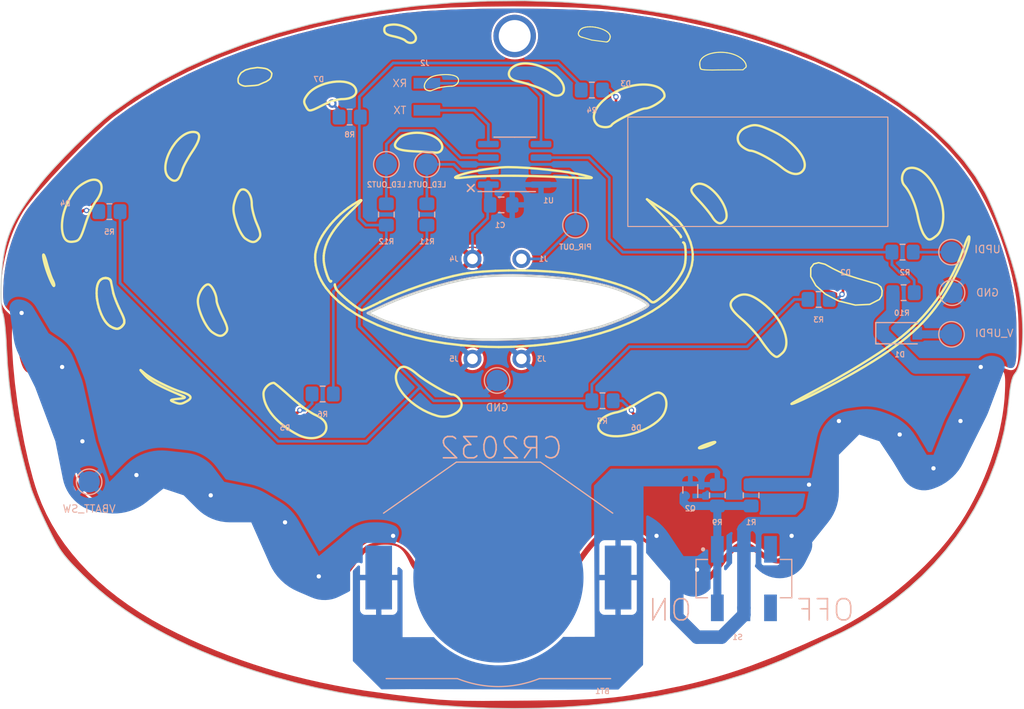
<source format=kicad_pcb>
(kicad_pcb (version 20211014) (generator pcbnew)
  (layers (0 "F.Cu" signal) (31 "B.Cu" signal) (34 "B.Paste" user) (35 "F.Paste" user) (36 "B.SilkS" user "B.Silkscreen") (37 "F.SilkS" user "F.Silkscreen") (38 "B.Mask" user) (39 "F.Mask" user) (44 "Edge.Cuts" user))
  (net 0 "")
  (net 1 "+BATT")
  (net 2 "GND")
  (net 3 "VBATT_SW")
  (net 4 "/V_UPDI")
  (net 5 "Net-(D2-Pad1)")
  (net 6 "Net-(D3-Pad1)")
  (net 7 "Net-(D4-Pad1)")
  (net 8 "Net-(D5-Pad1)")
  (net 9 "Net-(D6-Pad1)")
  (net 10 "Net-(D7-Pad1)")
  (net 11 "/UPDI")
  (net 12 "/TX")
  (net 13 "/RX")
  (net 14 "/LED_OUT1")
  (net 15 "/LED_OUT2")
  (net 16 "Net-(Q2-Pad2)")
  (net 17 "Net-(R10-Pad1)")
  (net 20 "/PIR_OUT")
  (net 21 "Net-(R11-Pad2)")
  (net 22 "Net-(R12-Pad2)")
  (footprint "LED_SMD:LED_0603_1608Metric_Pad1.05x0.95mm_HandSolder" (layer "F.Cu") (at 192.694723 41.610732 20)
    (fp_text reference "D7")
    (fp_text value "LED")
  )
  (footprint "LED_SMD:LED_0603_1608Metric_Pad1.05x0.95mm_HandSolder" (layer "F.Cu") (at 189.603826 71.863474 -40)
    (fp_text reference "D5")
    (fp_text value "LED")
  )
  (footprint "LED_SMD:LED_0603_1608Metric_Pad1.05x0.95mm_HandSolder" (layer "F.Cu") (at 241.141954 59.849954 -20)
    (fp_text reference "D2")
    (fp_text value "LED")
  )
  (footprint "LED_SMD:LED_0603_1608Metric_Pad1.05x0.95mm_HandSolder" (layer "F.Cu") (at 221.456954 71.914954 30)
    (fp_text reference "D6")
    (fp_text value "LED")
  )
  (footprint "LED_SMD:LED_0603_1608Metric_Pad1.05x0.95mm_HandSolder" (layer "F.Cu") (at 169.283826 52.417185 70)
    (fp_text reference "D4")
    (fp_text value "LED")
  )
  (footprint "MountingHole:MountingHole_3mm_Pad" (layer "F.Cu") (at 210.185 36.195)
    (fp_text reference "REF**" hide)
    (fp_text value "MountingHole_3mm_Pad" hide)
  )
  (footprint "LED_SMD:LED_0603_1608Metric_Pad1.05x0.95mm_HandSolder" (layer "F.Cu") (at 220.467772 42.7425 30)
    (fp_text reference "D3")
    (fp_text value "LED")
  )
  (footprint "Resistor_SMD:R_0805_2012Metric_Pad1.20x1.40mm_HandSolder" (layer "B.Cu") (at 246.65 56.515)
    (fp_text reference "R2")
    (fp_text value "470")
  )
  (footprint "Connector_PinHeader_2.54mm:PinHeader_1x01_P2.54mm_Vertical" (layer "B.Cu") (at 206.216954 57.15)
    (fp_text reference "J4")
    (fp_text value "V_PIR")
  )
  (footprint "TestPoint:TestPoint_Pad_D2.0mm" (layer "B.Cu") (at 215.9 53.975 180)
    (fp_text reference "TP1" hide)
    (fp_text value "PIR_OUT")
  )
  (footprint "TestPoint:TestPoint_Pad_D2.0mm" (layer "B.Cu") (at 251.248826 64.243474 90)
    (fp_text reference "TP6" hide)
    (fp_text value "V_UPDI")
  )
  (footprint "Connector_Harwin:Harwin_M20-89003xx_1x02_P2.54mm_Horizontal" (layer "B.Cu") (at 207.455 41.91)
    (fp_text reference "J2")
    (fp_text value "Conn_01x02_Male")
  )
  (footprint "Resistor_SMD:R_0805_2012Metric_Pad1.20x1.40mm_HandSolder" (layer "B.Cu") (at 198.12 52.975 -90)
    (fp_text reference "R12")
    (fp_text value "0")
  )
  (footprint "TestPoint:TestPoint_Pad_D2.0mm" (layer "B.Cu") (at 198.12 48.26 180)
    (fp_text reference "TP4" hide)
    (fp_text value "LED_OUT2")
  )
  (footprint "Resistor_SMD:R_0805_2012Metric_Pad1.20x1.40mm_HandSolder" (layer "B.Cu") (at 194.675 43.815)
    (fp_text reference "R8")
    (fp_text value "8.2k")
  )
  (footprint "Connector_PinHeader_2.54mm:PinHeader_1x01_P2.54mm_Vertical" (layer "B.Cu") (at 210.82 57.15)
    (fp_text reference "J1")
    (fp_text value "Conn_01x01")
  )
  (footprint "Resistor_SMD:R_0805_2012Metric_Pad1.20x1.40mm_HandSolder" (layer "B.Cu") (at 201.93 52.975 -90)
    (fp_text reference "R11")
    (fp_text value "0")
  )
  (footprint "Resistor_SMD:R_0805_2012Metric_Pad1.20x1.40mm_HandSolder" (layer "B.Cu") (at 246.745 60.325 180)
    (fp_text reference "R10")
    (fp_text value "10k")
  )
  (footprint "TestPoint:TestPoint_Pad_D2.0mm" (layer "B.Cu") (at 201.93 48.26 180)
    (fp_text reference "TP3" hide)
    (fp_text value "LED_OUT1")
  )
  (footprint "TestPoint:TestPoint_Pad_D2.0mm" (layer "B.Cu") (at 251.301954 60.325 90)
    (fp_text reference "TP8" hide)
    (fp_text value "GND")
  )
  (footprint "Capacitor_SMD:C_0805_2012Metric_Pad1.18x1.45mm_HandSolder" (layer "B.Cu") (at 208.915 52.07)
    (fp_text reference "C1")
    (fp_text value "0.1uF")
  )
  (footprint "Resistor_SMD:R_0805_2012Metric_Pad1.20x1.40mm_HandSolder" (layer "B.Cu") (at 218.44 70.485 180)
    (fp_text reference "R7")
    (fp_text value "8.2k")
  )
  (footprint "TestPoint:TestPoint_Pad_D2.0mm" (layer "B.Cu") (at 170.18 78.105 90)
    (fp_text reference "TP2" hide)
    (fp_text value "VBATT_SW")
  )
  (footprint "TestPoint:TestPoint_Pad_D2.0mm" (layer "B.Cu") (at 208.534 68.58 180)
    (fp_text reference "TP5" hide)
    (fp_text value "GND")
  )
  (footprint "TestPoint:TestPoint_Pad_D2.0mm" (layer "B.Cu") (at 251.248826 56.515 90)
    (fp_text reference "TP7" hide)
    (fp_text value "UPDI")
  )
  (footprint "Package_TO_SOT_SMD:SOT-723" (layer "B.Cu") (at 226.695 78.867 90)
    (fp_text reference "Q2")
    (fp_text value "Q_PMOS_DGS")
  )
  (footprint "Resistor_SMD:R_0805_2012Metric_Pad1.20x1.40mm_HandSolder" (layer "B.Cu") (at 232.41 79.375 90)
    (fp_text reference "R1")
    (fp_text value "0")
  )
  (footprint "Diode_SMD:D_SOD-123" (layer "B.Cu") (at 246.38 64.135)
    (fp_text reference "D1")
    (fp_text value "1N4148W")
  )
  (footprint "Connector_PinHeader_2.54mm:PinHeader_1x01_P2.54mm_Vertical" (layer "B.Cu") (at 210.82 66.548)
    (fp_text reference "J3")
    (fp_text value "GND")
  )
  (footprint "Connector_PinHeader_2.54mm:PinHeader_1x01_P2.54mm_Vertical" (layer "B.Cu") (at 206.216954 66.548)
    (fp_text reference "J5")
    (fp_text value "PIR_TIME")
  )
  (footprint "Package_SO:SOIC-8_3.9x4.9mm_P1.27mm" (layer "B.Cu") (at 210.185 48.26)
    (fp_text reference "U1")
    (fp_text value "ATtiny412-SS")
  )
  (footprint "Resistor_SMD:R_0805_2012Metric_Pad1.20x1.40mm_HandSolder" (layer "B.Cu") (at 192.135 69.85)
    (fp_text reference "R6")
    (fp_text value "8.2k")
  )
  (footprint "Battery:BatteryHolder_AdamTech_BH-67D-5_1x2032" (layer "B.Cu") (at 208.653826 87.103474)
    (fp_text reference "BT1")
    (fp_text value "CR2032")
  )
  (footprint "Custom Footprints:SW_JS202011SCQN" (layer "B.Cu") (at 231.735 87.205)
    (fp_text reference "S1")
    (fp_text value "JS202011SCQN")
  )
  (footprint "Resistor_SMD:R_0805_2012Metric_Pad1.20x1.40mm_HandSolder" (layer "B.Cu") (at 229.235 79.375 -90)
    (fp_text reference "R9")
    (fp_text value "0")
  )
  (footprint "Resistor_SMD:R_0805_2012Metric_Pad1.20x1.40mm_HandSolder" (layer "B.Cu") (at 217.44 41.275 180)
    (fp_text reference "R4")
    (fp_text value "8.2k")
  )
  (footprint "Resistor_SMD:R_0805_2012Metric_Pad1.20x1.40mm_HandSolder" (layer "B.Cu") (at 238.76 60.96 180)
    (fp_text reference "R3")
    (fp_text value "8.2k")
  )
  (footprint "Resistor_SMD:R_0805_2012Metric_Pad1.20x1.40mm_HandSolder" (layer "B.Cu") (at 172.085 52.705)
    (fp_text reference "R5")
    (fp_text value "8.2k")
  )
  (gr_line (start 206.375 50.8) (end 205.74 50.165) (layer "B.SilkS") (width 0.15))
  (gr_line (start 206.375 50.165) (end 205.74 50.8) (layer "B.SilkS") (width 0.15))
  (gr_rect (start 245.26875 43.815) (end 220.82125 54.102) (layer "B.SilkS") (width 0.1) (fill none))
  (gr_line (start 218.943152 36.709555) (end 218.918207 36.723606) (layer "F.SilkS") (width 0.1))
  (gr_line (start 223.420645 61.150636) (end 223.459546 61.127592) (layer "F.SilkS") (width 0.22046))
  (gr_line (start 227.587388 38.698117) (end 227.6074 38.605331) (layer "F.SilkS") (width 0.1))
  (gr_line (start 197.521802 61.205318) (end 197.521801 61.205319) (layer "F.SilkS") (width 0.22046))
  (gr_line (start 210.971727 65.370114) (end 209.835289 65.420385) (layer "F.SilkS") (width 0.22046))
  (gr_line (start 202.162408 40.163716) (end 202.206968 40.133699) (layer "F.SilkS") (width 0.1))
  (gr_line (start 206.333137 65.357591) (end 205.142759 65.261644) (layer "F.SilkS") (width 0.22046))
  (gr_line (start 195.745461 51.64291) (end 195.746269 51.647788) (layer "F.SilkS") (width 0.22046))
  (gr_line (start 231.819287 38.648719) (end 231.84989 38.698311) (layer "F.SilkS") (width 0.1))
  (gr_line (start 194.011665 60.637655) (end 194.198028 60.804248) (layer "F.SilkS") (width 0.22046))
  (gr_line (start 216.172885 35.96352) (end 216.176404 35.92627) (layer "F.SilkS") (width 0.1))
  (gr_line (start 219.151729 36.374588) (end 219.141369 36.414038) (layer "F.SilkS") (width 0.1))
  (gr_line (start 203.857583 40.935166) (end 203.715616 40.951068) (layer "F.SilkS") (width 0.1))
  (gr_line (start 230.595181 37.866165) (end 230.742026 37.912088) (layer "F.SilkS") (width 0.1))
  (gr_line (start 204.614654 39.963062) (end 204.698975 40.007957) (layer "F.SilkS") (width 0.1))
  (gr_line (start 204.896668 40.267349) (end 204.903544 40.304227) (layer "F.SilkS") (width 0.1))
  (gr_line (start 225.291843 59.35047) (end 225.380525 59.233341) (layer "F.SilkS") (width 0.22046))
  (gr_line (start 225.380525 59.233341) (end 225.463869 59.118848) (layer "F.SilkS") (width 0.22046))
  (gr_line (start 216.213662 35.806809) (end 216.235194 35.764581) (layer "F.SilkS") (width 0.1))
  (gr_line (start 202.129218 41.340691) (end 202.092013 41.333921) (layer "F.SilkS") (width 0.1))
  (gr_line (start 218.688035 35.677587) (end 218.779998 35.732183) (layer "F.SilkS") (width 0.1))
  (gr_line (start 218.864179 35.789746) (end 218.939771 35.850076) (layer "F.SilkS") (width 0.1))
  (gr_line (start 201.789938 41.189454) (end 201.772186 41.169593) (layer "F.SilkS") (width 0.1))
  (gr_line (start 222.299574 60.583914) (end 222.579508 60.778052) (layer "F.SilkS") (width 0.22046))
  (gr_line (start 227.756123 39.327512) (end 227.715137 39.312268) (layer "F.SilkS") (width 0.1))
  (gr_line (start 196.198385 61.839031) (end 196.40801 61.745449) (layer "F.SilkS") (width 0.22046))
  (gr_line (start 224.218172 53.20495) (end 222.619652 51.542352) (layer "F.SilkS") (width 0.22046))
  (gr_line (start 226.088744 55.637535) (end 226.066959 55.619983) (layer "F.SilkS") (width 0.22046))
  (gr_line (start 226.913005 57.230153) (end 226.8275 57.765909) (layer "F.SilkS") (width 0.22046))
  (gr_line (start 204.488098 40.868686) (end 204.440762 40.883471) (layer "F.SilkS") (width 0.1))
  (gr_line (start 203.835045 39.819848) (end 203.98832 39.828707) (layer "F.SilkS") (width 0.1))
  (gr_line (start 171.358226 59.042853) (end 171.398442 59.021531) (layer "F.SilkS") (width 0.22))
  (gr_line (start 220.872746 63.203024) (end 220.038161 63.538747) (layer "F.SilkS") (width 0.22046))
  (gr_line (start 223.749229 60.920855) (end 223.871923 60.824864) (layer "F.SilkS") (width 0.22046))
  (gr_line (start 172.847319 63.7106) (end 172.812696 63.712525) (layer "F.SilkS") (width 0.22))
  (gr_line (start 201.860255 41.244569) (end 201.834221 41.227045) (layer "F.SilkS") (width 0.1))
  (gr_line (start 228.050727 39.372265) (end 227.879442 39.353055) (layer "F.SilkS") (width 0.1))
  (gr_line (start 223.225725 61.224185) (end 223.254608 61.219424) (layer "F.SilkS") (width 0.22046))
  (gr_line (start 172.947543 63.692339) (end 172.914692 63.700512) (layer "F.SilkS") (width 0.22))
  (gr_line (start 201.722322 40.732375) (end 201.736003 40.691402) (layer "F.SilkS") (width 0.1))
  (gr_line (start 216.610659 58.72028) (end 217.246377 58.844432) (layer "F.SilkS") (width 0.22046))
  (gr_line (start 193.281668 59.596282) (end 193.287222 59.649558) (layer "F.SilkS") (width 0.22046))
  (gr_line (start 170.902188 59.924023) (end 170.923487 59.786663) (layer "F.SilkS") (width 0.22))
  (gr_line (start 218.86525 36.745176) (end 218.837294 36.752678) (layer "F.SilkS") (width 0.1))
  (gr_line (start 227.684573 38.431936) (end 227.7405 38.351537) (layer "F.SilkS") (width 0.1))
  (gr_line (start 221.15345 60.004686) (end 221.582227 60.195886) (layer "F.SilkS") (width 0.22046))
  (gr_line (start 192.81912 55.030986) (end 192.677633 55.297006) (layer "F.SilkS") (width 0.22046))
  (gr_line (start 197.303828 63.370937) (end 196.2566 62.882212) (layer "F.SilkS") (width 0.22046))
  (gr_line (start 197.521786 61.205324) (end 198.338847 60.817112) (layer "F.SilkS") (width 0.22046))
  (gr_line (start 193.139058 53.599454) (end 193.462738 53.266971) (layer "F.SilkS") (width 0.22046))
  (gr_poly (pts (xy 181.749669 64.039019) (xy 181.693783 63.996662) (xy 181.637066 63.947464) (xy 181.521823 63.830018) (xy 181.405306 63.689632) (xy 181.288882 63.529254) (xy 181.173919 63.351833) (xy 181.061782 63.16032) (xy 180.953838 62.957664) (xy 180.851455 62.746813) (xy 180.755998 62.530718) (xy 180.668835 62.312327) (xy 180.591331 62.09459) (xy 180.524855 61.880457) (xy 180.470772 61.672877) (xy 180.430449 61.474798) (xy 180.405253 61.289171) (xy 180.396551 61.118945) (xy 180.402837 60.989204) (xy 180.421027 60.856067) (xy 180.450122 60.721158) (xy 180.489122 60.5861) (xy 180.537028 60.452517) (xy 180.59284 60.322031) (xy 180.655558 60.196268) (xy 180.724183 60.076849) (xy 180.797714 59.9654) (xy 180.875152 59.863543) (xy 180.955498 59.772902) (xy 181.037751 59.6951) (xy 181.120913 59.631762) (xy 181.162522 59.606023) (xy 181.203983 59.58451) (xy 181.245171 59.567424) (xy 181.285961 59.554968) (xy 181.326229 59.547346) (xy 181.365849 59.54476) (xy 181.395839 59.547394) (xy 181.426676 59.555146) (xy 181.458241 59.567791) (xy 181.490418 59.585107) (xy 181.523088 59.606867) (xy 181.556133 59.632849) (xy 181.589435 59.662827) (xy 181.622875 59.696578) (xy 181.656337 59.733877) (xy 181.689703 59.7745) (xy 181.722853 59.818223) (xy 181.75567 59.864821) (xy 181.819835 59.965746) (xy 181.881252 60.075482) (xy 181.938978 60.192234) (xy 181.99207 60.314209) (xy 182.039584 60.439611) (xy 182.080574 60.566647) (xy 182.098329 60.630217) (xy 182.114099 60.693523) (xy 182.127767 60.756341) (xy 182.139214 60.818445) (xy 182.148323 60.879612) (xy 182.154975 60.939618) (xy 182.159053 60.998239) (xy 182.160438 61.055249) (xy 182.163415 61.100675) (xy 182.172147 61.156547) (xy 182.186342 61.222075) (xy 182.205704 61.29647) (xy 182.229941 61.378944) (xy 182.258757 61.468708) (xy 182.291859 61.564973) (xy 182.328953 61.66695) (xy 182.413938 61.884886) (xy 182.511361 62.116206) (xy 182.618867 62.3546) (xy 182.734104 62.593757) (xy 182.889041 62.913221) (xy 182.952757 63.052572) (xy 183.007556 63.179552) (xy 183.053625 63.295072) (xy 183.091151 63.400044) (xy 183.120322 63.49538) (xy 183.141326 63.581992) (xy 183.15435 63.66079) (xy 183.159581 63.732688) (xy 183.157208 63.798596) (xy 183.147418 63.859427) (xy 183.130398 63.916092) (xy 183.106336 63.969503) (xy 183.075419 64.020571) (xy 183.037835 64.070209) (xy 183.005403 64.108157) (xy 182.973119 64.143609) (xy 182.940917 64.176564) (xy 182.908734 64.207021) (xy 182.876503 64.234978) (xy 182.844159 64.260433) (xy 182.811637 64.283385) (xy 182.778871 64.303833) (xy 182.745797 64.321774) (xy 182.712348 64.337207) (xy 182.678461 64.35013) (xy 182.644068 64.360542) (xy 182.609105 64.368442) (xy 182.573508 64.373827) (xy 182.537209 64.376697) (xy 182.500145 64.377049) (xy 182.462249 64.374882) (xy 182.423457 64.370195) (xy 182.383704 64.362985) (xy 182.342923 64.353252) (xy 182.30105 64.340993) (xy 182.258019 64.326207) (xy 182.213765 64.308893) (xy 182.168222 64.289049) (xy 182.121327 64.266673) (xy 182.073012 64.241763) (xy 182.023213 64.214319) (xy 181.971864 64.184339) (xy 181.864258 64.116763) (xy 181.749669 64.039022) (xy 181.749669 64.039019)) (layer "F.SilkS") (width 0.220486) (fill none))
  (gr_line (start 172.281146 63.550413) (end 172.181887 63.494977) (layer "F.SilkS") (width 0.22))
  (gr_line (start 172.881301 63.706597) (end 172.847319 63.7106) (layer "F.SilkS") (width 0.22))
  (gr_line (start 230.140121 37.767853) (end 230.293611 37.794153) (layer "F.SilkS") (width 0.1))
  (gr_line (start 227.637619 39.196125) (end 227.62865 39.167478) (layer "F.SilkS") (width 0.1))
  (gr_line (start 200.921439 64.55844) (end 199.641495 64.212208) (layer "F.SilkS") (width 0.22046))
  (gr_line (start 195.730738 51.688048) (end 195.715275 51.711725) (layer "F.SilkS") (width 0.22046))
  (gr_line (start 201.3099 59.666352) (end 202.366816 59.323602) (layer "F.SilkS") (width 0.22046))
  (gr_line (start 172.102131 59.070095) (end 172.128873 59.094572) (layer "F.SilkS") (width 0.22))
  (gr_line (start 217.034968 35.336608) (end 217.270968 35.326546) (layer "F.SilkS") (width 0.1))
  (gr_line (start 191.440519 57.383837) (end 191.424242 57.009169) (layer "F.SilkS") (width 0.22046))
  (gr_line (start 223.349124 61.187313) (end 223.383903 61.170529) (layer "F.SilkS") (width 0.22046))
  (gr_line (start 195.097098 52.362433) (end 194.704405 52.742783) (layer "F.SilkS") (width 0.22046))
  (gr_poly (pts (xy 204.650024 49.429647) (xy 204.794562 49.357228) (xy 204.986283 49.2822) (xy 205.219743 49.205567) (xy 205.489497 49.128334) (xy 205.790103 49.051505) (xy 206.116116 48.976086) (xy 206.822589 48.833494) (xy 207.565364 48.708597) (xy 208.300893 48.609433) (xy 208.65233 48.572012) (xy 208.985623 48.544039) (xy 209.29533 48.526519) (xy 209.576005 48.520455) (xy 210.397759 48.538527) (xy 211.332776 48.589397) (xy 212.335072 48.668051) (xy 213.35866 48.769472) (xy 214.357555 48.888645) (xy 215.285772 49.020554) (xy 216.097325 49.160183) (xy 216.746229 49.302517) (xy 217.123842 49.402553) (xy 217.260516 49.442683) (xy 217.358855 49.476476) (xy 217.392811 49.491056) (xy 217.416177 49.504123) (xy 217.428617 49.515701) (xy 217.430635 49.520939) (xy 217.429796 49.525814) (xy 217.419378 49.534486) (xy 217.397029 49.541741) (xy 217.362412 49.547603) (xy 217.315192 49.552094) (xy 217.181602 49.557065) (xy 216.993573 49.556844) (xy 216.748422 49.551623) (xy 216.443465 49.541591) (xy 215.643398 49.507862) (xy 214.571899 49.457185) (xy 213.176669 49.398701) (xy 211.808201 49.3585) (xy 210.489036 49.336486) (xy 209.241716 49.332565) (xy 208.088783 49.34664) (xy 207.052778 49.378618) (xy 206.156244 49.428402) (xy 205.421723 49.495897) (xy 205.182727 49.521394) (xy 204.982118 49.53704) (xy 204.896573 49.5412) (xy 204.821064 49.542934) (xy 204.755735 49.542256) (xy 204.700734 49.539177) (xy 204.656205 49.533711) (xy 204.622296 49.525869) (xy 204.599152 49.515665) (xy 204.591662 49.509681) (xy 204.586919 49.503111) (xy 204.58494 49.495956) (xy 204.585744 49.488219) (xy 204.589349 49.479901) (xy 204.595772 49.471003) (xy 204.617151 49.451473) (xy 204.650024 49.429644) (xy 204.650024 49.429647)) (layer "F.SilkS") (width 0.220486) (fill none))
  (gr_line (start 172.18189 63.494981) (end 172.18189 63.494981) (layer "F.SilkS") (width 0.22))
  (gr_line (start 216.499198 36.305555) (end 216.451225 36.289894) (layer "F.SilkS") (width 0.1))
  (gr_line (start 204.53339 40.851167) (end 204.488098 40.868686) (layer "F.SilkS") (width 0.1))
  (gr_line (start 172.588646 63.680674) (end 172.548113 63.668173) (layer "F.SilkS") (width 0.22))
  (gr_line (start 231.93022 38.890905) (end 231.939655 38.936824) (layer "F.SilkS") (width 0.1))
  (gr_line (start 199.641495 64.212208) (end 198.433875 63.815322) (layer "F.SilkS") (width 0.22046))
  (gr_line (start 223.118089 61.214619) (end 223.144205 61.221219) (layer "F.SilkS") (width 0.22046))
  (gr_line (start 225.784076 54.993353) (end 225.744522 54.933096) (layer "F.SilkS") (width 0.22046))
  (gr_line (start 217.871339 58.981676) (end 218.481228 59.130664) (layer "F.SilkS") (width 0.22046))
  (gr_line (start 204.853159 40.160908) (end 204.871566 40.195515) (layer "F.SilkS") (width 0.1))
  (gr_line (start 195.353595 51.816219) (end 195.466805 51.751136) (layer "F.SilkS") (width 0.22046))
  (gr_line (start 227.58058 38.794823) (end 227.587388 38.698117) (layer "F.SilkS") (width 0.1))
  (gr_line (start 173.463318 62.845742) (end 173.479834 62.924266) (layer "F.SilkS") (width 0.22))
  (gr_line (start 197.521793 61.205322) (end 197.521791 61.205322) (layer "F.SilkS") (width 0.22046))
  (gr_line (start 171.609273 58.955147) (end 171.652149 58.949668) (layer "F.SilkS") (width 0.22))
  (gr_line (start 197.5218 61.205319) (end 197.521799 61.20532) (layer "F.SilkS") (width 0.22046))
  (gr_line (start 197.521801 61.205319) (end 197.5218 61.205319) (layer "F.SilkS") (width 0.22046))
  (gr_line (start 204.656109 40.783954) (end 204.617485 40.808626) (layer "F.SilkS") (width 0.1))
  (gr_line (start 231.549242 38.351167) (end 231.604412 38.399973) (layer "F.SilkS") (width 0.1))
  (gr_line (start 226.255579 56.547559) (end 226.249171 56.354226) (layer "F.SilkS") (width 0.22046))
  (gr_line (start 229.220161 37.73934) (end 229.370287 37.729225) (layer "F.SilkS") (width 0.1))
  (gr_line (start 224.457998 52.700071) (end 224.683084 52.853927) (layer "F.SilkS") (width 0.22046))
  (gr_line (start 225.076837 53.146966) (end 225.249041 53.28984) (layer "F.SilkS") (width 0.22046))
  (gr_line (start 203.572406 40.970145) (end 203.432278 40.99187) (layer "F.SilkS") (width 0.1))
  (gr_line (start 195.693091 51.640459) (end 195.713747 51.635103) (layer "F.SilkS") (width 0.22046))
  (gr_line (start 172.628183 63.691127) (end 172.588646 63.680674) (layer "F.SilkS") (width 0.22))
  (gr_line (start 219.116566 36.486725) (end 219.102178 36.519944) (layer "F.SilkS") (width 0.1))
  (gr_line (start 193.428554 60.023516) (end 193.464763 60.074336) (layer "F.SilkS") (width 0.22046))
  (gr_line (start 227.6055 39.068542) (end 227.599223 39.032087) (layer "F.SilkS") (width 0.1))
  (gr_line (start 172.666774 63.699528) (end 172.628183 63.691127) (layer "F.SilkS") (width 0.22))
  (gr_line (start 201.723916 41.0813) (end 201.71185 41.045612) (layer "F.SilkS") (width 0.1))
  (gr_line (start 171.985275 63.351399) (end 171.891081 63.261267) (layer "F.SilkS") (width 0.22))
  (gr_line (start 219.10695 36.04567) (end 219.140123 36.11507) (layer "F.SilkS") (width 0.1))
  (gr_line (start 197.521795 61.205321) (end 197.521793 61.205322) (layer "F.SilkS") (width 0.22046))
  (gr_line (start 204.134723 39.843567) (end 204.272406 39.864431) (layer "F.SilkS") (width 0.1))
  (gr_line (start 202.451284 40.009941) (end 202.583238 39.964855) (layer "F.SilkS") (width 0.1))
  (gr_line (start 216.40683 36.272279) (end 216.366077 36.252758) (layer "F.SilkS") (width 0.1))
  (gr_line (start 231.42691 38.255757) (end 231.490066 38.303043) (layer "F.SilkS") (width 0.1))
  (gr_line (start 223.170719 61.225041) (end 223.197827 61.226043) (layer "F.SilkS") (width 0.22046))
  (gr_line (start 191.598207 56.03603) (end 191.72818 55.692744) (layer "F.SilkS") (width 0.22046))
  (gr_line (start 193.562187 60.191949) (end 193.688985 60.327626) (layer "F.SilkS") (width 0.22046))
  (gr_line (start 225.808409 55.038452) (end 225.784076 54.993353) (layer "F.SilkS") (width 0.22046))
  (gr_line (start 218.989834 36.674967) (end 218.967037 36.693339) (layer "F.SilkS") (width 0.1))
  (gr_line (start 216.240758 36.156599) (end 216.219172 36.128285) (layer "F.SilkS") (width 0.1))
  (gr_line (start 213.490589 58.336764) (end 214.682144 58.439828) (layer "F.SilkS") (width 0.22046))
  (gr_line (start 216.923035 35.350484) (end 217.034968 35.336608) (layer "F.SilkS") (width 0.1))
  (gr_line (start 218.967037 36.693339) (end 218.943152 36.709555) (layer "F.SilkS") (width 0.1))
  (gr_line (start 172.445183 60.329603) (end 172.464289 60.403641) (layer "F.SilkS") (width 0.22))
  (gr_line (start 218.481228 59.130664) (end 219.071725 59.290053) (layer "F.SilkS") (width 0.22046))
  (gr_line (start 171.523699 58.973797) (end 171.566397 58.963178) (layer "F.SilkS") (width 0.22))
  (gr_line (start 226.158988 54.394166) (end 226.267992 54.588963) (layer "F.SilkS") (width 0.22046))
  (gr_line (start 193.162947 54.489015) (end 192.980784 54.761845) (layer "F.SilkS") (width 0.22046))
  (gr_line (start 223.754162 61.649052) (end 223.107119 62.066919) (layer "F.SilkS") (width 0.22046))
  (gr_line (start 225.249041 53.28984) (end 225.407155 53.432744) (layer "F.SilkS") (width 0.22046))
  (gr_line (start 204.895314 40.454075) (end 204.884773 40.491249) (layer "F.SilkS") (width 0.1))
  (gr_line (start 195.74089 51.668734) (end 195.730738 51.688048) (layer "F.SilkS") (width 0.22046))
  (gr_line (start 225.646208 58.850293) (end 225.741 58.702178) (layer "F.SilkS") (width 0.22046))
  (gr_line (start 223.459546 61.127592) (end 223.500801 61.101357) (layer "F.SilkS") (width 0.22046))
  (gr_line (start 196.40801 61.745449) (end 196.652043 61.63215) (layer "F.SilkS") (width 0.22046))
  (gr_line (start 196.030047 61.909758) (end 196.198385 61.839031) (layer "F.SilkS") (width 0.22046))
  (gr_line (start 204.804186 40.095187) (end 204.83073 40.127407) (layer "F.SilkS") (width 0.1))
  (gr_line (start 225.368648 60.293975) (end 224.887313 60.761436) (layer "F.SilkS") (width 0.22046))
  (gr_line (start 201.752211 40.65039) (end 201.770878 40.609449) (layer "F.SilkS") (width 0.1))
  (gr_line (start 195.769218 61.952626) (end 195.811343 61.965654) (layer "F.SilkS") (width 0.22046))
  (gr_line (start 204.83073 40.127407) (end 204.853159 40.160908) (layer "F.SilkS") (width 0.1))
  (gr_line (start 231.939655 38.936824) (end 231.944781 38.981536) (layer "F.SilkS") (width 0.1))
  (gr_line (start 203.98832 39.828707) (end 204.134723 39.843567) (layer "F.SilkS") (width 0.1))
  (gr_line (start 228.653018 37.835769) (end 228.788566 37.803476) (layer "F.SilkS") (width 0.1))
  (gr_line (start 216.715336 35.396924) (end 216.816223 35.370522) (layer "F.SilkS") (width 0.1))
  (gr_line (start 201.7577 41.149158) (end 201.739177 41.115852) (layer "F.SilkS") (width 0.1))
  (gr_line (start 201.810699 41.208639) (end 201.789938 41.189454) (layer "F.SilkS") (width 0.1))
  (gr_line (start 204.440762 40.883471) (end 204.391474 40.895349) (layer "F.SilkS") (width 0.1))
  (gr_line (start 204.903544 40.304227) (end 204.906757 40.341514) (layer "F.SilkS") (width 0.1))
  (gr_line (start 226.210114 57.541988) (end 226.228539 57.404196) (layer "F.SilkS") (width 0.22046))
  (gr_line (start 218.918207 36.723606) (end 218.89223 36.735483) (layer "F.SilkS") (width 0.1))
  (gr_line (start 193.806959 52.945457) (end 194.169938 52.637268) (layer "F.SilkS") (width 0.22046))
  (gr_line (start 222.930012 61.094099) (end 222.958814 61.118989) (layer "F.SilkS") (width 0.22046))
  (gr_line (start 201.702806 40.813769) (end 201.711234 40.773201) (layer "F.SilkS") (width 0.1))
  (gr_line (start 203.715616 40.951068) (end 203.572406 40.970145) (layer "F.SilkS") (width 0.1))
  (gr_line (start 195.599305 51.851512) (end 195.508142 51.94946) (layer "F.SilkS") (width 0.22046))
  (gr_line (start 202.300591 40.0786) (end 202.349521 40.053739) (layer "F.SilkS") (width 0.1))
  (gr_line (start 195.96351 61.935571) (end 196.030047 61.909758) (layer "F.SilkS") (width 0.22046))
  (gr_line (start 204.757199 40.698421) (end 204.726055 40.728677) (layer "F.SilkS") (width 0.1))
  (gr_line (start 191.469062 56.535444) (end 191.503038 56.371434) (layer "F.SilkS") (width 0.22046))
  (gr_line (start 226.148912 59.317468) (end 225.789976 59.812271) (layer "F.SilkS") (width 0.22046))
  (gr_line (start 203.178561 41.041157) (end 203.102004 41.058287) (layer "F.SilkS") (width 0.1))
  (gr_line (start 226.257671 56.763767) (end 226.255579 56.547559) (layer "F.SilkS") (width 0.22046))
  (gr_line (start 192.515163 58.579271) (end 192.582275 58.767194) (layer "F.SilkS") (width 0.22046))
  (gr_line (start 224.09695 60.64303) (end 224.188475 60.562537) (layer "F.SilkS") (width 0.22046))
  (gr_line (start 192.225186 57.119413) (end 192.232948 57.305484) (layer "F.SilkS") (width 0.22046))
  (gr_line (start 224.888774 53.002277) (end 225.076837 53.146966) (layer "F.SilkS") (width 0.22046))
  (gr_line (start 224.01029 60.714782) (end 224.09695 60.64303) (layer "F.SilkS") (width 0.22046))
  (gr_line (start 202.019435 41.315371) (end 201.984558 41.303796) (layer "F.SilkS") (width 0.1))
  (gr_poly (pts (xy 189.81284 73.685816) (xy 189.449238 73.48766) (xy 189.103477 73.27934) (xy 188.776332 73.06178) (xy 188.468577 72.835908) (xy 188.180989 72.602649) (xy 187.914342 72.362927) (xy 187.669412 72.117669) (xy 187.446973 71.867799) (xy 187.2478 71.614244) (xy 187.072669 71.357929) (xy 186.922355 71.099779) (xy 186.797632 70.84072) (xy 186.699276 70.581678) (xy 186.660228 70.452452) (xy 186.628063 70.323577) (xy 186.602876 70.195169) (xy 186.584766 70.067344) (xy 186.573829 69.940217) (xy 186.570162 69.813903) (xy 186.571666 69.769634) (xy 186.576107 69.725077) (xy 186.583378 69.680342) (xy 186.593372 69.635541) (xy 186.605981 69.590785) (xy 186.621099 69.546184) (xy 186.638617 69.501851) (xy 186.65843 69.457895) (xy 186.68043 69.414429) (xy 186.704509 69.371562) (xy 186.758477 69.288075) (xy 186.819477 69.208321) (xy 186.886652 69.133189) (xy 186.959145 69.063568) (xy 187.036098 69.000347) (xy 187.075979 68.971414) (xy 187.116653 68.944414) (xy 187.158014 68.919458) (xy 187.199954 68.896658) (xy 187.242366 68.876124) (xy 187.285142 68.857968) (xy 187.328177 68.8423) (xy 187.371361 68.829231) (xy 187.414589 68.818874) (xy 187.457753 68.811338) (xy 187.500746 68.806735) (xy 187.54346 68.805176) (xy 187.55152 68.80689) (xy 187.563223 68.811977) (xy 187.597158 68.831932) (xy 187.644461 68.86437) (xy 187.704329 68.908617) (xy 187.858546 69.029854) (xy 188.053382 69.190266) (xy 188.282411 69.384476) (xy 188.539204 69.607107) (xy 188.817337 69.852782) (xy 189.11038 70.116125) (xy 189.418932 70.387393) (xy 189.74151 70.655783) (xy 190.068572 70.914326) (xy 190.390575 71.156053) (xy 190.697975 71.373994) (xy 190.98123 71.561179) (xy 191.11082 71.64106) (xy 191.230795 71.710638) (xy 191.339963 71.769042) (xy 191.437129 71.815401) (xy 191.54097 71.863153) (xy 191.639868 71.912567) (xy 191.733721 71.963553) (xy 191.822429 72.016018) (xy 191.90589 72.069874) (xy 191.984005 72.125028) (xy 192.056671 72.181389) (xy 192.123789 72.238867) (xy 192.185257 72.297371) (xy 192.240975 72.35681) (xy 192.290842 72.417093) (xy 192.334757 72.478128) (xy 192.37262 72.539826) (xy 192.404328 72.602095) (xy 192.429783 72.664844) (xy 192.448882 72.727982) (xy 192.469801 72.830652) (xy 192.480438 72.929944) (xy 192.481153 73.025727) (xy 192.47231 73.117869) (xy 192.454269 73.206239) (xy 192.427393 73.290705) (xy 192.392043 73.371135) (xy 192.348582 73.447399) (xy 192.29737 73.519364) (xy 192.238771 73.586899) (xy 192.173146 73.649874) (xy 192.100857 73.708155) (xy 192.022265 73.761612) (xy 191.937733 73.810114) (xy 191.847622 73.853528) (xy 191.752294 73.891724) (xy 191.652111 73.924569) (xy 191.547435 73.951933) (xy 191.438628 73.973684) (xy 191.326052 73.98969) (xy 191.210068 73.99982) (xy 191.091038 74.003942) (xy 190.969325 74.001925) (xy 190.845289 73.993638) (xy 190.719294 73.978949) (xy 190.5917 73.957726) (xy 190.46287 73.929838) (xy 190.333165 73.895153) (xy 190.202948 73.853541) (xy 190.072579 73.804869) (xy 189.942422 73.749006) (xy 189.812838 73.685821) (xy 189.81284 73.685816)) (layer "F.SilkS") (width 0.220486) (fill none))
  (gr_line (start 215.324225 58.516632) (end 215.968502 58.610565) (layer "F.SilkS") (width 0.22046))
  (gr_line (start 194.103018 53.349454) (end 193.835645 53.642715) (layer "F.SilkS") (width 0.22046))
  (gr_line (start 229.830814 37.734142) (end 229.98565 37.747885) (layer "F.SilkS") (width 0.1))
  (gr_line (start 192.38992 58.160847) (end 192.450359 58.375348) (layer "F.SilkS") (width 0.22046))
  (gr_line (start 173.479834 62.924266) (end 173.488654 62.996147) (layer "F.SilkS") (width 0.22))
  (gr_line (start 192.582275 58.767194) (end 192.649638 58.933694) (layer "F.SilkS") (width 0.22046))
  (gr_line (start 216.621183 35.429887) (end 216.715336 35.396924) (layer "F.SilkS") (width 0.1))
  (gr_line (start 218.808392 36.75798) (end 218.778571 36.761071) (layer "F.SilkS") (width 0.1))
  (gr_line (start 193.00083 60.547029) (end 192.44641 59.883947) (layer "F.SilkS") (width 0.22046))
  (gr_line (start 192.261607 56.600145) (end 192.234433 56.859353) (layer "F.SilkS") (width 0.22046))
  (gr_line (start 199.263898 60.42397) (end 200.264922 60.036762) (layer "F.SilkS") (width 0.22046))
  (gr_line (start 227.581144 38.83529) (end 227.58058 38.794823) (layer "F.SilkS") (width 0.1))
  (gr_line (start 227.807164 38.275477) (end 227.883949 38.20386) (layer "F.SilkS") (width 0.1))
  (gr_line (start 226.249171 56.354226) (end 226.23825 56.183513) (layer "F.SilkS") (width 0.22046))
  (gr_line (start 210.920378 58.235716) (end 212.223198 58.268913) (layer "F.SilkS") (width 0.22046))
  (gr_line (start 206.162905 58.438272) (end 207.203392 58.338451) (layer "F.SilkS") (width 0.22046))
  (gr_line (start 171.244673 59.123546) (end 171.281165 59.093825) (layer "F.SilkS") (width 0.22))
  (gr_line (start 172.153134 59.121105) (end 172.174735 59.14966) (layer "F.SilkS") (width 0.22))
  (gr_line (start 223.500801 61.101357) (end 223.544605 61.071888) (layer "F.SilkS") (width 0.22046))
  (gr_line (start 227.970238 38.136791) (end 228.065414 38.074376) (layer "F.SilkS") (width 0.1))
  (gr_line (start 191.444455 56.696599) (end 191.469062 56.535444) (layer "F.SilkS") (width 0.22046))
  (gr_line (start 202.874583 39.892647) (end 203.030278 39.865528) (layer "F.SilkS") (width 0.1))
  (gr_line (start 194.431592 61.784363) (end 193.664306 61.181554) (layer "F.SilkS") (width 0.22046))
  (gr_line (start 202.583238 39.964855) (end 202.724954 39.925757) (layer "F.SilkS") (width 0.1))
  (gr_line (start 195.729394 51.633677) (end 195.739982 51.636256) (layer "F.SilkS") (width 0.22046))
  (gr_line (start 192.450359 58.375348) (end 192.515163 58.579271) (layer "F.SilkS") (width 0.22046))
  (gr_line (start 226.066959 55.619983) (end 226.043701 55.607641) (layer "F.SilkS") (width 0.22046))
  (gr_line (start 226.043701 55.607641) (end 226.018947 55.600476) (layer "F.SilkS") (width 0.22046))
  (gr_line (start 226.156469 57.80152) (end 226.186254 57.673919) (layer "F.SilkS") (width 0.22046))
  (gr_line (start 192.715196 59.073349) (end 192.77689 59.180739) (layer "F.SilkS") (width 0.22046))
  (gr_line (start 204.698975 40.007957) (end 204.738399 40.035288) (layer "F.SilkS") (width 0.1))
  (gr_line (start 227.883949 38.20386) (end 227.970238 38.136791) (layer "F.SilkS") (width 0.1))
  (gr_line (start 207.203392 58.338451) (end 208.370069 58.271044) (layer "F.SilkS") (width 0.22046))
  (gr_line (start 226.109082 55.660327) (end 226.088744 55.637535) (layer "F.SilkS") (width 0.22046))
  (gr_line (start 218.248611 64.13886) (end 217.298419 64.400961) (layer "F.SilkS") (width 0.22046))
  (gr_line (start 226.670059 58.293143) (end 226.443068 58.810711) (layer "F.SilkS") (width 0.22046))
  (gr_line (start 202.295528 41.349197) (end 202.241523 41.349749) (layer "F.SilkS") (width 0.1))
  (gr_line (start 191.571918 58.122015) (end 191.489963 57.754917) (layer "F.SilkS") (width 0.22046))
  (gr_line (start 201.984558 41.303796) (end 201.950954 41.290826) (layer "F.SilkS") (width 0.1))
  (gr_line (start 202.166704 41.345655) (end 202.129218 41.340691) (layer "F.SilkS") (width 0.1))
  (gr_line (start 204.871019 40.527957) (end 204.854141 40.564026) (layer "F.SilkS") (width 0.1))
  (gr_line (start 219.167799 36.258974) (end 219.160689 36.333079) (layer "F.SilkS") (width 0.1))
  (gr_line (start 225.688187 53.726026) (end 225.814642 53.880095) (layer "F.SilkS") (width 0.22046))
  (gr_line (start 225.407155 53.432744) (end 225.552947 53.577524) (layer "F.SilkS") (width 0.22046))
  (gr_line (start 205.142759 65.261644) (end 205.142745 65.261644) (layer "F.SilkS") (width 0.22046))
  (gr_line (start 204.514219 39.924177) (end 204.614654 39.963062) (layer "F.SilkS") (width 0.1))
  (gr_line (start 223.092176 61.205282) (end 223.118089 61.214619) (layer "F.SilkS") (width 0.22046))
  (gr_line (start 225.901558 58.428196) (end 225.968302 58.299265) (layer "F.SilkS") (width 0.22046))
  (gr_line (start 171.799875 63.160007) (end 171.711842 63.048444) (layer "F.SilkS") (width 0.22))
  (gr_line (start 208.681787 65.435817) (end 207.513608 65.415268) (layer "F.SilkS") (width 0.22046))
  (gr_line (start 226.127996 55.688393) (end 226.109082 55.660327) (layer "F.SilkS") (width 0.22046))
  (gr_line (start 223.544605 61.071888) (end 223.591154 61.039145) (layer "F.SilkS") (width 0.22046))
  (gr_line (start 219.03205 36.631789) (end 219.011514 36.654447) (layer "F.SilkS") (width 0.1))
  (gr_line (start 171.325744 62.364964) (end 171.199986 62.048325) (layer "F.SilkS") (width 0.22))
  (gr_line (start 172.174735 59.14966) (end 172.193499 59.180201) (layer "F.SilkS") (width 0.22))
  (gr_poly (pts (xy 177.656221 49.496894) (xy 177.56674 49.393095) (xy 177.49296 49.277383) (xy 177.434349 49.150754) (xy 177.390374 49.014206) (xy 177.360504 48.868736) (xy 177.344207 48.715342) (xy 177.340951 48.555021) (xy 177.350203 48.38877) (xy 177.371431 48.217588) (xy 177.404104 48.04247) (xy 177.447689 47.864416) (xy 177.501655 47.684421) (xy 177.565468 47.503484) (xy 177.638598 47.322602) (xy 177.810677 46.964993) (xy 178.013635 46.619572) (xy 178.243216 46.294319) (xy 178.36666 46.141749) (xy 178.495164 45.997213) (xy 178.628195 45.861708) (xy 178.765221 45.736233) (xy 178.905711 45.621784) (xy 179.049131 45.519359) (xy 179.194951 45.429955) (xy 179.342638 45.35457) (xy 179.49166 45.294201) (xy 179.641485 45.249845) (xy 179.79158 45.222501) (xy 179.941415 45.213164) (xy 180.012714 45.214932) (xy 180.079308 45.220238) (xy 180.141198 45.229084) (xy 180.198383 45.241472) (xy 180.250863 45.257404) (xy 180.298638 45.276883) (xy 180.341708 45.29991) (xy 180.380074 45.326488) (xy 180.413734 45.356619) (xy 180.442689 45.390304) (xy 180.466939 45.427548) (xy 180.486483 45.46835) (xy 180.501322 45.512714) (xy 180.511456 45.560642) (xy 180.516885 45.612136) (xy 180.517608 45.667198) (xy 180.513625 45.72583) (xy 180.504937 45.788035) (xy 180.491543 45.853814) (xy 180.473443 45.92317) (xy 180.450638 45.996104) (xy 180.423126 46.07262) (xy 180.390909 46.152719) (xy 180.353986 46.236404) (xy 180.312356 46.323676) (xy 180.266021 46.414537) (xy 180.214979 46.508991) (xy 180.159231 46.607039) (xy 180.098777 46.708683) (xy 180.033616 46.813925) (xy 179.963749 46.922768) (xy 179.889176 47.035214) (xy 179.729828 47.278381) (xy 179.575003 47.526984) (xy 179.42853 47.774024) (xy 179.29424 48.012507) (xy 179.175961 48.235436) (xy 179.077523 48.435816) (xy 179.002757 48.606648) (xy 178.975448 48.678799) (xy 178.955492 48.740939) (xy 178.89619 48.935762) (xy 178.834382 49.110668) (xy 178.769977 49.265708) (xy 178.736773 49.335795) (xy 178.702888 49.400934) (xy 178.668309 49.461133) (xy 178.633026 49.516398) (xy 178.597027 49.566735) (xy 178.560302 49.612151) (xy 178.52284 49.652651) (xy 178.484629 49.688244) (xy 178.445659 49.718934) (xy 178.405917 49.744728) (xy 178.365394 49.765634) (xy 178.324079 49.781657) (xy 178.281959 49.792803) (xy 178.239025 49.79908) (xy 178.195264 49.800493) (xy 178.150667 49.797049) (xy 178.105221 49.788755) (xy 178.058917 49.775616) (xy 178.011742 49.75764) (xy 177.963685 49.734833) (xy 177.914737 49.707201) (xy 177.864885 49.67475) (xy 177.814118 49.637488) (xy 177.762426 49.59542) (xy 177.709798 49.548553) (xy 177.656221 49.496894)) (layer "F.SilkS") (width 0.220486) (fill none))
  (gr_line (start 226.8275 57.765909) (end 226.670059 58.293143) (layer "F.SilkS") (width 0.22046))
  (gr_line (start 193.296631 59.703053) (end 193.309893 59.756906) (layer "F.SilkS") (width 0.22046))
  (gr_poly (pts (xy 178.081453 70.577859) (xy 178.019935 70.551587) (xy 177.993137 70.539226) (xy 177.969025 70.527352) (xy 177.947633 70.515946) (xy 177.928994 70.504987) (xy 177.913144 70.494453) (xy 177.900115 70.484325) (xy 177.889943 70.474581) (xy 177.88266 70.465201) (xy 177.878301 70.456164) (xy 177.877229 70.451767) (xy 177.8769 70.447449) (xy 177.87732 70.443206) (xy 177.878491 70.439035) (xy 177.883108 70.430903) (xy 177.890785 70.42303) (xy 177.901556 70.415397) (xy 177.915455 70.407982) (xy 177.932516 70.400765) (xy 177.952773 70.393725) (xy 177.97626 70.386841) (xy 178.003011 70.380093) (xy 178.03306 70.37346) (xy 178.103188 70.360454) (xy 178.186917 70.347659) (xy 178.284517 70.334909) (xy 178.396262 70.322037) (xy 178.522424 70.308877) (xy 178.762339 70.282667) (xy 178.860635 70.26986) (xy 178.944872 70.257014) (xy 179.015338 70.243953) (xy 179.072317 70.230498) (xy 179.116096 70.216471) (xy 179.146963 70.201694) (xy 179.157643 70.193969) (xy 179.165202 70.185991) (xy 179.169677 70.177736) (xy 179.171102 70.169182) (xy 179.169514 70.160308) (xy 179.164948 70.151091) (xy 179.15744 70.141508) (xy 179.147026 70.131539) (xy 179.117623 70.110349) (xy 179.077026 70.087342) (xy 179.025521 70.062342) (xy 178.963394 70.03517) (xy 178.178197 69.700082) (xy 177.521471 69.407802) (xy 176.977559 69.149687) (xy 176.530807 68.917094) (xy 176.338972 68.807666) (xy 176.165556 68.701377) (xy 176.008601 68.597147) (xy 175.866151 68.493894) (xy 175.736249 68.390538) (xy 175.616936 68.286) (xy 175.506258 68.179198) (xy 175.402255 68.069051) (xy 175.234361 67.881882) (xy 175.112472 67.742651) (xy 175.068656 67.690669) (xy 175.036196 67.65026) (xy 175.015042 67.621285) (xy 175.005144 67.603608) (xy 175.004402 67.598963) (xy 175.006456 67.597091) (xy 175.011299 67.597975) (xy 175.018926 67.601597) (xy 175.042508 67.616988) (xy 175.077152 67.643127) (xy 175.179431 67.727099) (xy 175.325373 67.852412) (xy 175.457274 67.959779) (xy 175.612774 68.073815) (xy 175.789444 68.193283) (xy 175.984859 68.316946) (xy 176.196589 68.443568) (xy 176.422209 68.571911) (xy 176.65929 68.700739) (xy 176.905406 68.828815) (xy 177.41503 69.077765) (xy 177.673683 69.196166) (xy 177.931662 69.308867) (xy 178.186538 69.414633) (xy 178.435884 69.512226) (xy 178.677272 69.60041) (xy 178.908275 69.677948) (xy 179.07168 69.732622) (xy 179.216216 69.786446) (xy 179.341972 69.839616) (xy 179.449038 69.89233) (xy 179.49559 69.918578) (xy 179.537503 69.944785) (xy 179.574789 69.970978) (xy 179.607458 69.997181) (xy 179.635522 70.023418) (xy 179.658991 70.049713) (xy 179.677878 70.076093) (xy 179.692193 70.102581) (xy 179.701948 70.129202) (xy 179.707153 70.155981) (xy 179.70782 70.182943) (xy 179.70396 70.210112) (xy 179.695585 70.237513) (xy 179.682705 70.26517) (xy 179.665331 70.29311) (xy 179.643476 70.321355) (xy 179.617149 70.349931) (xy 179.586363 70.378863) (xy 179.551129 70.408175) (xy 179.511457 70.437892) (xy 179.418846 70.49864) (xy 179.30862 70.561305) (xy 179.220641 70.607477) (xy 179.139848 70.647554) (xy 179.065024 70.681552) (xy 178.994951 70.709489) (xy 178.928412 70.73138) (xy 178.896087 70.740063) (xy 178.864188 70.747242) (xy 178.832564 70.752917) (xy 178.801063 70.757091) (xy 178.769531 70.759766) (xy 178.737818 70.760943) (xy 178.70577 70.760626) (xy 178.673236 70.758816) (xy 178.640063 70.755516) (xy 178.6061 70.750726) (xy 178.535191 70.736689) (xy 178.459293 70.716721) (xy 178.377188 70.69084) (xy 178.287657 70.659061) (xy 178.189485 70.6214) (xy 178.081452 70.577875) (xy 178.081453 70.577859)) (layer "F.SilkS") (width 0.220486) (fill none))
  (gr_line (start 197.521791 61.205322) (end 197.521788 61.205323) (layer "F.SilkS") (width 0.22046))
  (gr_line (start 219.102178 36.519944) (end 219.086505 36.551069) (layer "F.SilkS") (width 0.1))
  (gr_line (start 197.521796 61.205321) (end 197.521795 61.205321) (layer "F.SilkS") (width 0.22046))
  (gr_line (start 227.689365 39.295325) (end 227.68936 39.295325) (layer "F.SilkS") (width 0.1))
  (gr_line (start 193.590056 53.930018) (end 193.365931 54.211929) (layer "F.SilkS") (width 0.22046))
  (gr_line (start 224.587523 60.170652) (end 224.795828 59.945016) (layer "F.SilkS") (width 0.22046))
  (gr_line (start 201.736003 40.691402) (end 201.752211 40.65039) (layer "F.SilkS") (width 0.1))
  (gr_line (start 216.314463 64.636233) (end 215.299129 64.843533) (layer "F.SilkS") (width 0.22046))
  (gr_line (start 173.259631 62.31982) (end 173.317057 62.445986) (layer "F.SilkS") (width 0.22))
  (gr_line (start 213.183869 65.169635) (end 212.088716 65.286149) (layer "F.SilkS") (width 0.22046))
  (gr_line (start 221.664025 62.845049) (end 220.872746 63.203024) (layer "F.SilkS") (width 0.22046))
  (gr_line (start 227.593759 38.994322) (end 227.589163 38.955503) (layer "F.SilkS") (width 0.1))
  (gr_line (start 171.652149 58.949668) (end 171.694848 58.946705) (layer "F.SilkS") (width 0.22))
  (gr_line (start 191.830739 58.842682) (end 191.685729 58.484734) (layer "F.SilkS") (width 0.22046))
  (gr_poly (pts (xy 228.759312 53.205784) (xy 228.716569 53.139211) (xy 228.666081 53.065072) (xy 228.544441 52.897239) (xy 228.399532 52.708573) (xy 228.236496 52.505363) (xy 228.060472 52.293895) (xy 227.876603 52.080457) (xy 227.690027 51.871337) (xy 227.505888 51.672821) (xy 227.374065 51.532551) (xy 227.257048 51.405084) (xy 227.154367 51.289421) (xy 227.065552 51.184561) (xy 226.990135 51.089505) (xy 226.927645 51.003253) (xy 226.877612 50.924806) (xy 226.839568 50.853163) (xy 226.824895 50.819582) (xy 226.813043 50.787326) (xy 226.803953 50.756272) (xy 226.797567 50.726294) (xy 226.793826 50.697267) (xy 226.792671 50.669067) (xy 226.794043 50.641568) (xy 226.797885 50.614646) (xy 226.804136 50.588176) (xy 226.812739 50.562032) (xy 226.823635 50.536089) (xy 226.836765 50.510223) (xy 226.869492 50.458222) (xy 226.910452 50.405028) (xy 226.954794 50.354708) (xy 227.000743 50.308644) (xy 227.048267 50.26683) (xy 227.097337 50.229258) (xy 227.147922 50.195921) (xy 227.199993 50.166813) (xy 227.25352 50.141927) (xy 227.308471 50.121256) (xy 227.364818 50.104793) (xy 227.42253 50.092532) (xy 227.481578 50.084466) (xy 227.54193 50.080587) (xy 227.603557 50.08089) (xy 227.666429 50.085367) (xy 227.730516 50.094011) (xy 227.795787 50.106816) (xy 227.862213 50.123776) (xy 227.929763 50.144882) (xy 227.998408 50.170128) (xy 228.068117 50.199508) (xy 228.13886 50.233015) (xy 228.210607 50.270641) (xy 228.283329 50.312381) (xy 228.356994 50.358227) (xy 228.431573 50.408173) (xy 228.507036 50.462211) (xy 228.583352 50.520335) (xy 228.660493 50.582538) (xy 228.738426 50.648814) (xy 228.817123 50.719155) (xy 228.896554 50.793555) (xy 228.976687 50.872006) (xy 229.140941 51.045437) (xy 229.294643 51.225948) (xy 229.437139 51.411798) (xy 229.567775 51.601248) (xy 229.685898 51.792556) (xy 229.790853 51.983982) (xy 229.881987 52.173786) (xy 229.958645 52.360228) (xy 230.020174 52.541567) (xy 230.06592 52.716062) (xy 230.095229 52.881974) (xy 230.107448 53.037562) (xy 230.106943 53.110941) (xy 230.101921 53.181086) (xy 230.092299 53.24778) (xy 230.077995 53.310805) (xy 230.058929 53.369944) (xy 230.035017 53.424979) (xy 230.006179 53.475693) (xy 229.972333 53.521868) (xy 229.936793 53.562858) (xy 229.900972 53.600532) (xy 229.864882 53.634895) (xy 229.828537 53.665948) (xy 229.791949 53.693697) (xy 229.755131 53.718144) (xy 229.718096 53.739292) (xy 229.680858 53.757146) (xy 229.643427 53.771707) (xy 229.605819 53.78298) (xy 229.568044 53.790968) (xy 229.530117 53.795674) (xy 229.49205 53.797101) (xy 229.453857 53.795254) (xy 229.415549 53.790135) (xy 229.377139 53.781747) (xy 229.338642 53.770095) (xy 229.300068 53.755181) (xy 229.261432 53.737008) (xy 229.222747 53.715581) (xy 229.184024 53.690902) (xy 229.145277 53.662974) (xy 229.106519 53.631802) (xy 229.067763 53.597388) (xy 229.02902 53.559736) (xy 228.990306 53.51885) (xy 228.951631 53.474731) (xy 228.91301 53.427385) (xy 228.874454 53.376814) (xy 228.835977 53.323021) (xy 228.797592 53.26601) (xy 228.759312 53.205784)) (layer "F.SilkS") (width 0.220486) (fill none))
  (gr_line (start 204.884773 40.491249) (end 204.871019 40.527957) (layer "F.SilkS") (width 0.1))
  (gr_line (start 203.993984 40.922967) (end 203.857583 40.935166) (layer "F.SilkS") (width 0.1))
  (gr_line (start 194.394726 60.973387) (end 194.597 61.141193) (layer "F.SilkS") (width 0.22046))
  (gr_line (start 194.198028 60.804248) (end 194.394726 60.973387) (layer "F.SilkS") (width 0.22046))
  (gr_line (start 220.683694 59.817157) (end 221.15345 60.004686) (layer "F.SilkS") (width 0.22046))
  (gr_line (start 203.515272 39.82013) (end 203.676746 39.81699) (layer "F.SilkS") (width 0.1))
  (gr_line (start 231.784526 38.598866) (end 231.819287 38.648719) (layer "F.SilkS") (width 0.1))
  (gr_line (start 204.902551 40.416612) (end 204.895314 40.454075) (layer "F.SilkS") (width 0.1))
  (gr_line (start 223.383903 61.170529) (end 223.420645 61.150636) (layer "F.SilkS") (width 0.22046))
  (gr_line (start 195.366657 61.721495) (end 195.525414 61.824442) (layer "F.SilkS") (width 0.22046))
  (gr_line (start 225.789976 59.812271) (end 225.368648 60.293975) (layer "F.SilkS") (width 0.22046))
  (gr_line (start 173.166638 63.576323) (end 173.136147 63.599228) (layer "F.SilkS") (width 0.22))
  (gr_line (start 224.348355 61.213509) (end 223.754162 61.649052) (layer "F.SilkS") (width 0.22046))
  (gr_line (start 172.805218 61.341561) (end 172.907093 61.578032) (layer "F.SilkS") (width 0.22))
  (gr_line (start 191.72818 55.692744) (end 191.891174 55.343931) (layer "F.SilkS") (width 0.22046))
  (gr_line (start 219.129639 36.45142) (end 219.116566 36.486725) (layer "F.SilkS") (width 0.1))
  (gr_line (start 225.54109 59.007865) (end 225.646208 58.850293) (layer "F.SilkS") (width 0.22046))
  (gr_line (start 192.006294 59.195463) (end 191.830739 58.842682) (layer "F.SilkS") (width 0.22046))
  (gr_line (start 231.648 39.37) (end 231.927868 39.126015) (layer "F.SilkS") (width 0.1))
  (gr_line (start 173.012479 61.809595) (end 173.118614 62.029279) (layer "F.SilkS") (width 0.22))
  (gr_line (start 219.005968 35.912973) (end 219.061963 35.978237) (layer "F.SilkS") (width 0.1))
  (gr_line (start 223.640644 61.003086) (end 223.749229 60.920855) (layer "F.SilkS") (width 0.22046))
  (gr_line (start 172.506532 63.653629) (end 172.463854 63.637046) (layer "F.SilkS") (width 0.22))
  (gr_line (start 225.825953 58.56199) (end 225.901558 58.428196) (layer "F.SilkS") (width 0.22046))
  (gr_line (start 228.168861 38.016719) (end 228.279962 37.963925) (layer "F.SilkS") (width 0.1))
  (gr_line (start 173.348538 63.394176) (end 173.318092 63.429879) (layer "F.SilkS") (width 0.22))
  (gr_line (start 226.145513 55.721763) (end 226.127996 55.688393) (layer "F.SilkS") (width 0.22046))
  (gr_line (start 192.25536 57.508084) (end 192.290364 57.721793) (layer "F.SilkS") (width 0.22046))
  (gr_line (start 227.667509 39.265478) (end 227.657105 39.245382) (layer "F.SilkS") (width 0.1))
  (gr_line (start 195.525414 61.824442) (end 195.661187 61.902779) (layer "F.SilkS") (width 0.22046))
  (gr_line (start 172.812696 63.712525) (end 172.777381 63.712376) (layer "F.SilkS") (width 0.22))
  (gr_line (start 229.325776 39.384101) (end 231.648 39.37) (layer "F.SilkS") (width 0.1))
  (gr_line (start 219.140123 36.11507) (end 219.160674 36.186238) (layer "F.SilkS") (width 0.1))
  (gr_line (start 224.887313 60.761436) (end 224.348355 61.213509) (layer "F.SilkS") (width 0.22046))
  (gr_line (start 202.078128 40.228139) (end 202.119439 40.195233) (layer "F.SilkS") (width 0.1))
  (gr_line (start 197.521805 61.205317) (end 197.521803 61.205317) (layer "F.SilkS") (width 0.22046))
  (gr_line (start 214.682144 58.439828) (end 215.324225 58.516632) (layer "F.SilkS") (width 0.22046))
  (gr_line (start 225.347134 54.437879) (end 225.110321 54.167115) (layer "F.SilkS") (width 0.22046))
  (gr_line (start 212.223198 58.268913) (end 213.490589 58.336764) (layer "F.SilkS") (width 0.22046))
  (gr_line (start 203.432278 40.99187) (end 203.299555 41.015717) (layer "F.SilkS") (width 0.1))
  (gr_line (start 203.004914 41.078084) (end 202.295528 41.349197) (layer "F.SilkS") (width 0.1))
  (gr_line (start 173.483857 63.123834) (end 173.470563 63.181563) (layer "F.SilkS") (width 0.22))
  (gr_line (start 217.246377 58.844432) (end 217.871339 58.981676) (layer "F.SilkS") (width 0.22046))
  (gr_line (start 204.38839 58.764538) (end 205.289015 58.56995) (layer "F.SilkS") (width 0.22046))
  (gr_line (start 203.102004 41.058287) (end 203.034348 41.072483) (layer "F.SilkS") (width 0.1))
  (gr_line (start 204.287398 40.909681) (end 204.23279 40.911786) (layer "F.SilkS") (width 0.1))
  (gr_line (start 216.219172 36.128285) (end 216.201609 36.09836) (layer "F.SilkS") (width 0.1))
  (gr_line (start 202.119439 40.195233) (end 202.162408 40.163716) (layer "F.SilkS") (width 0.1))
  (gr_line (start 194.999236 61.457287) (end 195.189678 61.597817) (layer "F.SilkS") (width 0.22046))
  (gr_line (start 202.092013 41.333921) (end 202.055336 41.325447) (layer "F.SilkS") (width 0.1))
  (gr_line (start 225.463869 59.118848) (end 225.54109 59.007865) (layer "F.SilkS") (width 0.22046))
  (gr_line (start 204.391474 40.895349) (end 204.340322 40.904143) (layer "F.SilkS") (width 0.1))
  (gr_line (start 197.521786 61.205324) (end 197.521786 61.205324) (layer "F.SilkS") (width 0.22046))
  (gr_line (start 216.387182 35.570151) (end 216.456299 35.516301) (layer "F.SilkS") (width 0.1))
  (gr_line (start 171.627167 62.927404) (end 171.546035 62.797711) (layer "F.SilkS") (width 0.22))
  (gr_line (start 224.188475 60.562537) (end 224.28408 60.474177) (layer "F.SilkS") (width 0.22046))
  (gr_line (start 227.640001 38.516569) (end 227.684573 38.431936) (layer "F.SilkS") (width 0.1))
  (gr_line (start 223.316112 61.201029) (end 223.349124 61.187313) (layer "F.SilkS") (width 0.22046))
  (gr_line (start 231.87631 38.747482) (end 231.898522 38.796077) (layer "F.SilkS") (width 0.1))
  (gr_line (start 192.232948 57.305484) (end 192.25536 57.508084) (layer "F.SilkS") (width 0.22046))
  (gr_line (start 216.605624 36.330817) (end 217.424 36.576) (layer "F.SilkS") (width 0.1))
  (gr_line (start 226.222621 56.035164) (end 226.202086 55.908926) (layer "F.SilkS") (width 0.22046))
  (gr_line (start 203.676746 39.81699) (end 203.835045 39.819848) (layer "F.SilkS") (width 0.1))
  (gr_line (start 202.724954 39.925757) (end 202.874583 39.892647) (layer "F.SilkS") (width 0.1))
  (gr_line (start 201.757691 41.149159) (end 201.7577 41.149158) (layer "F.SilkS") (width 0.1))
  (gr_line (start 195.713747 51.635103) (end 195.729394 51.633677) (layer "F.SilkS") (width 0.22046))
  (gr_line (start 194.169938 52.637268) (end 194.549892 52.344761) (layer "F.SilkS") (width 0.22046))
  (gr_line (start 195.909875 61.954495) (end 195.96351 61.935571) (layer "F.SilkS") (width 0.22046))
  (gr_line (start 192.900729 59.27247) (end 192.918229 59.255095) (layer "F.SilkS") (width 0.22046))
  (gr_line (start 195.636956 51.662681) (end 195.667477 51.649676) (layer "F.SilkS") (width 0.22046))
  (gr_poly (pts (xy 166.306973 58.559514) (xy 166.214362 58.30124) (xy 166.128537 58.041046) (xy 166.051334 57.786003) (xy 165.984592 57.543182) (xy 165.930147 57.319653) (xy 165.889839 57.122488) (xy 165.865503 56.958759) (xy 165.859899 56.891642) (xy 165.858978 56.835536) (xy 165.860132 56.812059) (xy 165.862087 56.791907) (xy 165.86482 56.775037) (xy 165.868312 56.761404) (xy 165.872541 56.750965) (xy 165.877485 56.743677) (xy 165.880219 56.7412) (xy 165.883124 56.739495) (xy 165.886198 56.738555) (xy 165.889437 56.738375) (xy 165.892839 56.738951) (xy 165.896402 56.740275) (xy 165.903999 56.745151) (xy 165.912206 56.752959) (xy 165.921002 56.763654) (xy 165.930366 56.777195) (xy 165.940277 56.793536) (xy 165.950714 56.812635) (xy 165.961656 56.834447) (xy 165.973081 56.858929) (xy 165.984969 56.886037) (xy 166.010049 56.947958) (xy 166.036725 57.019861) (xy 166.06483 57.101394) (xy 166.094194 57.192211) (xy 166.124649 57.291961) (xy 166.156026 57.400294) (xy 166.188156 57.516862) (xy 166.256262 57.760869) (xy 166.329265 58.006192) (xy 166.404889 58.246197) (xy 166.480861 58.474251) (xy 166.554904 58.683718) (xy 166.624746 58.867967) (xy 166.688112 59.020362) (xy 166.742726 59.13427) (xy 166.766611 59.180486) (xy 166.788741 59.22649) (xy 166.809049 59.272) (xy 166.827465 59.316729) (xy 166.843921 59.360393) (xy 166.85835 59.402709) (xy 166.870682 59.443392) (xy 166.880849 59.482156) (xy 166.888783 59.518719) (xy 166.894416 59.552795) (xy 166.897679 59.584099) (xy 166.898503 59.612348) (xy 166.896821 59.637257) (xy 166.892564 59.658541) (xy 166.889449 59.667735) (xy 166.885664 59.675917) (xy 166.881202 59.683049) (xy 166.876052 59.689098) (xy 166.869985 59.692945) (xy 166.862797 59.693542) (xy 166.854524 59.690961) (xy 166.845204 59.685277) (xy 166.834873 59.676559) (xy 166.823567 59.664882) (xy 166.811323 59.650318) (xy 166.798177 59.632938) (xy 166.769326 59.590023) (xy 166.737306 59.536716) (xy 166.702408 59.473597) (xy 166.664924 59.401244) (xy 166.625145 59.320237) (xy 166.583365 59.231154) (xy 166.539874 59.134576) (xy 166.494964 59.03108) (xy 166.448928 58.921247) (xy 166.402056 58.805655) (xy 166.35464 58.684884) (xy 166.306973 58.559512) (xy 166.306973 58.559514)) (layer "F.SilkS") (width 0.220486) (fill none))
  (gr_line (start 195.508142 51.94946) (end 195.394322 52.066879) (layer "F.SilkS") (width 0.22046))
  (gr_line (start 172.741322 63.710157) (end 172.704471 63.705873) (layer "F.SilkS") (width 0.22))
  (gr_line (start 231.944781 38.981536) (end 231.945573 39.024884) (layer "F.SilkS") (width 0.1))
  (gr_line (start 223.144205 61.221219) (end 223.170719 61.225041) (layer "F.SilkS") (width 0.22046))
  (gr_line (start 222.619652 51.542352) (end 223.942565 52.368454) (layer "F.SilkS") (width 0.22046))
  (gr_line (start 192.832665 59.250441) (end 192.85769 59.269465) (layer "F.SilkS") (width 0.22046))
  (gr_line (start 228.788566 37.803476) (end 228.928683 37.77657) (layer "F.SilkS") (width 0.1))
  (gr_line (start 194.945039 52.070293) (end 195.353595 51.816219) (layer "F.SilkS") (width 0.22046))
  (gr_poly (pts (xy 217.923287 44.507606) (xy 217.820483 44.38969) (xy 217.740365 44.265181) (xy 217.682182 44.134741) (xy 217.645184 43.999035) (xy 217.628619 43.858728) (xy 217.631737 43.714483) (xy 217.653787 43.566965) (xy 217.694018 43.416837) (xy 217.751679 43.264765) (xy 217.826021 43.111411) (xy 217.916291 42.957442) (xy 218.021739 42.803519) (xy 218.141615 42.650308) (xy 218.275168 42.498474) (xy 218.421646 42.348679) (xy 218.580299 42.201588) (xy 218.750377 42.057866) (xy 218.931128 41.918176) (xy 219.121802 41.783183) (xy 219.321648 41.653551) (xy 219.529915 41.529944) (xy 219.745852 41.413027) (xy 219.968709 41.303462) (xy 220.197735 41.201916) (xy 220.43218 41.109051) (xy 220.671291 41.025532) (xy 220.914319 40.952023) (xy 221.160513 40.889189) (xy 221.409122 40.837693) (xy 221.659395 40.7982) (xy 221.910582 40.771373) (xy 222.161931 40.757878) (xy 222.392369 40.757133) (xy 222.612817 40.767046) (xy 222.822602 40.787274) (xy 223.021051 40.817475) (xy 223.207491 40.857307) (xy 223.381249 40.906426) (xy 223.541653 40.964489) (xy 223.688029 41.031155) (xy 223.819704 41.10608) (xy 223.936005 41.188922) (xy 224.036261 41.279339) (xy 224.080161 41.32728) (xy 224.119797 41.376987) (xy 224.155085 41.428416) (xy 224.18594 41.481524) (xy 224.21228 41.536269) (xy 224.234019 41.592607) (xy 224.251074 41.650497) (xy 224.26336 41.709894) (xy 224.270793 41.770757) (xy 224.27329 41.833042) (xy 224.269634 41.86783) (xy 224.258909 41.905075) (xy 224.241477 41.944542) (xy 224.2177 41.985998) (xy 224.187942 42.029211) (xy 224.152564 42.073946) (xy 224.111929 42.119972) (xy 224.0664 42.167054) (xy 223.96211 42.263454) (xy 223.842592 42.361281) (xy 223.710747 42.458668) (xy 223.569477 42.55375) (xy 223.42168 42.644661) (xy 223.270257 42.729533) (xy 223.118109 42.806502) (xy 222.968135 42.873702) (xy 222.823236 42.929265) (xy 222.753596 42.9521) (xy 222.686312 42.971326) (xy 222.621747 42.98671) (xy 222.560263 42.998019) (xy 222.502224 43.005019) (xy 222.44799 43.007477) (xy 222.338653 43.021334) (xy 222.188591 43.060519) (xy 222.004061 43.121958) (xy 221.791321 43.202576) (xy 221.306235 43.409052) (xy 220.783385 43.655346) (xy 220.272823 43.916864) (xy 220.037792 44.045644) (xy 219.824603 44.169005) (xy 219.639512 44.283873) (xy 219.488777 44.387174) (xy 219.378654 44.475831) (xy 219.340777 44.513708) (xy 219.315399 44.546771) (xy 219.29553 44.574749) (xy 219.271862 44.60078) (xy 219.244623 44.624869) (xy 219.214041 44.647022) (xy 219.180343 44.667247) (xy 219.143755 44.68555) (xy 219.104506 44.701936) (xy 219.062823 44.716413) (xy 219.018933 44.728987) (xy 218.973064 44.739663) (xy 218.876296 44.755352) (xy 218.774338 44.763531) (xy 218.669009 44.76425) (xy 218.562129 44.75756) (xy 218.455515 44.743514) (xy 218.350987 44.722162) (xy 218.250364 44.693556) (xy 218.202084 44.676548) (xy 218.155463 44.657745) (xy 218.110728 44.637155) (xy 218.068106 44.614783) (xy 218.027823 44.590636) (xy 217.990109 44.564719) (xy 217.955189 44.537041) (xy 217.923292 44.507606) (xy 217.923287 44.507606)) (layer "F.SilkS") (width 0.220486) (fill none))
  (gr_line (start 171.281165 59.093825) (end 171.320316 59.069739) (layer "F.SilkS") (width 0.22))
  (gr_line (start 192.77689 59.180739) (end 192.832665 59.250441) (layer "F.SilkS") (width 0.22046))
  (gr_line (start 173.043362 63.655254) (end 173.011827 63.669715) (layer "F.SilkS") (width 0.22))
  (gr_line (start 201.791939 40.56869) (end 201.815325 40.528222) (layer "F.SilkS") (width 0.1))
  (gr_line (start 222.579508 60.778052) (end 222.801193 60.970477) (layer "F.SilkS") (width 0.22046))
  (gr_line (start 171.566397 58.963178) (end 171.609273 58.955147) (layer "F.SilkS") (width 0.22))
  (gr_line (start 201.7577 41.149158) (end 201.7577 41.149158) (layer "F.SilkS") (width 0.1))
  (gr_line (start 202.253051 40.10529) (end 202.300591 40.0786) (layer "F.SilkS") (width 0.1))
  (gr_poly (pts (xy 199.894739 36.621422) (xy 199.868459 36.59875) (xy 199.833976 36.574857) (xy 199.79185 36.549945) (xy 199.742641 36.524217) (xy 199.686909 36.497876) (xy 199.625212 36.471125) (xy 199.558112 36.444167) (xy 199.486166 36.417205) (xy 199.409935 36.390441) (xy 199.329978 36.364079) (xy 199.246856 36.338321) (xy 199.161126 36.313371) (xy 199.07335 36.289431) (xy 198.984086 36.266704) (xy 198.893894 36.245392) (xy 198.803333 36.2257) (xy 198.684338 36.199707) (xy 198.575466 36.173168) (xy 198.47638 36.145846) (xy 198.386742 36.117506) (xy 198.306215 36.087911) (xy 198.234462 36.056827) (xy 198.171144 36.024017) (xy 198.115924 35.989245) (xy 198.068465 35.952276) (xy 198.028429 35.912873) (xy 198.01109 35.892185) (xy 197.995479 35.870801) (xy 197.981555 35.84869) (xy 197.969276 35.825824) (xy 197.949484 35.777706) (xy 197.935765 35.726212) (xy 197.927781 35.671105) (xy 197.925195 35.612149) (xy 197.92571 35.581464) (xy 197.927288 35.552061) (xy 197.929973 35.523912) (xy 197.933813 35.496986) (xy 197.938852 35.471256) (xy 197.945138 35.44669) (xy 197.952716 35.423261) (xy 197.961632 35.400939) (xy 197.971933 35.379693) (xy 197.983664 35.359496) (xy 197.996872 35.340318) (xy 198.011602 35.322129) (xy 198.027901 35.3049) (xy 198.045815 35.288601) (xy 198.06539 35.273205) (xy 198.086671 35.25868) (xy 198.109705 35.244998) (xy 198.134539 35.23213) (xy 198.161217 35.220046) (xy 198.189787 35.208716) (xy 198.220294 35.198112) (xy 198.252784 35.188204) (xy 198.287303 35.178964) (xy 198.323898 35.17036) (xy 198.362614 35.162365) (xy 198.403498 35.154949) (xy 198.491953 35.141735) (xy 198.589631 35.130486) (xy 198.696901 35.120965) (xy 198.787722 35.116247) (xy 198.879928 35.116004) (xy 199.067375 35.1283) (xy 199.257002 35.156564) (xy 199.44657 35.199507) (xy 199.633841 35.255839) (xy 199.816574 35.324271) (xy 199.99253 35.403515) (xy 200.159472 35.49228) (xy 200.315159 35.589278) (xy 200.457353 35.693219) (xy 200.583813 35.802814) (xy 200.692302 35.916774) (xy 200.739108 35.974988) (xy 200.78058 36.03381) (xy 200.81644 36.093078) (xy 200.846408 36.152632) (xy 200.870204 36.21231) (xy 200.887547 36.271951) (xy 200.898158 36.331394) (xy 200.901758 36.390478) (xy 200.899959 36.433798) (xy 200.89467 36.47515) (xy 200.886048 36.514499) (xy 200.87425 36.551808) (xy 200.859434 36.58704) (xy 200.841757 36.620161) (xy 200.821378 36.651133) (xy 200.798454 36.67992) (xy 200.773143 36.706486) (xy 200.745602 36.730796) (xy 200.715989 36.752812) (xy 200.684462 36.7725) (xy 200.651178 36.789822) (xy 200.616295 36.804742) (xy 200.579971 36.817225) (xy 200.542364 36.827233) (xy 200.50363 36.834732) (xy 200.463928 36.839685) (xy 200.423416 36.842055) (xy 200.382251 36.841807) (xy 200.340591 36.838904) (xy 200.298593 36.83331) (xy 200.256415 36.824989) (xy 200.214216 36.813905) (xy 200.172151 36.800022) (xy 200.13038 36.783303) (xy 200.08906 36.763713) (xy 200.048348 36.741215) (xy 200.008402 36.715773) (xy 199.969381 36.687351) (xy 199.93144 36.655912) (xy 199.894739 36.621422)) (layer "F.SilkS") (width 0.220486) (fill none))
  (gr_line (start 228.065414 38.074376) (end 228.168861 38.016719) (layer "F.SilkS") (width 0.1))
  (gr_line (start 192.85769 59.269465) (end 192.880464 59.277034) (layer "F.SilkS") (width 0.22046))
  (gr_line (start 229.325776 39.384101) (end 228.766416 39.394973) (layer "F.SilkS") (width 0.1))
  (gr_line (start 226.242018 57.259009) (end 226.251041 57.104897) (layer "F.SilkS") (width 0.22046))
  (gr_line (start 173.118614 62.029279) (end 173.259631 62.31982) (layer "F.SilkS") (width 0.22))
  (gr_line (start 197.521803 61.205317) (end 197.521802 61.205318) (layer "F.SilkS") (width 0.22046))
  (gr_line (start 201.739177 41.115852) (end 201.723916 41.0813) (layer "F.SilkS") (width 0.1))
  (gr_line (start 202.055336 41.325447) (end 202.019435 41.315371) (layer "F.SilkS") (width 0.1))
  (gr_line (start 226.23825 56.183513) (end 226.222621 56.035164) (layer "F.SilkS") (width 0.22046))
  (gr_line (start 225.198608 59.469359) (end 225.291843 59.35047) (layer "F.SilkS") (width 0.22046))
  (gr_line (start 173.365976 62.560699) (end 173.406551 62.664922) (layer "F.SilkS") (width 0.22))
  (gr_line (start 204.854141 40.564026) (end 204.834231 40.599282) (layer "F.SilkS") (width 0.1))
  (gr_line (start 216.295751 36.208196) (end 216.266306 36.183252) (layer "F.SilkS") (width 0.1))
  (gr_line (start 192.649638 58.933694) (end 192.715196 59.073349) (layer "F.SilkS") (width 0.22046))
  (gr_line (start 215.968502 58.610565) (end 216.610659 58.72028) (layer "F.SilkS") (width 0.22046))
  (gr_line (start 192.309094 54.639154) (end 192.560453 54.287902) (layer "F.SilkS") (width 0.22046))
  (gr_line (start 192.677633 55.297006) (end 192.556002 55.560471) (layer "F.SilkS") (width 0.22046))
  (gr_line (start 172.979904 63.682075) (end 172.947543 63.692339) (layer "F.SilkS") (width 0.22))
  (gr_line (start 225.101604 59.589133) (end 225.198608 59.469359) (layer "F.SilkS") (width 0.22046))
  (gr_line (start 195.694451 51.739839) (end 195.668215 51.772459) (layer "F.SilkS") (width 0.22046))
  (gr_line (start 216.17371 35.999402) (end 216.172885 35.96352) (layer "F.SilkS") (width 0.1))
  (gr_line (start 219.071725 59.290053) (end 219.638513 59.458495) (layer "F.SilkS") (width 0.22046))
  (gr_poly (pts (xy 200.725683 47.033609) (xy 200.411451 47.015198) (xy 200.12857 46.991064) (xy 199.876648 46.960904) (xy 199.655294 46.924415) (xy 199.464117 46.881293) (xy 199.302726 46.831235) (xy 199.233078 46.803511) (xy 199.17073 46.773939) (xy 199.115633 46.742481) (xy 199.067738 46.709099) (xy 199.026996 46.673757) (xy 198.993358 46.636415) (xy 198.966776 46.597035) (xy 198.9472 46.555581) (xy 198.934582 46.512014) (xy 198.928873 46.466296) (xy 198.930024 46.418388) (xy 198.937985 46.368255) (xy 198.952709 46.315856) (xy 198.974146 46.261155) (xy 199.002247 46.204114) (xy 199.036964 46.144694) (xy 199.126048 46.018568) (xy 199.241008 45.882474) (xy 199.322492 45.800708) (xy 199.41287 45.725178) (xy 199.511528 45.655843) (xy 199.617849 45.592661) (xy 199.731221 45.535591) (xy 199.851026 45.484589) (xy 199.976651 45.439616) (xy 200.107481 45.400628) (xy 200.2429 45.367584) (xy 200.382294 45.340443) (xy 200.670545 45.3037) (xy 200.967316 45.290066) (xy 201.267687 45.299205) (xy 201.566738 45.330784) (xy 201.859549 45.384469) (xy 202.141202 45.459925) (xy 202.276306 45.505713) (xy 202.406776 45.556818) (xy 202.531997 45.613199) (xy 202.651353 45.674814) (xy 202.76423 45.741622) (xy 202.870012 45.813579) (xy 202.968085 45.890646) (xy 203.057834 45.972779) (xy 203.138644 46.059937) (xy 203.2099 46.152079) (xy 203.24289 46.201913) (xy 203.272115 46.251709) (xy 203.297634 46.30135) (xy 203.319508 46.350721) (xy 203.337795 46.399706) (xy 203.352556 46.44819) (xy 203.36385 46.496056) (xy 203.371736 46.543189) (xy 203.376274 46.589474) (xy 203.377525 46.634795) (xy 203.375546 46.679035) (xy 203.370399 46.72208) (xy 203.362143 46.763814) (xy 203.350836 46.80412) (xy 203.33654 46.842884) (xy 203.319313 46.879989) (xy 203.299215 46.91532) (xy 203.276306 46.948762) (xy 203.250645 46.980198) (xy 203.222292 47.009512) (xy 203.191307 47.03659) (xy 203.157749 47.061316) (xy 203.121678 47.083573) (xy 203.083153 47.103246) (xy 203.042234 47.12022) (xy 202.99898 47.134378) (xy 202.953452 47.145605) (xy 202.905709 47.153786) (xy 202.85581 47.158804) (xy 202.803815 47.160544) (xy 202.749784 47.158891) (xy 202.693776 47.153728) (xy 202.588844 47.143366) (xy 202.427459 47.130691) (xy 201.967619 47.100367) (xy 201.378835 47.066695) (xy 200.725683 47.033611) (xy 200.725683 47.033609)) (layer "F.SilkS") (width 0.220486) (fill none))
  (gr_line (start 231.93405 39.106859) (end 231.921686 39.145172) (layer "F.SilkS") (width 0.1))
  (gr_line (start 229.370287 37.729225) (end 229.522515 37.724918) (layer "F.SilkS") (width 0.1))
  (gr_line (start 229.522515 37.724918) (end 229.67623 37.726522) (layer "F.SilkS") (width 0.1))
  (gr_line (start 205.70261 58.500164) (end 206.162905 58.438272) (layer "F.SilkS") (width 0.22046))
  (gr_line (start 221.965708 60.38941) (end 222.299574 60.583914) (layer "F.SilkS") (width 0.22046))
  (gr_line (start 171.082926 59.32393) (end 171.14227 59.234049) (layer "F.SilkS") (width 0.22))
  (gr_poly (pts (xy 239.396169 60.456876) (xy 240.622863 61.099807) (xy 242.203184 61.489065) (xy 243.559787 61.425564) (xy 244.475 60.96) (xy 244.699061 60.592285) (xy 244.731147 60.143063) (xy 244.613487 59.788971) (xy 244.291324 59.527574) (xy 242.455791 58.990147) (xy 241.130044 58.566326) (xy 240.089163 58.057446) (xy 239.35667 57.649872) (xy 238.755159 57.503394) (xy 238.30366 57.618579) (xy 238.021203 57.995995) (xy 238.012167 58.805745) (xy 238.498214 59.659113) (xy 239.396169 60.456876) (xy 240.622863 61.099811)) (layer "F.SilkS") (width 0.144) (fill none))
  (gr_line (start 203.190189 39.844401) (end 203.35247 39.829268) (layer "F.SilkS") (width 0.1))
  (gr_line (start 193.32701 59.811255) (end 193.347979 59.86624) (layer "F.SilkS") (width 0.22046))
  (gr_line (start 194.597 61.141193) (end 194.80009 61.303786) (layer "F.SilkS") (width 0.22046))
  (gr_line (start 218.483986 35.578093) (end 218.688035 35.677587) (layer "F.SilkS") (width 0.1))
  (gr_line (start 202.26846 64.850861) (end 200.921439 64.55844) (layer "F.SilkS") (width 0.22046))
  (gr_line (start 204.692329 40.757246) (end 204.656109 40.783954) (layer "F.SilkS") (width 0.1))
  (gr_poly (pts (xy 218.614906 73.615793) (xy 218.512429 73.561889) (xy 218.42041 73.504609) (xy 218.338693 73.444227) (xy 218.267127 73.381016) (xy 218.205556 73.315251) (xy 218.153828 73.247206) (xy 218.111789 73.177153) (xy 218.079285 73.105367) (xy 218.056162 73.032122) (xy 218.042267 72.957692) (xy 218.037447 72.88235) (xy 218.041547 72.80637) (xy 218.054414 72.730026) (xy 218.075894 72.653591) (xy 218.105834 72.577341) (xy 218.144081 72.501547) (xy 218.190479 72.426485) (xy 218.244877 72.352428) (xy 218.307119 72.27965) (xy 218.377054 72.208425) (xy 218.454526 72.139026) (xy 218.539382 72.071727) (xy 218.631469 72.006802) (xy 218.730633 71.944526) (xy 218.83672 71.88517) (xy 218.949577 71.829011) (xy 219.06905 71.776321) (xy 219.194985 71.727374) (xy 219.32723 71.682444) (xy 219.465629 71.641804) (xy 219.61003 71.60573) (xy 219.760279 71.574493) (xy 219.845377 71.556185) (xy 219.93866 71.531805) (xy 220.039194 71.501763) (xy 220.146046 71.466463) (xy 220.258281 71.426314) (xy 220.374967 71.381721) (xy 220.617954 71.280835) (xy 220.86754 71.167059) (xy 221.116257 71.043649) (xy 221.356634 70.913859) (xy 221.471362 70.847588) (xy 221.581205 70.780943) (xy 222.176801 70.41359) (xy 222.650426 70.132391) (xy 222.847548 70.021739) (xy 223.021437 69.929794) (xy 223.174512 69.855611) (xy 223.309193 69.798247) (xy 223.427899 69.756757) (xy 223.53305 69.730199) (xy 223.627065 69.717627) (xy 223.712365 69.718098) (xy 223.791369 69.730667) (xy 223.866496 69.754392) (xy 223.940167 69.788327) (xy 224.014801 69.83153) (xy 224.066589 69.867065) (xy 224.115069 69.90664) (xy 224.160242 69.950055) (xy 224.202105 69.997112) (xy 224.240657 70.047611) (xy 224.275898 70.101354) (xy 224.307826 70.158142) (xy 224.336441 70.217777) (xy 224.361741 70.280058) (xy 224.383725 70.344788) (xy 224.402392 70.411767) (xy 224.417741 70.480798) (xy 224.429772 70.551679) (xy 224.438482 70.624214) (xy 224.443872 70.698203) (xy 224.445939 70.773448) (xy 224.444683 70.849748) (xy 224.440103 70.926906) (xy 224.432198 71.004723) (xy 224.420966 71.083) (xy 224.406407 71.161538) (xy 224.388519 71.240138) (xy 224.367302 71.318601) (xy 224.342755 71.396728) (xy 224.314875 71.474321) (xy 224.283663 71.551181) (xy 224.249117 71.627108) (xy 224.211237 71.701905) (xy 224.17002 71.775372) (xy 224.125467 71.847309) (xy 224.077576 71.91752) (xy 224.026345 71.985804) (xy 223.92085 72.111416) (xy 223.804515 72.23424) (xy 223.678013 72.354072) (xy 223.542019 72.47071) (xy 223.244246 72.693589) (xy 222.916585 72.901256) (xy 222.564425 73.092087) (xy 222.193155 73.264457) (xy 221.808163 73.416746) (xy 221.414839 73.547328) (xy 221.01857 73.654582) (xy 220.624747 73.736883) (xy 220.238758 73.792609) (xy 219.865991 73.820137) (xy 219.511837 73.817842) (xy 219.343423 73.805005) (xy 219.181682 73.784103) (xy 219.027289 73.754935) (xy 218.880917 73.717296) (xy 218.743239 73.670985) (xy 218.61493 73.615798) (xy 218.614906 73.615793)) (layer "F.SilkS") (width 0.220486) (fill none))
  (gr_line (start 228.279962 37.963925) (end 228.3981 37.916098) (layer "F.SilkS") (width 0.1))
  (gr_line (start 195.661187 61.902779) (end 195.769218 61.952626) (layer "F.SilkS") (width 0.22046))
  (gr_line (start 225.815094 55.10569) (end 225.816702 55.06744) (layer "F.SilkS") (width 0.22046))
  (gr_line (start 217.424 36.576) (end 218.808392 36.75798) (layer "F.SilkS") (width 0.1))
  (gr_line (start 201.697106 40.853969) (end 201.702806 40.813769) (layer "F.SilkS") (width 0.1))
  (gr_line (start 223.040178 61.178562) (end 223.066271 61.193249) (layer "F.SilkS") (width 0.22046))
  (gr_line (start 228.928683 37.77657) (end 229.072754 37.755156) (layer "F.SilkS") (width 0.1))
  (gr_line (start 209.835289 65.420385) (end 208.681787 65.435817) (layer "F.SilkS") (width 0.22046))
  (gr_line (start 173.438944 62.759615) (end 173.463318 62.845742) (layer "F.SilkS") (width 0.22))
  (gr_line (start 173.489941 63.062349) (end 173.483857 63.123834) (layer "F.SilkS") (width 0.22))
  (gr_line (start 191.429441 56.854606) (end 191.444455 56.696599) (layer "F.SilkS") (width 0.22046))
  (gr_line (start 196.2566 62.882212) (end 195.297439 62.352301) (layer "F.SilkS") (width 0.22046))
  (gr_line (start 192.918229 59.255095) (end 192.932707 59.224232) (layer "F.SilkS") (width 0.22046))
  (gr_line (start 226.026677 58.173663) (end 226.07717 58.04986) (layer "F.SilkS") (width 0.22046))
  (gr_line (start 218.017979 35.423496) (end 218.258483 35.492863) (layer "F.SilkS") (width 0.1))
  (gr_line (start 170.923487 59.786663) (end 170.952026 59.657149) (layer "F.SilkS") (width 0.22))
  (gr_line (start 172.420027 63.618428) (end 172.375 63.597781) (layer "F.SilkS") (width 0.22))
  (gr_line (start 192.556002 55.560471) (end 192.453905 55.82195) (layer "F.SilkS") (width 0.22046))
  (gr_line (start 195.257442 52.204345) (end 195.097098 52.362433) (layer "F.SilkS") (width 0.22046))
  (gr_line (start 205.142745 65.261644) (end 205.142745 65.261644) (layer "F.SilkS") (width 0.22046))
  (gr_line (start 201.711234 40.773201) (end 201.722322 40.732375) (layer "F.SilkS") (width 0.1))
  (gr_line (start 172.548113 63.668173) (end 172.506532 63.653629) (layer "F.SilkS") (width 0.22))
  (gr_line (start 215.299129 64.843533) (end 214.254802 65.021714) (layer "F.SilkS") (width 0.22046))
  (gr_line (start 225.690568 54.858637) (end 225.623032 54.770931) (layer "F.SilkS") (width 0.22046))
  (gr_line (start 227.678279 39.282212) (end 227.667509 39.265478) (layer "F.SilkS") (width 0.1))
  (gr_poly (pts (xy 190.524179 42.760282) (xy 190.488738 42.690885) (xy 190.458985 42.625167) (xy 190.435033 42.562453) (xy 190.42527 42.53201) (xy 190.417002 42.502065) (xy 190.410242 42.472533) (xy 190.405006 42.44333) (xy 190.401308 42.41437) (xy 190.399163 42.38557) (xy 190.398585 42.356845) (xy 190.399589 42.32811) (xy 190.402189 42.299282) (xy 190.406401 42.270275) (xy 190.412237 42.241005) (xy 190.419714 42.211388) (xy 190.428846 42.181339) (xy 190.439646 42.150773) (xy 190.452131 42.119607) (xy 190.466314 42.087756) (xy 190.482209 42.055135) (xy 190.499832 42.02166) (xy 190.540319 41.95181) (xy 190.587891 41.877529) (xy 190.642664 41.798141) (xy 190.704755 41.712972) (xy 190.800243 41.595107) (xy 190.906693 41.482441) (xy 191.023299 41.375087) (xy 191.149254 41.273158) (xy 191.283752 41.176767) (xy 191.425988 41.086028) (xy 191.575155 41.001054) (xy 191.730449 40.921959) (xy 192.056189 40.781854) (xy 192.396763 40.666621) (xy 192.745721 40.577164) (xy 193.096618 40.51439) (xy 193.443006 40.479205) (xy 193.778438 40.472513) (xy 194.096467 40.495221) (xy 194.24694 40.517884) (xy 194.390645 40.548235) (xy 194.526776 40.58639) (xy 194.654526 40.63246) (xy 194.77309 40.68656) (xy 194.881662 40.748802) (xy 194.979436 40.8193) (xy 195.065606 40.898167) (xy 195.139366 40.985516) (xy 195.19991 41.081461) (xy 195.22672 41.135881) (xy 195.248548 41.189513) (xy 195.265467 41.242295) (xy 195.277551 41.294166) (xy 195.284874 41.345063) (xy 195.287509 41.394925) (xy 195.28553 41.443691) (xy 195.279011 41.491299) (xy 195.268024 41.537688) (xy 195.252644 41.582795) (xy 195.232944 41.62656) (xy 195.208998 41.66892) (xy 195.180879 41.709814) (xy 195.148662 41.749181) (xy 195.112418 41.786959) (xy 195.072223 41.823086) (xy 195.028149 41.8575) (xy 194.98027 41.890141) (xy 194.928661 41.920946) (xy 194.873393 41.949854) (xy 194.814542 41.976804) (xy 194.75218 42.001733) (xy 194.686381 42.02458) (xy 194.617219 42.045284) (xy 194.544767 42.063782) (xy 194.469099 42.080014) (xy 194.390289 42.093918) (xy 194.308409 42.105432) (xy 194.223534 42.114494) (xy 194.135737 42.121044) (xy 194.045092 42.125019) (xy 193.951672 42.126357) (xy 193.875533 42.129212) (xy 193.790488 42.137589) (xy 193.697446 42.151205) (xy 193.59732 42.169779) (xy 193.49102 42.193028) (xy 193.379458 42.22067) (xy 193.263544 42.252424) (xy 193.144189 42.288006) (xy 193.022304 42.327135) (xy 192.898801 42.369529) (xy 192.77459 42.414905) (xy 192.650582 42.462982) (xy 192.527688 42.513476) (xy 192.40682 42.566107) (xy 192.288888 42.620592) (xy 192.174803 42.676649) (xy 191.738726 42.896025) (xy 191.560427 42.982562) (xy 191.405518 43.053823) (xy 191.271673 43.109925) (xy 191.156565 43.150985) (xy 191.057867 43.177123) (xy 191.013946 43.184633) (xy 190.973254 43.188456) (xy 190.935502 43.188607) (xy 190.900398 43.185102) (xy 190.867652 43.177954) (xy 190.836973 43.167178) (xy 190.80807 43.152789) (xy 190.780652 43.134803) (xy 190.754428 43.113233) (xy 190.729109 43.088094) (xy 190.680016 43.02717) (xy 190.631048 42.952148) (xy 190.579878 42.863145) (xy 190.524179 42.760281) (xy 190.524179 42.760282)) (layer "F.SilkS") (width 0.220486) (fill none))
  (gr_line (start 223.254608 61.219424) (end 223.284672 61.211719) (layer "F.SilkS") (width 0.22046))
  (gr_line (start 204.785669 40.666654) (end 204.757199 40.698421) (layer "F.SilkS") (width 0.1))
  (gr_line (start 172.18189 63.494981) (end 172.082273 63.429579) (layer "F.SilkS") (width 0.22))
  (gr_line (start 171.209778 59.156138) (end 171.244673 59.123546) (layer "F.SilkS") (width 0.22))
  (gr_line (start 226.120271 57.926323) (end 226.156469 57.80152) (layer "F.SilkS") (width 0.22046))
  (gr_line (start 204.617485 40.808626) (end 204.576549 40.831089) (layer "F.SilkS") (width 0.1))
  (gr_line (start 217.298419 64.400961) (end 216.314463 64.636233) (layer "F.SilkS") (width 0.22046))
  (gr_line (start 173.136147 63.599228) (end 173.105472 63.620015) (layer "F.SilkS") (width 0.22))
  (gr_line (start 227.7405 38.351537) (end 227.807164 38.275477) (layer "F.SilkS") (width 0.1))
  (gr_line (start 191.685729 58.484734) (end 191.571918 58.122015) (layer "F.SilkS") (width 0.22046))
  (gr_line (start 228.766416 39.394973) (end 228.261382 39.385448) (layer "F.SilkS") (width 0.1))
  (gr_line (start 197.521799 61.20532) (end 197.521797 61.20532) (layer "F.SilkS") (width 0.22046))
  (gr_line (start 196.652043 61.63215) (end 196.923605 61.502271) (layer "F.SilkS") (width 0.22046))
  (gr_line (start 219.638513 59.458495) (end 220.177275 59.634645) (layer "F.SilkS") (width 0.22046))
  (gr_line (start 172.073083 59.04771) (end 172.102131 59.070095) (layer "F.SilkS") (width 0.22))
  (gr_line (start 171.891081 63.261267) (end 171.799875 63.160007) (layer "F.SilkS") (width 0.22))
  (gr_line (start 204.576549 40.831089) (end 204.53339 40.851167) (layer "F.SilkS") (width 0.1))
  (gr_line (start 192.290364 57.721793) (end 192.335903 57.941187) (layer "F.SilkS") (width 0.22046))
  (gr_line (start 219.069573 36.580091) (end 219.051412 36.607) (layer "F.SilkS") (width 0.1))
  (gr_line (start 193.401474 59.978667) (end 193.428554 60.023516) (layer "F.SilkS") (width 0.22046))
  (gr_line (start 231.359798 38.209469) (end 231.42691 38.255757) (layer "F.SilkS") (width 0.1))
  (gr_line (start 216.178815 36.033869) (end 216.17371 35.999402) (layer "F.SilkS") (width 0.1))
  (gr_line (start 225.623032 54.770931) (end 225.542735 54.670933) (layer "F.SilkS") (width 0.22046))
  (gr_line (start 226.048274 54.212319) (end 226.158988 54.394166) (layer "F.SilkS") (width 0.22046))
  (gr_line (start 224.382979 60.378827) (end 224.484388 60.27736) (layer "F.SilkS") (width 0.22046))
  (gr_line (start 219.160689 36.333079) (end 219.151729 36.374588) (layer "F.SilkS") (width 0.1))
  (gr_line (start 222.801193 60.970477) (end 222.868717 61.037017) (layer "F.SilkS") (width 0.22046))
  (gr_line (start 172.463854 63.637046) (end 172.420027 63.618428) (layer "F.SilkS") (width 0.22))
  (gr_line (start 193.27997 59.543086) (end 193.281668 59.596282) (layer "F.SilkS") (width 0.22046))
  (gr_line (start 196.923605 61.502271) (end 197.215819 61.358947) (layer "F.SilkS") (width 0.22046))
  (gr_line (start 173.450222 63.2365) (end 173.422996 63.289606) (layer "F.SilkS") (width 0.22))
  (gr_line (start 224.28408 60.474177) (end 224.382979 60.378827) (layer "F.SilkS") (width 0.22046))
  (gr_poly (pts (xy 238.064712 69.721693) (xy 239.261863 69.076018) (xy 240.412536 68.43515) (xy 241.510717 67.802742) (xy 242.550395 67.18245) (xy 243.525558 66.577929) (xy 244.430193 65.992833) (xy 245.258288 65.430817) (xy 246.003832 64.895536) (xy 246.540014 64.481139) (xy 247.061883 64.044039) (xy 247.568552 63.585446) (xy 248.059134 63.106567) (xy 248.532744 62.608611) (xy 248.988495 62.092786) (xy 249.4255 61.560301) (xy 249.842874 61.012364) (xy 250.239729 60.450184) (xy 250.61518 59.874968) (xy 250.96834 59.287927) (xy 251.298322 58.690267) (xy 251.60424 58.083198) (xy 251.885209 57.467927) (xy 252.140341 56.845664) (xy 252.368749 56.217617) (xy 252.492309 55.865278) (xy 252.602362 55.572871) (xy 252.698046 55.342005) (xy 252.740232 55.250152) (xy 252.778503 55.174287) (xy 252.812752 55.114612) (xy 252.842871 55.071327) (xy 252.868752 55.044633) (xy 252.88007 55.037571) (xy 252.890289 55.034732) (xy 252.899394 55.036141) (xy 252.907373 55.041824) (xy 252.914212 55.051805) (xy 252.919897 55.06611) (xy 252.927754 55.107792) (xy 252.930836 55.16707) (xy 252.918389 55.345891) (xy 252.879158 55.564811) (xy 252.814869 55.81995) (xy 252.727246 56.10743) (xy 252.618016 56.423374) (xy 252.488903 56.763901) (xy 252.341633 57.125134) (xy 252.17793 57.503194) (xy 251.999521 57.894202) (xy 251.808129 58.29428) (xy 251.605482 58.699549) (xy 251.393304 59.106131) (xy 251.173319 59.510147) (xy 250.947254 59.907719) (xy 250.716834 60.294967) (xy 250.483784 60.668014) (xy 250.137477 61.186814) (xy 249.772988 61.690152) (xy 249.388014 62.17995) (xy 248.980251 62.658131) (xy 248.547396 63.126618) (xy 248.087146 63.587332) (xy 247.597198 64.042195) (xy 247.075248 64.49313) (xy 246.518993 64.94206) (xy 245.92613 65.390906) (xy 245.294356 65.84159) (xy 244.621366 66.296036) (xy 243.90486 66.756164) (xy 243.142531 67.223899) (xy 242.332079 67.70116) (xy 241.471199 68.189872) (xy 240.565051 68.688233) (xy 239.67374 69.16456) (xy 238.825311 69.605022) (xy 238.047811 69.995791) (xy 237.369285 70.323035) (xy 236.817779 70.572924) (xy 236.42134 70.731629) (xy 236.290035 70.772465) (xy 236.208013 70.785318) (xy 236.203512 70.783717) (xy 236.204234 70.779393) (xy 236.210061 70.772414) (xy 236.220873 70.762849) (xy 236.256979 70.736232) (xy 236.3116 70.700087) (xy 236.472579 70.601395) (xy 236.696193 70.471136) (xy 236.974828 70.313673) (xy 237.300869 70.13337) (xy 237.666699 69.934588) (xy 238.064703 69.72169) (xy 238.064712 69.721693)) (layer "F.SilkS") (width 0.220486) (fill none))
  (gr_line (start 231.84989 38.698311) (end 231.87631 38.747482) (layer "F.SilkS") (width 0.1))
  (gr_line (start 226.251041 57.104897) (end 226.256095 56.940327) (layer "F.SilkS") (width 0.22046))
  (gr_line (start 192.980784 54.761845) (end 192.81912 55.030986) (layer "F.SilkS") (width 0.22046))
  (gr_line (start 171.737192 58.946224) (end 171.779004 58.948189) (layer "F.SilkS") (width 0.22))
  (gr_line (start 171.820108 58.952564) (end 171.860325 58.959314) (layer "F.SilkS") (width 0.22))
  (gr_line (start 225.542735 54.670933) (end 225.347134 54.437879) (layer "F.SilkS") (width 0.22046))
  (gr_line (start 202.399774 40.030816) (end 202.451284 40.009941) (layer "F.SilkS") (width 0.1))
  (gr_line (start 204.340322 40.904143) (end 204.287398 40.909681) (layer "F.SilkS") (width 0.1))
  (gr_line (start 192.211736 59.542683) (end 192.006294 59.195463) (layer "F.SilkS") (width 0.22046))
  (gr_line (start 216.534568 35.469613) (end 216.621183 35.429887) (layer "F.SilkS") (width 0.1))
  (gr_line (start 229.98565 37.747885) (end 230.140121 37.767853) (layer "F.SilkS") (width 0.1))
  (gr_line (start 204.120494 40.914998) (end 203.993984 40.922967) (layer "F.SilkS") (width 0.1))
  (gr_line (start 204.23279 40.911786) (end 204.120494 40.914998) (layer "F.SilkS") (width 0.1))
  (gr_line (start 201.964806 40.334094) (end 202.000744 40.297679) (layer "F.SilkS") (width 0.1))
  (gr_line (start 171.092836 61.716874) (end 171.005771 61.377209) (layer "F.SilkS") (width 0.22))
  (gr_line (start 231.604412 38.399973) (end 231.655551 38.449303) (layer "F.SilkS") (width 0.1))
  (gr_line (start 191.489963 57.754917) (end 191.440519 57.383837) (layer "F.SilkS") (width 0.22046))
  (gr_line (start 173.488654 62.996147) (end 173.489941 63.062349) (layer "F.SilkS") (width 0.22))
  (gr_line (start 195.739982 51.636256) (end 195.743364 51.639069) (layer "F.SilkS") (width 0.22046))
  (gr_line (start 204.906757 40.341514) (end 204.906396 40.379033) (layer "F.SilkS") (width 0.1))
  (gr_line (start 171.03156 59.424957) (end 171.082926 59.32393) (layer "F.SilkS") (width 0.22))
  (gr_line (start 219.011514 36.654447) (end 218.989834 36.674967) (layer "F.SilkS") (width 0.1))
  (gr_line (start 201.84097 40.488155) (end 201.868808 40.448599) (layer "F.SilkS") (width 0.1))
  (gr_line (start 197.521788 61.205323) (end 197.521787 61.205323) (layer "F.SilkS") (width 0.22046))
  (gr_line (start 198.338847 60.817112) (end 199.263898 60.42397) (layer "F.SilkS") (width 0.22046))
  (gr_line (start 173.422996 63.289606) (end 173.389047 63.341844) (layer "F.SilkS") (width 0.22))
  (gr_line (start 227.589163 38.955503) (end 227.585492 38.915887) (layer "F.SilkS") (width 0.1))
  (gr_line (start 219.086505 36.551069) (end 219.069573 36.580091) (layer "F.SilkS") (width 0.1))
  (gr_line (start 222.986645 61.141391) (end 223.013701 61.161262) (layer "F.SilkS") (width 0.22046))
  (gr_line (start 193.287222 59.649558) (end 193.296631 59.703053) (layer "F.SilkS") (width 0.22046))
  (gr_line (start 197.521787 61.205323) (end 197.521786 61.205324) (layer "F.SilkS") (width 0.22046))
  (gr_line (start 216.550686 36.319212) (end 216.499198 36.305555) (layer "F.SilkS") (width 0.1))
  (gr_line (start 202.204221 41.348708) (end 202.166704 41.345655) (layer "F.SilkS") (width 0.1))
  (gr_line (start 201.91887 41.276563) (end 201.888554 41.26111) (layer "F.SilkS") (width 0.1))
  (gr_line (start 195.297439 62.352301) (end 194.431592 61.784363) (layer "F.SilkS") (width 0.22046))
  (gr_line (start 217.270968 35.326546) (end 217.51777 35.338739) (layer "F.SilkS") (width 0.1))
  (gr_line (start 216.201609 36.09836) (end 216.188136 36.066871) (layer "F.SilkS") (width 0.1))
  (gr_line (start 171.973884 58.993461) (end 172.008783 59.009357) (layer "F.SilkS") (width 0.22))
  (gr_line (start 173.317057 62.445986) (end 173.365976 62.560699) (layer "F.SilkS") (width 0.22))
  (gr_line (start 173.470563 63.181563) (end 173.450222 63.2365) (layer "F.SilkS") (width 0.22))
  (gr_line (start 201.950954 41.290826) (end 201.91887 41.276563) (layer "F.SilkS") (width 0.1))
  (gr_line (start 216.456299 35.516301) (end 216.534568 35.469613) (layer "F.SilkS") (width 0.1))
  (gr_line (start 193.688985 60.327626) (end 193.840398 60.477488) (layer "F.SilkS") (width 0.22046))
  (gr_line (start 223.013701 61.161262) (end 223.040178 61.178562) (layer "F.SilkS") (width 0.22046))
  (gr_line (start 223.942565 52.368454) (end 224.211748 52.538861) (layer "F.SilkS") (width 0.22046))
  (gr_line (start 170.940271 61.03593) (end 170.897814 60.699636) (layer "F.SilkS") (width 0.22))
  (gr_line (start 201.694199 40.893692) (end 201.697106 40.853969) (layer "F.SilkS") (width 0.1))
  (gr_line (start 218.89223 36.735483) (end 218.86525 36.745176) (layer "F.SilkS") (width 0.1))
  (gr_line (start 191.546161 56.204864) (end 191.598207 56.03603) (layer "F.SilkS") (width 0.22046))
  (gr_line (start 171.243255 59.120711) (end 171.281165 59.093825) (layer "F.SilkS") (width 0.22))
  (gr_line (start 225.110321 54.167115) (end 224.838851 53.866279) (layer "F.SilkS") (width 0.22046))
  (gr_line (start 172.128873 59.094572) (end 172.153134 59.121105) (layer "F.SilkS") (width 0.22))
  (gr_line (start 173.227268 63.524143) (end 173.196995 63.551296) (layer "F.SilkS") (width 0.22))
  (gr_line (start 219.141369 36.414038) (end 219.129639 36.45142) (layer "F.SilkS") (width 0.1))
  (gr_line (start 171.860325 58.959314) (end 171.899478 58.968404) (layer "F.SilkS") (width 0.22))
  (gr_line (start 172.623049 60.881785) (end 172.709616 61.107156) (layer "F.SilkS") (width 0.22))
  (gr_line (start 223.066271 61.193249) (end 223.092176 61.205282) (layer "F.SilkS") (width 0.22046))
  (gr_line (start 201.772186 41.169593) (end 201.757691 41.149159) (layer "F.SilkS") (width 0.1))
  (gr_line (start 227.62865 39.167478) (end 227.620269 39.136494) (layer "F.SilkS") (width 0.1))
  (gr_line (start 171.93739 58.979798) (end 171.973884 58.993461) (layer "F.SilkS") (width 0.22))
  (gr_line (start 173.196995 63.551296) (end 173.166638 63.576323) (layer "F.SilkS") (width 0.22))
  (gr_line (start 218.779998 35.732183) (end 218.864179 35.789746) (layer "F.SilkS") (width 0.1))
  (gr_line (start 172.041908 59.027452) (end 172.073083 59.04771) (layer "F.SilkS") (width 0.22))
  (gr_line (start 172.193499 59.180201) (end 172.20925 59.212692) (layer "F.SilkS") (width 0.22))
  (gr_line (start 231.945573 39.024884) (end 231.942004 39.066711) (layer "F.SilkS") (width 0.1))
  (gr_line (start 216.188136 36.066871) (end 216.178815 36.033869) (layer "F.SilkS") (width 0.1))
  (gr_line (start 193.3728 59.921997) (end 193.401474 59.978667) (layer "F.SilkS") (width 0.22046))
  (gr_poly (pts (xy 248.644375 54.846519) (xy 248.609275 54.788729) (xy 248.57295 54.72091) (xy 248.535681 54.643907) (xy 248.497752 54.558571) (xy 248.459445 54.465747) (xy 248.421041 54.366285) (xy 248.382823 54.261031) (xy 248.345074 54.150833) (xy 248.272108 53.918998) (xy 248.204404 53.67756) (xy 248.17323 53.55536) (xy 248.144218 53.433303) (xy 248.11765 53.312236) (xy 248.093809 53.193008) (xy 248.048497 52.970626) (xy 247.997438 52.75054) (xy 247.940884 52.533334) (xy 247.879087 52.319595) (xy 247.812299 52.109907) (xy 247.740773 51.904855) (xy 247.664761 51.705026) (xy 247.584515 51.511003) (xy 247.500287 51.323373) (xy 247.41233 51.14272) (xy 247.320896 50.96963) (xy 247.226236 50.804688) (xy 247.128605 50.648479) (xy 247.028253 50.501589) (xy 246.925432 50.364603) (xy 246.820396 50.238106) (xy 246.78309 50.192109) (xy 246.749407 50.143603) (xy 246.719296 50.092813) (xy 246.692708 50.039964) (xy 246.669592 49.985281) (xy 246.649899 49.928991) (xy 246.633579 49.871319) (xy 246.620581 49.81249) (xy 246.610856 49.752729) (xy 246.604353 49.692263) (xy 246.601022 49.631316) (xy 246.600813 49.570115) (xy 246.603677 49.508884) (xy 246.609563 49.447849) (xy 246.61842 49.387235) (xy 246.6302 49.327269) (xy 246.644852 49.268175) (xy 246.662326 49.210178) (xy 246.682571 49.153506) (xy 246.705539 49.098382) (xy 246.731178 49.045032) (xy 246.759439 48.993682) (xy 246.790272 48.944558) (xy 246.823626 48.897884) (xy 246.859451 48.853887) (xy 246.897699 48.812791) (xy 246.938317 48.774822) (xy 246.981257 48.740206) (xy 247.026468 48.709168) (xy 247.073901 48.681934) (xy 247.123505 48.658729) (xy 247.17523 48.639778) (xy 247.272601 48.613372) (xy 247.371038 48.595517) (xy 247.470413 48.586091) (xy 247.570595 48.584975) (xy 247.671457 48.592049) (xy 247.77287 48.607192) (xy 247.874703 48.630284) (xy 247.976828 48.661205) (xy 248.079117 48.699834) (xy 248.181439 48.746052) (xy 248.283667 48.799738) (xy 248.38567 48.860771) (xy 248.48732 48.929032) (xy 248.588487 49.004401) (xy 248.689044 49.086756) (xy 248.78886 49.175978) (xy 248.887807 49.271947) (xy 248.985755 49.374542) (xy 249.082576 49.483644) (xy 249.17814 49.599131) (xy 249.272318 49.720884) (xy 249.364982 49.848782) (xy 249.456002 49.982706) (xy 249.54525 50.122534) (xy 249.632596 50.268147) (xy 249.71791 50.419424) (xy 249.881931 50.738491) (xy 250.03628 51.078773) (xy 250.179924 51.439308) (xy 250.267317 51.69708) (xy 250.339452 51.958626) (xy 250.396509 52.222062) (xy 250.438665 52.485502) (xy 250.466098 52.747062) (xy 250.478987 53.004856) (xy 250.477509 53.256999) (xy 250.461843 53.501606) (xy 250.432167 53.736793) (xy 250.388658 53.960673) (xy 250.331496 54.171363) (xy 250.260858 54.366977) (xy 250.176922 54.545631) (xy 250.079867 54.705438) (xy 249.969871 54.844514) (xy 249.910075 54.905689) (xy 249.847111 54.960974) (xy 249.733424 55.051108) (xy 249.629675 55.128728) (xy 249.534835 55.193735) (xy 249.490434 55.221478) (xy 249.447875 55.246031) (xy 249.407028 55.267383) (xy 249.367766 55.285519) (xy 249.329958 55.30043) (xy 249.293478 55.312101) (xy 249.258196 55.320521) (xy 249.223983 55.325678) (xy 249.190711 55.32756) (xy 249.158251 55.326153) (xy 249.126475 55.321447) (xy 249.095254 55.313428) (xy 249.064459 55.302085) (xy 249.033962 55.287405) (xy 249.003634 55.269376) (xy 248.973347 55.247986) (xy 248.942971 55.223222) (xy 248.912378 55.195072) (xy 248.88144 55.163525) (xy 248.850028 55.128567) (xy 248.785266 55.048371) (xy 248.717065 54.954388) (xy 248.644394 54.846519) (xy 248.644375 54.846519)) (layer "F.SilkS") (width 0.220486) (fill none))
  (gr_line (start 219.162654 63.851074) (end 218.248611 64.13886) (layer "F.SilkS") (width 0.22046))
  (gr_line (start 231.655551 38.449303) (end 231.702633 38.499) (layer "F.SilkS") (width 0.1))
  (gr_line (start 193.309893 59.756906) (end 193.32701 59.811255) (layer "F.SilkS") (width 0.22046))
  (gr_line (start 224.484388 60.27736) (end 224.587523 60.170652) (layer "F.SilkS") (width 0.22046))
  (gr_line (start 226.924187 56.687019) (end 226.913005 57.230153) (layer "F.SilkS") (width 0.22046))
  (gr_line (start 229.67623 37.726522) (end 229.830814 37.734142) (layer "F.SilkS") (width 0.1))
  (gr_line (start 172.914692 63.700512) (end 172.881301 63.706597) (layer "F.SilkS") (width 0.22))
  (gr_line (start 204.272406 39.864431) (end 204.399521 39.891301) (layer "F.SilkS") (width 0.1))
  (gr_line (start 224.539283 53.543011) (end 224.218172 53.20495) (layer "F.SilkS") (width 0.22046))
  (gr_line (start 231.490066 38.303043) (end 231.549242 38.351167) (layer "F.SilkS") (width 0.1))
  (gr_line (start 195.746269 51.647788) (end 195.745781 51.653713) (layer "F.SilkS") (width 0.22046))
  (gr_line (start 227.657105 39.245382) (end 227.647123 39.222178) (layer "F.SilkS") (width 0.1))
  (gr_line (start 201.770878 40.609449) (end 201.791939 40.56869) (layer "F.SilkS") (width 0.1))
  (gr_line (start 173.406551 62.664922) (end 173.438944 62.759615) (layer "F.SilkS") (width 0.22))
  (gr_line (start 223.591154 61.039145) (end 223.640644 61.003086) (layer "F.SilkS") (width 0.22046))
  (gr_line (start 195.743364 51.639069) (end 195.745461 51.64291) (layer "F.SilkS") (width 0.22046))
  (gr_line (start 230.885423 37.964761) (end 231.024755 38.02429) (layer "F.SilkS") (width 0.1))
  (gr_line (start 223.197827 61.226043) (end 223.225725 61.224185) (layer "F.SilkS") (width 0.22046))
  (gr_line (start 216.196729 35.847866) (end 216.213662 35.806809) (layer "F.SilkS") (width 0.1))
  (gr_line (start 192.371021 56.082011) (end 192.307029 56.341219) (layer "F.SilkS") (width 0.22046))
  (gr_line (start 172.464289 60.403641) (end 172.488071 60.486038) (layer "F.SilkS") (width 0.22))
  (gr_line (start 216.605624 36.330817) (end 216.550686 36.319212) (layer "F.SilkS") (width 0.1))
  (gr_line (start 226.858662 56.137652) (end 226.924187 56.687019) (layer "F.SilkS") (width 0.22046))
  (gr_line (start 202.206968 40.133699) (end 202.253051 40.10529) (layer "F.SilkS") (width 0.1))
  (gr_line (start 231.024755 38.02429) (end 231.159405 38.090779) (layer "F.SilkS") (width 0.1))
  (gr_line (start 216.184331 35.887702) (end 216.196729 35.847866) (layer "F.SilkS") (width 0.1))
  (gr_line (start 227.715137 39.312268) (end 227.689365 39.295325) (layer "F.SilkS") (width 0.1))
  (gr_line (start 228.261382 39.385448) (end 228.050727 39.372265) (layer "F.SilkS") (width 0.1))
  (gr_line (start 204.834231 40.599282) (end 204.811377 40.633549) (layer "F.SilkS") (width 0.1))
  (gr_line (start 172.375 63.597781) (end 172.281146 63.550413) (layer "F.SilkS") (width 0.22))
  (gr_line (start 222.958814 61.118989) (end 222.986645 61.141391) (layer "F.SilkS") (width 0.22046))
  (gr_line (start 227.585492 38.915887) (end 227.5828 38.875731) (layer "F.SilkS") (width 0.1))
  (gr_line (start 231.702633 38.499) (end 231.745633 38.548907) (layer "F.SilkS") (width 0.1))
  (gr_line (start 172.20925 59.212692) (end 172.221808 59.247099) (layer "F.SilkS") (width 0.22))
  (gr_line (start 227.68936 39.295325) (end 227.683785 39.289237) (layer "F.SilkS") (width 0.1))
  (gr_line (start 173.011827 63.669715) (end 172.979904 63.682075) (layer "F.SilkS") (width 0.22))
  (gr_line (start 173.389047 63.341844) (end 173.348538 63.394176) (layer "F.SilkS") (width 0.22))
  (gr_line (start 170.987988 59.536305) (end 171.03156 59.424957) (layer "F.SilkS") (width 0.22))
  (gr_line (start 170.897814 60.699636) (end 170.879879 60.374928) (layer "F.SilkS") (width 0.22))
  (gr_line (start 209.622533 58.236613) (end 210.920378 58.235716) (layer "F.SilkS") (width 0.22046))
  (gr_line (start 203.299555 41.015717) (end 203.178561 41.041157) (layer "F.SilkS") (width 0.1))
  (gr_line (start 231.159405 38.090779) (end 231.288756 38.164334) (layer "F.SilkS") (width 0.1))
  (gr_line (start 227.599223 39.032087) (end 227.593759 38.994322) (layer "F.SilkS") (width 0.1))
  (gr_line (start 193.835645 53.642715) (end 193.590056 53.930018) (layer "F.SilkS") (width 0.22046))
  (gr_line (start 195.394322 52.066879) (end 195.257442 52.204345) (layer "F.SilkS") (width 0.22046))
  (gr_line (start 224.683084 52.853927) (end 224.888774 53.002277) (layer "F.SilkS") (width 0.22046))
  (gr_line (start 227.68936 39.295325) (end 227.68936 39.295325) (layer "F.SilkS") (width 0.1))
  (gr_line (start 224.795828 59.945016) (end 225.001616 59.708918) (layer "F.SilkS") (width 0.22046))
  (gr_line (start 223.284672 61.211719) (end 223.316112 61.201029) (layer "F.SilkS") (width 0.22046))
  (gr_line (start 230.445503 37.826889) (end 230.595181 37.866165) (layer "F.SilkS") (width 0.1))
  (gr_line (start 225.968302 58.299265) (end 226.026677 58.173663) (layer "F.SilkS") (width 0.22046))
  (gr_line (start 195.745781 51.653713) (end 195.74089 51.668734) (layer "F.SilkS") (width 0.22046))
  (gr_line (start 172.181887 63.494977) (end 172.18189 63.494981) (layer "F.SilkS") (width 0.22))
  (gr_line (start 223.871923 60.824864) (end 224.01029 60.714782) (layer "F.SilkS") (width 0.22046))
  (gr_line (start 173.318092 63.429879) (end 173.287766 63.463438) (layer "F.SilkS") (width 0.22))
  (gr_line (start 205.142745 65.261644) (end 203.677311 65.086315) (layer "F.SilkS") (width 0.22046))
  (gr_line (start 225.814611 55.05502) (end 225.808409 55.038452) (layer "F.SilkS") (width 0.22046))
  (gr_line (start 191.424242 57.009169) (end 191.429441 56.854606) (layer "F.SilkS") (width 0.22046))
  (gr_line (start 192.880464 59.277034) (end 192.900729 59.27247) (layer "F.SilkS") (width 0.22046))
  (gr_line (start 171.46863 62.66019) (end 171.325744 62.364964) (layer "F.SilkS") (width 0.22))
  (gr_line (start 203.030278 39.865528) (end 203.190189 39.844401) (layer "F.SilkS") (width 0.1))
  (gr_line (start 227.620269 39.136494) (end 227.612534 39.10343) (layer "F.SilkS") (width 0.1))
  (gr_line (start 201.71185 41.045612) (end 201.702912 41.008897) (layer "F.SilkS") (width 0.1))
  (gr_line (start 216.292311 35.676809) (end 216.328024 35.631362) (layer "F.SilkS") (width 0.1))
  (gr_line (start 224.838851 53.866279) (end 224.539283 53.543011) (layer "F.SilkS") (width 0.22046))
  (gr_line (start 201.834221 41.227045) (end 201.810699 41.208639) (layer "F.SilkS") (width 0.1))
  (gr_line (start 197.521797 61.20532) (end 197.521796 61.205321) (layer "F.SilkS") (width 0.22046))
  (gr_line (start 192.44641 59.883947) (end 192.211736 59.542683) (layer "F.SilkS") (width 0.22046))
  (gr_line (start 230.293611 37.794153) (end 230.445503 37.826889) (layer "F.SilkS") (width 0.1))
  (gr_line (start 218.837294 36.752678) (end 218.808392 36.75798) (layer "F.SilkS") (width 0.1))
  (gr_line (start 198.433875 63.815322) (end 197.303828 63.370937) (layer "F.SilkS") (width 0.22046))
  (gr_line (start 229.072754 37.755156) (end 229.220161 37.73934) (layer "F.SilkS") (width 0.1))
  (gr_line (start 203.034348 41.072483) (end 202.97548 41.083686) (layer "F.SilkS") (width 0.1))
  (gr_line (start 231.288756 38.164334) (end 231.359798 38.209469) (layer "F.SilkS") (width 0.1))
  (gr_line (start 204.399521 39.891301) (end 204.514219 39.924177) (layer "F.SilkS") (width 0.1))
  (gr_line (start 219.061963 35.978237) (end 219.10695 36.04567) (layer "F.SilkS") (width 0.1))
  (gr_line (start 171.199986 62.048325) (end 171.092836 61.716874) (layer "F.SilkS") (width 0.22))
  (gr_line (start 204.773439 40.064423) (end 204.804186 40.095187) (layer "F.SilkS") (width 0.1))
  (gr_line (start 195.667477 51.649676) (end 195.693091 51.640459) (layer "F.SilkS") (width 0.22046))
  (gr_line (start 172.488071 60.486038) (end 172.54828 60.672422) (layer "F.SilkS") (width 0.22))
  (gr_line (start 192.234433 56.859353) (end 192.225186 57.119413) (layer "F.SilkS") (width 0.22046))
  (gr_line (start 226.256095 56.940327) (end 226.257671 56.763767) (layer "F.SilkS") (width 0.22046))
  (gr_poly (pts (xy 234.378232 66.104218) (xy 234.339765 66.070761) (xy 234.295293 66.027683) (xy 234.245347 65.975656) (xy 234.190462 65.915355) (xy 234.131167 65.847451) (xy 234.067997 65.772618) (xy 233.932155 65.604859) (xy 233.787196 65.417461) (xy 233.637375 65.215811) (xy 233.486951 65.005293) (xy 233.340181 64.791292) (xy 233.263594 64.680816) (xy 233.177971 64.564006) (xy 233.084231 64.441871) (xy 232.983293 64.315416) (xy 232.763509 64.053576) (xy 232.525979 63.786539) (xy 232.278064 63.522361) (xy 232.027123 63.269097) (xy 231.780518 63.034799) (xy 231.661142 62.92728) (xy 231.545609 62.827524) (xy 231.329069 62.640067) (xy 231.137691 62.463704) (xy 230.971275 62.297691) (xy 230.829624 62.141286) (xy 230.768023 62.066453) (xy 230.712539 61.993743) (xy 230.663146 61.923063) (xy 230.61982 61.85432) (xy 230.582537 61.787421) (xy 230.55127 61.722272) (xy 230.525997 61.658782) (xy 230.506691 61.596857) (xy 230.493328 61.536403) (xy 230.485883 61.477329) (xy 230.484331 61.419541) (xy 230.488648 61.362945) (xy 230.498808 61.30745) (xy 230.514787 61.252962) (xy 230.53656 61.199389) (xy 230.564102 61.146636) (xy 230.597388 61.094612) (xy 230.636394 61.043223) (xy 230.681095 60.992377) (xy 230.731465 60.94198) (xy 230.787481 60.891939) (xy 230.849117 60.842162) (xy 230.916348 60.792555) (xy 230.98915 60.743025) (xy 231.059887 60.698932) (xy 231.131068 60.659098) (xy 231.202756 60.623543) (xy 231.275016 60.592286) (xy 231.347912 60.565343) (xy 231.421509 60.542734) (xy 231.495871 60.524476) (xy 231.571064 60.510589) (xy 231.64715 60.501089) (xy 231.724196 60.495996) (xy 231.802265 60.495327) (xy 231.881422 60.499101) (xy 231.961731 60.507337) (xy 232.043257 60.520051) (xy 232.126064 60.537263) (xy 232.210217 60.558991) (xy 232.295781 60.585253) (xy 232.382819 60.616067) (xy 232.471397 60.651451) (xy 232.561578 60.691424) (xy 232.653428 60.736004) (xy 232.74701 60.78521) (xy 232.939632 60.897569) (xy 233.139958 61.028647) (xy 233.348506 61.178591) (xy 233.56579 61.347546) (xy 233.792328 61.535657) (xy 234.099324 61.815916) (xy 234.38326 62.11069) (xy 234.643061 62.416859) (xy 234.877653 62.731304) (xy 235.085961 63.050907) (xy 235.266912 63.372548) (xy 235.41943 63.693109) (xy 235.542441 64.009471) (xy 235.634871 64.318515) (xy 235.695645 64.617122) (xy 235.713826 64.761536) (xy 235.72369 64.902172) (xy 235.725102 65.038639) (xy 235.717929 65.170548) (xy 235.702037 65.297508) (xy 235.67729 65.41913) (xy 235.643555 65.535023) (xy 235.600697 65.644799) (xy 235.548582 65.748066) (xy 235.487077 65.844436) (xy 235.416045 65.933518) (xy 235.335354 66.014923) (xy 235.249728 66.091892) (xy 235.173328 66.158804) (xy 235.104912 66.215773) (xy 235.043243 66.262915) (xy 235.01455 66.282837) (xy 234.987079 66.300346) (xy 234.960675 66.315456) (xy 234.935183 66.328181) (xy 234.910447 66.338537) (xy 234.886314 66.346536) (xy 234.862628 66.352195) (xy 234.839233 66.355527) (xy 234.815976 66.356548) (xy 234.792701 66.35527) (xy 234.769254 66.351709) (xy 234.745479 66.345879) (xy 234.721221 66.337795) (xy 234.696326 66.327471) (xy 234.670638 66.314921) (xy 234.644004 66.300161) (xy 234.616267 66.283204) (xy 234.587272 66.264065) (xy 234.524893 66.219298) (xy 234.455626 66.165976) (xy 234.378232 66.104215) (xy 234.378232 66.104218)) (layer "F.SilkS") (width 0.220486) (fill none))
  (gr_line (start 193.464763 60.074336) (end 193.562187 60.191949) (layer "F.SilkS") (width 0.22046))
  (gr_line (start 171.711842 63.048444) (end 171.627167 62.927404) (layer "F.SilkS") (width 0.22))
  (gr_poly (pts (xy 184.864734 55.239369) (xy 184.839604 55.220546) (xy 184.813814 55.19886) (xy 184.760478 55.147291) (xy 184.705165 55.08545) (xy 184.648315 55.014122) (xy 184.59037 54.934096) (xy 184.531768 54.846157) (xy 184.472949 54.751092) (xy 184.414355 54.649689) (xy 184.356424 54.542734) (xy 184.299597 54.431014) (xy 184.244314 54.315316) (xy 184.191015 54.196426) (xy 184.140139 54.075132) (xy 184.092128 53.952221) (xy 184.04742 53.828478) (xy 184.006456 53.704692) (xy 183.902408 53.359591) (xy 183.860509 53.206059) (xy 183.825248 53.063215) (xy 183.796538 52.929564) (xy 183.774295 52.803612) (xy 183.758434 52.683864) (xy 183.74887 52.568827) (xy 183.745517 52.457006) (xy 183.748291 52.346907) (xy 183.757106 52.237036) (xy 183.771878 52.125899) (xy 183.792521 52.012002) (xy 183.81895 51.89385) (xy 183.851081 51.769949) (xy 183.888828 51.638805) (xy 183.916987 51.549757) (xy 183.947639 51.461947) (xy 183.980483 51.375883) (xy 184.015222 51.292074) (xy 184.051557 51.211028) (xy 184.089189 51.133253) (xy 184.127819 51.059257) (xy 184.16715 50.989549) (xy 184.206883 50.924638) (xy 184.246719 50.865032) (xy 184.286359 50.811238) (xy 184.325505 50.763766) (xy 184.363859 50.723124) (xy 184.401122 50.68982) (xy 184.436995 50.664362) (xy 184.471179 50.64726) (xy 184.517911 50.631794) (xy 184.564548 50.621195) (xy 184.610997 50.615343) (xy 184.65717 50.614116) (xy 184.702973 50.617394) (xy 184.748317 50.625057) (xy 184.793111 50.636983) (xy 184.837263 50.653052) (xy 184.880682 50.673144) (xy 184.923277 50.697138) (xy 184.964957 50.724913) (xy 185.005632 50.756348) (xy 185.04521 50.791323) (xy 185.0836 50.829718) (xy 185.120711 50.871411) (xy 185.156452 50.916283) (xy 185.190733 50.964211) (xy 185.223461 51.015076) (xy 185.254547 51.068758) (xy 185.283898 51.125135) (xy 185.311425 51.184086) (xy 185.337035 51.245492) (xy 185.360638 51.309231) (xy 185.382144 51.375184) (xy 185.40146 51.443228) (xy 185.418496 51.513244) (xy 185.433161 51.585111) (xy 185.445363 51.658709) (xy 185.455012 51.733916) (xy 185.462018 51.810612) (xy 185.466287 51.888677) (xy 185.467731 51.967989) (xy 185.470159 52.052092) (xy 185.477284 52.144913) (xy 185.488866 52.245499) (xy 185.504665 52.352897) (xy 185.52444 52.466155) (xy 185.547952 52.58432) (xy 185.605227 52.83156) (xy 185.674569 53.086994) (xy 185.754059 53.343001) (xy 185.797009 53.468838) (xy 185.841776 53.59196) (xy 185.88812 53.711414) (xy 185.935801 53.826247) (xy 186.062216 54.129519) (xy 186.113674 54.26182) (xy 186.157462 54.382431) (xy 186.193702 54.49225) (xy 186.222518 54.592177) (xy 186.244031 54.683111) (xy 186.258365 54.76595) (xy 186.265643 54.841594) (xy 186.265986 54.910941) (xy 186.259517 54.974892) (xy 186.246359 55.034345) (xy 186.226635 55.090199) (xy 186.200467 55.143354) (xy 186.167978 55.194707) (xy 186.12929 55.24516) (xy 186.096774 55.283221) (xy 186.064408 55.318818) (xy 186.032131 55.35195) (xy 185.999883 55.382617) (xy 185.967604 55.410819) (xy 185.935234 55.436555) (xy 185.902713 55.459825) (xy 185.869981 55.480629) (xy 185.836977 55.498967) (xy 185.803642 55.514838) (xy 185.769915 55.528242) (xy 185.735736 55.539178) (xy 185.701046 55.547648) (xy 185.665783 55.553649) (xy 185.629889 55.557183) (xy 185.593303 55.558248) (xy 185.555964 55.556844) (xy 185.517813 55.552972) (xy 185.478789 55.54663) (xy 185.438833 55.537819) (xy 185.397884 55.526539) (xy 185.355882 55.512788) (xy 185.312767 55.496567) (xy 185.26848 55.477876) (xy 185.222959 55.456714) (xy 185.176144 55.43308) (xy 185.127977 55.406976) (xy 185.078396 55.3784) (xy 184.974753 55.313831) (xy 184.864734 55.239373) (xy 184.864734 55.239369)) (layer "F.SilkS") (width 0.220486) (fill none))
  (gr_line (start 216.366077 36.252758) (end 216.329029 36.231381) (layer "F.SilkS") (width 0.1))
  (gr_line (start 202.349521 40.053739) (end 202.399774 40.030816) (layer "F.SilkS") (width 0.1))
  (gr_line (start 201.702912 41.008897) (end 201.697035 40.971266) (layer "F.SilkS") (width 0.1))
  (gr_line (start 216.261389 35.721232) (end 216.292311 35.676809) (layer "F.SilkS") (width 0.1))
  (gr_line (start 172.54828 60.672422) (end 172.623049 60.881785) (layer "F.SilkS") (width 0.22))
  (gr_line (start 230.742026 37.912088) (end 230.885423 37.964761) (layer "F.SilkS") (width 0.1))
  (gr_line (start 172.709616 61.107156) (end 172.805218 61.341561) (layer "F.SilkS") (width 0.22))
  (gr_line (start 204.811377 40.633549) (end 204.785669 40.666654) (layer "F.SilkS") (width 0.1))
  (gr_line (start 195.87 61.966136) (end 195.909875 61.954495) (layer "F.SilkS") (width 0.22046))
  (gr_line (start 171.398442 59.021531) (end 171.439544 59.002938) (layer "F.SilkS") (width 0.22))
  (gr_line (start 226.267992 54.588963) (end 226.377055 54.798556) (layer "F.SilkS") (width 0.22046))
  (gr_line (start 218.258483 35.492863) (end 218.483986 35.578093) (layer "F.SilkS") (width 0.1))
  (gr_line (start 171.779004 58.948189) (end 171.820108 58.952564) (layer "F.SilkS") (width 0.22))
  (gr_line (start 201.868808 40.448599) (end 201.898771 40.409664) (layer "F.SilkS") (width 0.1))
  (gr_line (start 217.51777 35.338739) (end 217.768925 35.371588) (layer "F.SilkS") (width 0.1))
  (gr_poly (pts (xy 235.292705 48.551675) (xy 235.120601 48.415445) (xy 234.934312 48.277482) (xy 234.736549 48.139237) (xy 234.53002 48.002162) (xy 234.317435 47.867709) (xy 234.101504 47.737331) (xy 233.884937 47.612479) (xy 233.670442 47.494604) (xy 233.460729 47.38516) (xy 233.258508 47.285598) (xy 233.066488 47.197369) (xy 232.887379 47.121926) (xy 232.72389 47.060721) (xy 232.578731 47.015205) (xy 232.454611 46.986831) (xy 232.354239 46.97705) (xy 232.319555 46.974955) (xy 232.280767 46.968809) (xy 232.238293 46.958818) (xy 232.19255 46.94519) (xy 232.143955 46.928131) (xy 232.092926 46.907849) (xy 232.039879 46.88455) (xy 231.985232 46.858442) (xy 231.929403 46.829731) (xy 231.872807 46.798626) (xy 231.815863 46.765331) (xy 231.758987 46.730056) (xy 231.702597 46.693006) (xy 231.647109 46.654389) (xy 231.592942 46.614412) (xy 231.540512 46.573281) (xy 231.483273 46.523976) (xy 231.430736 46.472691) (xy 231.382869 46.419585) (xy 231.339641 46.364821) (xy 231.301021 46.308558) (xy 231.266976 46.250957) (xy 231.237476 46.192178) (xy 231.212489 46.132383) (xy 231.191985 46.071732) (xy 231.17593 46.010386) (xy 231.164295 45.948505) (xy 231.157047 45.88625) (xy 231.154156 45.823782) (xy 231.155589 45.761261) (xy 231.161316 45.698847) (xy 231.171305 45.636703) (xy 231.185524 45.574987) (xy 231.203943 45.513861) (xy 231.226529 45.453486) (xy 231.253252 45.394022) (xy 231.28408 45.335629) (xy 231.318982 45.278469) (xy 231.357926 45.222702) (xy 231.400881 45.168489) (xy 231.447815 45.11599) (xy 231.498697 45.065365) (xy 231.553496 45.016777) (xy 231.61218 44.970385) (xy 231.674718 44.926349) (xy 231.741079 44.884831) (xy 231.81123 44.845992) (xy 231.885141 44.809991) (xy 232.034602 44.744534) (xy 232.175175 44.689346) (xy 232.309213 44.644755) (xy 232.374517 44.626536) (xy 232.43907 44.61109) (xy 232.503166 44.598457) (xy 232.5671 44.588678) (xy 232.631164 44.581795) (xy 232.695655 44.577849) (xy 232.760865 44.57688) (xy 232.82709 44.57893) (xy 232.894622 44.58404) (xy 232.963757 44.592251) (xy 233.034788 44.603604) (xy 233.108011 44.61814) (xy 233.183718 44.6359) (xy 233.262204 44.656925) (xy 233.428691 44.708935) (xy 233.609824 44.774498) (xy 233.807957 44.853943) (xy 234.025444 44.947598) (xy 234.264638 45.055792) (xy 234.527892 45.178853) (xy 234.901763 45.369643) (xy 235.258769 45.57905) (xy 235.596757 45.804196) (xy 235.913572 46.042204) (xy 236.207059 46.290195) (xy 236.475064 46.545293) (xy 236.715432 46.80462) (xy 236.926009 47.065298) (xy 237.10464 47.32445) (xy 237.181302 47.452554) (xy 237.24917 47.579197) (xy 237.307974 47.70402) (xy 237.357445 47.826663) (xy 237.397314 47.946766) (xy 237.427311 48.063969) (xy 237.447167 48.177913) (xy 237.456612 48.288238) (xy 237.455378 48.394585) (xy 237.443195 48.496593) (xy 237.419793 48.593903) (xy 237.384904 48.686155) (xy 237.338258 48.77299) (xy 237.279586 48.854048) (xy 237.239577 48.899384) (xy 237.197804 48.941134) (xy 237.1543 48.979302) (xy 237.1091 49.013895) (xy 237.062237 49.044917) (xy 237.013746 49.072374) (xy 236.96366 49.09627) (xy 236.912014 49.116611) (xy 236.858841 49.133401) (xy 236.804176 49.146647) (xy 236.748052 49.156354) (xy 236.690503 49.162525) (xy 236.631564 49.165168) (xy 236.571268 49.164286) (xy 236.509649 49.159885) (xy 236.446742 49.151971) (xy 236.38258 49.140547) (xy 236.317198 49.125621) (xy 236.250628 49.107195) (xy 236.182906 49.085277) (xy 236.114066 49.059871) (xy 236.04414 49.030982) (xy 235.973164 48.998615) (xy 235.901172 48.962776) (xy 235.828196 48.92347) (xy 235.754272 48.880701) (xy 235.679433 48.834476) (xy 235.603713 48.784798) (xy 235.527146 48.731675) (xy 235.449767 48.675109) (xy 235.292705 48.551675)) (layer "F.SilkS") (width 0.220486) (fill none))
  (gr_line (start 216.329029 36.231381) (end 216.295751 36.208196) (layer "F.SilkS") (width 0.1))
  (gr_line (start 201.697035 40.971266) (end 201.694153 40.932827) (layer "F.SilkS") (width 0.1))
  (gr_line (start 195.668215 51.772459) (end 195.599305 51.851512) (layer "F.SilkS") (width 0.22046))
  (gr_poly (pts (xy 228.021549 74.648059) (xy 228.202989 74.57998) (xy 228.369185 74.521107) (xy 228.519203 74.471427) (xy 228.652112 74.430927) (xy 228.766977 74.399593) (xy 228.862866 74.377411) (xy 228.938845 74.364369) (xy 228.993982 74.360452) (xy 229.013442 74.361912) (xy 229.027342 74.365648) (xy 229.035565 74.371659) (xy 229.037994 74.379942) (xy 229.034513 74.390497) (xy 229.025004 74.403322) (xy 228.987439 74.435774) (xy 228.924365 74.477284) (xy 228.83485 74.52784) (xy 228.71796 74.587427) (xy 228.572763 74.656032) (xy 228.43314 74.716735) (xy 228.289835 74.773095) (xy 228.146917 74.8239) (xy 228.008457 74.867934) (xy 227.878523 74.903984) (xy 227.761185 74.930835) (xy 227.708511 74.940431) (xy 227.660513 74.947272) (xy 227.617698 74.951206) (xy 227.580575 74.952081) (xy 227.564631 74.951344) (xy 227.550888 74.949847) (xy 227.539317 74.947609) (xy 227.52989 74.944649) (xy 227.522578 74.940988) (xy 227.519706 74.9389) (xy 227.517353 74.936644) (xy 227.515515 74.934222) (xy 227.514187 74.931637) (xy 227.513368 74.928892) (xy 227.513053 74.925987) (xy 227.513238 74.922927) (xy 227.51392 74.919714) (xy 227.516762 74.912836) (xy 227.521549 74.905373) (xy 227.528255 74.897344) (xy 227.536849 74.88877) (xy 227.547305 74.879669) (xy 227.559594 74.870062) (xy 227.573688 74.859967) (xy 227.589557 74.849404) (xy 227.607175 74.838393) (xy 227.626513 74.826953) (xy 227.647542 74.815103) (xy 227.670235 74.802864) (xy 227.694562 74.790254) (xy 227.720497 74.777293) (xy 227.74801 74.764001) (xy 227.807658 74.7365) (xy 227.873282 74.707907) (xy 227.944654 74.678378) (xy 228.021549 74.648069) (xy 228.021549 74.648059)) (layer "F.SilkS") (width 0.220486) (fill none))
  (gr_line (start 171.694848 58.946705) (end 171.737192 58.946224) (layer "F.SilkS") (width 0.22))
  (gr_line (start 216.266306 36.183252) (end 216.240758 36.156599) (layer "F.SilkS") (width 0.1))
  (gr_line (start 225.814642 53.880095) (end 225.934081 54.041578) (layer "F.SilkS") (width 0.22046))
  (gr_line (start 204.871566 40.195515) (end 204.886039 40.231053) (layer "F.SilkS") (width 0.1))
  (gr_line (start 203.403652 59.019376) (end 204.38839 58.764538) (layer "F.SilkS") (width 0.22046))
  (gr_line (start 170.887943 60.068403) (end 170.902188 59.924023) (layer "F.SilkS") (width 0.22))
  (gr_line (start 173.287766 63.463438) (end 173.257508 63.494858) (layer "F.SilkS") (width 0.22))
  (gr_line (start 214.254802 65.021714) (end 213.183869 65.169635) (layer "F.SilkS") (width 0.22046))
  (gr_line (start 223.107119 62.066919) (end 222.409611 62.465966) (layer "F.SilkS") (width 0.22046))
  (gr_line (start 225.934081 54.041578) (end 226.048274 54.212319) (layer "F.SilkS") (width 0.22046))
  (gr_line (start 205.289015 58.56995) (end 205.70261 58.500164) (layer "F.SilkS") (width 0.22046))
  (gr_line (start 202.000744 40.297679) (end 202.038541 40.262324) (layer "F.SilkS") (width 0.1))
  (gr_line (start 194.549892 52.344761) (end 194.945039 52.070293) (layer "F.SilkS") (width 0.22046))
  (gr_line (start 172.082273 63.429579) (end 171.985275 63.351399) (layer "F.SilkS") (width 0.22))
  (gr_poly (pts (xy 202.886137 71.90085) (xy 202.441028 71.751435) (xy 202.009691 71.571881) (xy 201.595168 71.36553) (xy 201.2005 71.13572) (xy 200.828727 70.885793) (xy 200.48289 70.619088) (xy 200.16603 70.338946) (xy 199.881189 70.048707) (xy 199.631406 69.751711) (xy 199.419724 69.451298) (xy 199.329121 69.300854) (xy 199.249183 69.150808) (xy 199.18029 69.001578) (xy 199.122824 68.853582) (xy 199.077162 68.707237) (xy 199.043687 68.56296) (xy 199.022778 68.421169) (xy 199.014815 68.282281) (xy 199.020177 68.146715) (xy 199.039247 68.014887) (xy 199.072402 67.887215) (xy 199.120025 67.764116) (xy 199.150661 67.700802) (xy 199.182837 67.642012) (xy 199.216586 67.587751) (xy 199.25194 67.538022) (xy 199.288932 67.492829) (xy 199.327596 67.452177) (xy 199.367964 67.41607) (xy 199.410069 67.384512) (xy 199.453944 67.357507) (xy 199.499622 67.335059) (xy 199.547137 67.317173) (xy 199.59652 67.303852) (xy 199.647806 67.2951) (xy 199.701026 67.290922) (xy 199.756214 67.291322) (xy 199.813403 67.296304) (xy 199.872626 67.305872) (xy 199.933916 67.32003) (xy 199.997305 67.338783) (xy 200.062827 67.362133) (xy 200.130515 67.390087) (xy 200.200402 67.422647) (xy 200.27252 67.459817) (xy 200.346902 67.501603) (xy 200.423582 67.548007) (xy 200.502593 67.599035) (xy 200.583966 67.65469) (xy 200.667737 67.714977) (xy 200.753936 67.779898) (xy 200.842598 67.84946) (xy 200.933755 67.923665) (xy 201.02744 68.002518) (xy 201.186822 68.131768) (xy 201.37533 68.272829) (xy 201.820077 68.579056) (xy 202.322395 68.898548) (xy 202.842996 69.208655) (xy 203.342591 69.486726) (xy 203.781894 69.710111) (xy 203.966658 69.794218) (xy 204.121616 69.856159) (xy 204.241857 69.893103) (xy 204.287424 69.901316) (xy 204.322471 69.902218) (xy 204.346876 69.901078) (xy 204.372302 69.902237) (xy 204.398656 69.905617) (xy 204.425846 69.911137) (xy 204.45378 69.918718) (xy 204.482364 69.928282) (xy 204.511508 69.93975) (xy 204.541118 69.953041) (xy 204.601368 69.98478) (xy 204.662377 70.022865) (xy 204.723406 70.066663) (xy 204.783716 70.115541) (xy 204.842568 70.168865) (xy 204.899225 70.226001) (xy 204.952948 70.286317) (xy 205.002997 70.349178) (xy 205.048635 70.413952) (xy 205.089123 70.480005) (xy 205.107205 70.513313) (xy 205.123723 70.546703) (xy 205.138583 70.580097) (xy 205.151695 70.613414) (xy 205.175317 70.69115) (xy 205.189259 70.768505) (xy 205.193881 70.845275) (xy 205.189541 70.921257) (xy 205.176599 70.996246) (xy 205.155412 71.070039) (xy 205.12634 71.142431) (xy 205.089741 71.21322) (xy 205.045975 71.2822) (xy 204.995399 71.349168) (xy 204.938373 71.413921) (xy 204.875255 71.476254) (xy 204.806404 71.535964) (xy 204.73218 71.592847) (xy 204.65294 71.646698) (xy 204.569043 71.697314) (xy 204.480848 71.744492) (xy 204.388715 71.788026) (xy 204.293001 71.827714) (xy 204.194065 71.863351) (xy 204.092267 71.894734) (xy 203.987965 71.921659) (xy 203.881517 71.943922) (xy 203.773282 71.961318) (xy 203.66362 71.973645) (xy 203.552889 71.980698) (xy 203.441447 71.982274) (xy 203.329654 71.978168) (xy 203.217869 71.968177) (xy 203.106449 71.952097) (xy 202.995753 71.929723) (xy 202.886142 71.900853) (xy 202.886137 71.90085)) (layer "F.SilkS") (width 0.220486) (fill none))
  (gr_line (start 192.560453 54.287902) (end 192.837702 53.94055) (layer "F.SilkS") (width 0.22046))
  (gr_line (start 226.714044 55.583194) (end 226.858662 56.137652) (layer "F.SilkS") (width 0.22046))
  (gr_line (start 203.35247 39.829268) (end 203.515272 39.82013) (layer "F.SilkS") (width 0.1))
  (gr_line (start 226.176449 55.804544) (end 226.161655 55.760469) (layer "F.SilkS") (width 0.22046))
  (gr_line (start 204.906396 40.379033) (end 204.902551 40.416612) (layer "F.SilkS") (width 0.1))
  (gr_line (start 226.202086 55.908926) (end 226.176449 55.804544) (layer "F.SilkS") (width 0.22046))
  (gr_line (start 192.307029 56.341219) (end 192.261607 56.600145) (layer "F.SilkS") (width 0.22046))
  (gr_line (start 193.365931 54.211929) (end 193.162947 54.489015) (layer "F.SilkS") (width 0.22046))
  (gr_line (start 172.230999 59.283385) (end 172.445183 60.329603) (layer "F.SilkS") (width 0.22))
  (gr_line (start 226.228539 57.404196) (end 226.242018 57.259009) (layer "F.SilkS") (width 0.22046))
  (gr_line (start 219.051412 36.607) (end 219.03205 36.631789) (layer "F.SilkS") (width 0.1))
  (gr_line (start 222.409611 62.465966) (end 221.664025 62.845049) (layer "F.SilkS") (width 0.22046))
  (gr_line (start 226.186254 57.673919) (end 226.210114 57.541988) (layer "F.SilkS") (width 0.22046))
  (gr_line (start 194.704405 52.742783) (end 194.392498 53.049665) (layer "F.SilkS") (width 0.22046))
  (gr_line (start 212.088716 65.286149) (end 210.971727 65.370114) (layer "F.SilkS") (width 0.22046))
  (gr_line (start 227.612534 39.10343) (end 227.6055 39.068542) (layer "F.SilkS") (width 0.1))
  (gr_line (start 195.811343 61.965654) (end 195.844747 61.970104) (layer "F.SilkS") (width 0.22046))
  (gr_line (start 225.741 58.702178) (end 225.825953 58.56199) (layer "F.SilkS") (width 0.22046))
  (gr_line (start 204.726055 40.728677) (end 204.692329 40.757246) (layer "F.SilkS") (width 0.1))
  (gr_line (start 192.085406 54.991949) (end 192.309094 54.639154) (layer "F.SilkS") (width 0.22046))
  (gr_line (start 170.879879 60.374928) (end 170.887943 60.068403) (layer "F.SilkS") (width 0.22))
  (gr_line (start 201.888554 41.26111) (end 201.860255 41.244569) (layer "F.SilkS") (width 0.1))
  (gr_line (start 173.07456 63.638689) (end 173.043362 63.655254) (layer "F.SilkS") (width 0.22))
  (gr_line (start 225.001616 59.708918) (end 225.101604 59.589133) (layer "F.SilkS") (width 0.22046))
  (gr_line (start 216.176404 35.92627) (end 216.184331 35.887702) (layer "F.SilkS") (width 0.1))
  (gr_poly (pts (xy 213.416686 41.536514) (xy 213.324798 41.473464) (xy 213.211598 41.406578) (xy 213.078911 41.336522) (xy 212.928562 41.263961) (xy 212.762376 41.189561) (xy 212.582177 41.113987) (xy 212.38979 41.037904) (xy 212.18704 40.961979) (xy 211.75775 40.813264) (xy 211.308902 40.673164) (xy 211.081707 40.60801) (xy 210.855096 40.547006) (xy 210.630895 40.490819) (xy 210.410929 40.440114) (xy 210.285753 40.408256) (xy 210.172323 40.370614) (xy 210.070428 40.327632) (xy 209.979859 40.27976) (xy 209.900407 40.227443) (xy 209.831863 40.171131) (xy 209.774017 40.111269) (xy 209.726659 40.048305) (xy 209.689581 39.982688) (xy 209.662574 39.914863) (xy 209.645427 39.845279) (xy 209.637932 39.774382) (xy 209.639879 39.702621) (xy 209.651059 39.630442) (xy 209.671262 39.558294) (xy 209.70028 39.486622) (xy 209.737902 39.415875) (xy 209.78392 39.3465) (xy 209.838125 39.278945) (xy 209.900306 39.213656) (xy 209.970254 39.151082) (xy 210.047761 39.091668) (xy 210.132617 39.035864) (xy 210.224612 38.984116) (xy 210.323538 38.936871) (xy 210.429184 38.894578) (xy 210.541342 38.857683) (xy 210.659803 38.826633) (xy 210.784356 38.801876) (xy 210.914792 38.78386) (xy 211.050903 38.773032) (xy 211.192479 38.769839) (xy 211.356969 38.774769) (xy 211.522633 38.787594) (xy 211.855687 38.835674) (xy 212.188038 38.911568) (xy 212.516087 39.012769) (xy 212.836231 39.136766) (xy 213.144869 39.28105) (xy 213.438399 39.443112) (xy 213.713221 39.620444) (xy 213.965734 39.810535) (xy 214.192334 40.010876) (xy 214.389423 40.218958) (xy 214.553397 40.432273) (xy 214.621841 40.540108) (xy 214.680656 40.64831) (xy 214.729392 40.756565) (xy 214.767598 40.86456) (xy 214.794825 40.971981) (xy 214.810622 41.078515) (xy 214.81454 41.183847) (xy 214.806127 41.287664) (xy 214.796705 41.339334) (xy 214.783679 41.388425) (xy 214.767191 41.43491) (xy 214.747382 41.478766) (xy 214.724393 41.519967) (xy 214.698364 41.558488) (xy 214.669438 41.594303) (xy 214.637754 41.627387) (xy 214.603453 41.657715) (xy 214.566678 41.685262) (xy 214.527567 41.710002) (xy 214.486264 41.73191) (xy 214.442908 41.750961) (xy 214.397641 41.76713) (xy 214.350603 41.780392) (xy 214.301936 41.79072) (xy 214.25178 41.798091) (xy 214.200277 41.802478) (xy 214.147567 41.803857) (xy 214.093791 41.802202) (xy 214.039091 41.797487) (xy 213.983607 41.789689) (xy 213.927481 41.778781) (xy 213.870853 41.764738) (xy 213.813864 41.747535) (xy 213.756655 41.727147) (xy 213.699367 41.703548) (xy 213.642142 41.676714) (xy 213.58512 41.646619) (xy 213.528441 41.613237) (xy 213.472248 41.576544) (xy 213.416681 41.536514) (xy 213.416686 41.536514)) (layer "F.SilkS") (width 0.220486) (fill none))
  (gr_line (start 231.9165 38.843937) (end 231.93022 38.890905) (layer "F.SilkS") (width 0.1))
  (gr_line (start 231.942004 39.066711) (end 231.93405 39.106859) (layer "F.SilkS") (width 0.1))
  (gr_line (start 227.879442 39.353055) (end 227.756123 39.327512) (layer "F.SilkS") (width 0.1))
  (gr_line (start 220.038161 63.538747) (end 219.162654 63.851074) (layer "F.SilkS") (width 0.22046))
  (gr_line (start 171.005771 61.377209) (end 170.907521 60.865291) (layer "F.SilkS") (width 0.22))
  (gr_poly (pts (xy 167.843673 55.162748) (xy 167.780479 55.027099) (xy 167.728012 54.87737) (xy 167.686178 54.714899) (xy 167.654881 54.541025) (xy 167.634024 54.357084) (xy 167.623512 54.164417) (xy 167.62325 53.964362) (xy 167.63314 53.758255) (xy 167.653089 53.547437) (xy 167.682999 53.333246) (xy 167.722775 53.117019) (xy 167.772322 52.900095) (xy 167.831542 52.683813) (xy 167.900342 52.46951) (xy 167.978624 52.258526) (xy 168.066294 52.052199) (xy 168.165478 51.839034) (xy 168.263307 51.640327) (xy 168.360474 51.455261) (xy 168.457673 51.283021) (xy 168.555597 51.122791) (xy 168.654938 50.973756) (xy 168.756391 50.835099) (xy 168.860648 50.706006) (xy 168.968402 50.585662) (xy 169.080347 50.473249) (xy 169.197175 50.367953) (xy 169.319581 50.268959) (xy 169.448257 50.17545) (xy 169.583896 50.086612) (xy 169.727192 50.001628) (xy 169.878838 49.919683) (xy 170.00527 49.858508) (xy 170.127076 49.807882) (xy 170.244096 49.767503) (xy 170.356167 49.737071) (xy 170.46313 49.716284) (xy 170.564823 49.704843) (xy 170.661086 49.702446) (xy 170.751758 49.708793) (xy 170.836677 49.723582) (xy 170.915683 49.746513) (xy 170.988615 49.777285) (xy 171.055312 49.815597) (xy 171.115614 49.861148) (xy 171.169359 49.913639) (xy 171.216386 49.972766) (xy 171.256534 50.038231) (xy 171.289644 50.109732) (xy 171.315553 50.186969) (xy 171.334101 50.26964) (xy 171.345127 50.357444) (xy 171.348469 50.450082) (xy 171.343969 50.547251) (xy 171.331463 50.648652) (xy 171.310792 50.753984) (xy 171.281794 50.862945) (xy 171.244309 50.975235) (xy 171.198175 51.090553) (xy 171.143232 51.208598) (xy 171.07932 51.32907) (xy 171.006276 51.451667) (xy 170.92394 51.576089) (xy 170.832152 51.702036) (xy 170.77671 51.778345) (xy 170.718869 51.864805) (xy 170.659097 51.960443) (xy 170.597862 52.064289) (xy 170.535632 52.175371) (xy 170.472875 52.292717) (xy 170.347652 52.542315) (xy 170.225936 52.805313) (xy 170.111473 53.073937) (xy 170.008006 53.340416) (xy 169.961566 53.470422) (xy 169.91928 53.596977) (xy 169.730054 54.175957) (xy 169.648473 54.414453) (xy 169.573572 54.62201) (xy 169.503849 54.80092) (xy 169.437797 54.953478) (xy 169.373913 55.081975) (xy 169.310693 55.188706) (xy 169.246631 55.275963) (xy 169.180223 55.346039) (xy 169.109964 55.401226) (xy 169.034351 55.44382) (xy 168.951878 55.476111) (xy 168.86104 55.500393) (xy 168.760334 55.51896) (xy 168.648255 55.534104) (xy 168.576779 55.540948) (xy 168.508422 55.54392) (xy 168.443121 55.542991) (xy 168.380812 55.538132) (xy 168.321433 55.529315) (xy 168.264922 55.51651) (xy 168.211215 55.499688) (xy 168.160249 55.478821) (xy 168.111962 55.453878) (xy 168.066291 55.424832) (xy 168.023172 55.391653) (xy 167.982544 55.354311) (xy 167.944343 55.312779) (xy 167.908506 55.267028) (xy 167.87497 55.217027) (xy 167.843673 55.162748)) (layer "F.SilkS") (width 0.220486) (fill none))
  (gr_line (start 208.370069 58.271044) (end 209.622533 58.236613) (layer "F.SilkS") (width 0.22046))
  (gr_line (start 201.694153 40.932827) (end 201.694199 40.893692) (layer "F.SilkS") (width 0.1))
  (gr_line (start 195.844747 61.970104) (end 195.87 61.966136) (layer "F.SilkS") (width 0.22046))
  (gr_line (start 220.177275 59.634645) (end 220.683694 59.817157) (layer "F.SilkS") (width 0.22046))
  (gr_line (start 207.513608 65.415268) (end 206.333137 65.357591) (layer "F.SilkS") (width 0.22046))
  (gr_line (start 170.952026 59.657149) (end 170.987988 59.536305) (layer "F.SilkS") (width 0.22))
  (gr_line (start 202.038541 40.262324) (end 202.078128 40.228139) (layer "F.SilkS") (width 0.1))
  (gr_line (start 219.160674 36.186238) (end 219.167799 36.258974) (layer "F.SilkS") (width 0.1))
  (gr_line (start 193.347979 59.86624) (end 193.3728 59.921997) (layer "F.SilkS") (width 0.22046))
  (gr_line (start 221.582227 60.195886) (end 221.965708 60.38941) (layer "F.SilkS") (width 0.22046))
  (gr_line (start 172.008783 59.009357) (end 172.041908 59.027452) (layer "F.SilkS") (width 0.22))
  (gr_line (start 192.335903 57.941187) (end 192.38992 58.160847) (layer "F.SilkS") (width 0.22046))
  (gr_line (start 228.3981 37.916098) (end 228.522657 37.873345) (layer "F.SilkS") (width 0.1))
  (gr_line (start 194.80009 61.303786) (end 194.999236 61.457287) (layer "F.SilkS") (width 0.22046))
  (gr_line (start 202.366816 59.323602) (end 203.403652 59.019376) (layer "F.SilkS") (width 0.22046))
  (gr_line (start 216.451225 36.289894) (end 216.40683 36.272279) (layer "F.SilkS") (width 0.1))
  (gr_line (start 226.487945 55.024792) (end 226.714044 55.583194) (layer "F.SilkS") (width 0.22046))
  (gr_line (start 216.235194 35.764581) (end 216.261389 35.721232) (layer "F.SilkS") (width 0.1))
  (gr_line (start 226.161655 55.760469) (end 226.145513 55.721763) (layer "F.SilkS") (width 0.22046))
  (gr_line (start 171.481355 58.987038) (end 171.523699 58.973797) (layer "F.SilkS") (width 0.22))
  (gr_line (start 227.683785 39.289237) (end 227.678279 39.282212) (layer "F.SilkS") (width 0.1))
  (gr_line (start 216.328024 35.631362) (end 216.387182 35.570151) (layer "F.SilkS") (width 0.1))
  (gr_line (start 227.5828 38.875731) (end 227.581144 38.83529) (layer "F.SilkS") (width 0.1))
  (gr_line (start 201.930793 40.371459) (end 201.964806 40.334094) (layer "F.SilkS") (width 0.1))
  (gr_line (start 222.868717 61.037017) (end 222.930012 61.094099) (layer "F.SilkS") (width 0.22046))
  (gr_line (start 226.443068 58.810711) (end 226.148912 59.317468) (layer "F.SilkS") (width 0.22046))
  (gr_line (start 201.898771 40.409664) (end 201.930793 40.371459) (layer "F.SilkS") (width 0.1))
  (gr_line (start 173.257508 63.494858) (end 173.227268 63.524143) (layer "F.SilkS") (width 0.22))
  (gr_line (start 172.221808 59.247099) (end 172.230999 59.283385) (layer "F.SilkS") (width 0.22))
  (gr_line (start 192.453905 55.82195) (end 192.371021 56.082011) (layer "F.SilkS") (width 0.22046))
  (gr_line (start 200.264922 60.036762) (end 201.3099 59.666352) (layer "F.SilkS") (width 0.22046))
  (gr_line (start 204.886039 40.231053) (end 204.896668 40.267349) (layer "F.SilkS") (width 0.1))
  (gr_line (start 216.816223 35.370522) (end 216.923035 35.350484) (layer "F.SilkS") (width 0.1))
  (gr_poly (pts (xy 186.42 39.2) (xy 186.7 39.24) (xy 186.93 39.31) (xy 187.2 39.49) (xy 187.36 39.71) (xy 187.35 39.71) (xy 187.35 39.76) (xy 187.34 39.86) (xy 187.32 39.95) (xy 187.3 40.03) (xy 187.24 40.14) (xy 187.2 40.21) (xy 187.09 40.31) (xy 186.81 40.49) (xy 186.6 40.57) (xy 186.09 40.8) (xy 185.75 40.85) (xy 184.86 40.91) (xy 184.72 40.89) (xy 184.59 40.85) (xy 184.43 40.78) (xy 184.34 40.72) (xy 184.24 40.63) (xy 184.19 40.53) (xy 184.18 40.38) (xy 184.18 40.19) (xy 184.27 39.95) (xy 184.47 39.65) (xy 184.87 39.39) (xy 185.36 39.25) (xy 186 39.16)) (layer "F.SilkS") (width 0.15) (fill none))
  (gr_line (start 231.898522 38.796077) (end 231.9165 38.843937) (layer "F.SilkS") (width 0.1))
  (gr_line (start 172.777381 63.712376) (end 172.741322 63.710157) (layer "F.SilkS") (width 0.22))
  (gr_line (start 191.503038 56.371434) (end 191.546161 56.204864) (layer "F.SilkS") (width 0.22046))
  (gr_line (start 195.715275 51.711725) (end 195.694451 51.739839) (layer "F.SilkS") (width 0.22046))
  (gr_line (start 203.677311 65.086315) (end 202.26846 64.850861) (layer "F.SilkS") (width 0.22046))
  (gr_line (start 226.377055 54.798556) (end 226.487945 55.024792) (layer "F.SilkS") (width 0.22046))
  (gr_line (start 171.439544 59.002938) (end 171.481355 58.987038) (layer "F.SilkS") (width 0.22))
  (gr_line (start 195.466805 51.751136) (end 195.561393 51.699765) (layer "F.SilkS") (width 0.22046))
  (gr_line (start 231.745633 38.548907) (end 231.784526 38.598866) (layer "F.SilkS") (width 0.1))
  (gr_line (start 193.462738 53.266971) (end 193.806959 52.945457) (layer "F.SilkS") (width 0.22046))
  (gr_line (start 194.392498 53.049665) (end 194.103018 53.349454) (layer "F.SilkS") (width 0.22046))
  (gr_line (start 217.768925 35.371588) (end 218.017979 35.423496) (layer "F.SilkS") (width 0.1))
  (gr_line (start 226.07717 58.04986) (end 226.120271 57.926323) (layer "F.SilkS") (width 0.22046))
  (gr_line (start 193.664306 61.181554) (end 193.00083 60.547029) (layer "F.SilkS") (width 0.22046))
  (gr_line (start 193.840398 60.477488) (end 194.011665 60.637655) (layer "F.SilkS") (width 0.22046))
  (gr_line (start 218.939771 35.850076) (end 219.005968 35.912973) (layer "F.SilkS") (width 0.1))
  (gr_line (start 225.552947 53.577524) (end 225.688187 53.726026) (layer "F.SilkS") (width 0.22046))
  (gr_line (start 228.522657 37.873345) (end 228.653018 37.835769) (layer "F.SilkS") (width 0.1))
  (gr_line (start 172.704471 63.705873) (end 172.666774 63.699528) (layer "F.SilkS") (width 0.22))
  (gr_line (start 195.561393 51.699765) (end 195.636956 51.662681) (layer "F.SilkS") (width 0.22046))
  (gr_line (start 204.738399 40.035288) (end 204.773439 40.064423) (layer "F.SilkS") (width 0.1))
  (gr_line (start 191.891174 55.343931) (end 192.085406 54.991949) (layer "F.SilkS") (width 0.22046))
  (gr_line (start 225.744522 54.933096) (end 225.690568 54.858637) (layer "F.SilkS") (width 0.22046))
  (gr_line (start 173.105472 63.620015) (end 173.07456 63.638689) (layer "F.SilkS") (width 0.22))
  (gr_line (start 225.816702 55.06744) (end 225.814611 55.05502) (layer "F.SilkS") (width 0.22046))
  (gr_line (start 172.907093 61.578032) (end 173.012479 61.809595) (layer "F.SilkS") (width 0.22))
  (gr_line (start 227.6074 38.605331) (end 227.640001 38.516569) (layer "F.SilkS") (width 0.1))
  (gr_line (start 195.189678 61.597817) (end 195.366657 61.721495) (layer "F.SilkS") (width 0.22046))
  (gr_line (start 202.241523 41.349749) (end 202.204221 41.348708) (layer "F.SilkS") (width 0.1))
  (gr_line (start 171.14227 59.234049) (end 171.209778 59.156138) (layer "F.SilkS") (width 0.22))
  (gr_line (start 192.837702 53.94055) (end 193.139058 53.599454) (layer "F.SilkS") (width 0.22046))
  (gr_line (start 227.647123 39.222178) (end 227.637619 39.196125) (layer "F.SilkS") (width 0.1))
  (gr_line (start 201.815325 40.528222) (end 201.84097 40.488155) (layer "F.SilkS") (width 0.1))
  (gr_line (start 197.215819 61.358947) (end 197.521805 61.205317) (layer "F.SilkS") (width 0.22046))
  (gr_line (start 224.211748 52.538861) (end 224.457998 52.700071) (layer "F.SilkS") (width 0.22046))
  (gr_line (start 171.546035 62.797711) (end 171.46863 62.66019) (layer "F.SilkS") (width 0.22))
  (gr_line (start 171.899478 58.968404) (end 171.93739 58.979798) (layer "F.SilkS") (width 0.22))
  (gr_poly locked (pts (xy 202.996377 99.117879) (xy 200.438493 98.876118) (xy 198.051231 98.598506) (xy 195.805643 98.27962) (xy 193.672784 97.914039) (xy 191.623707 97.496342) (xy 189.629466 97.021105) (xy 187.661114 96.482909) (xy 185.689706 95.87633) (xy 184.386695 95.439464) (xy 183.124825 94.986782) (xy 181.90373 94.51808) (xy 180.723043 94.033151) (xy 179.582397 93.531793) (xy 178.481425 93.013798) (xy 177.41976 92.478963) (xy 176.397035 91.927082) (xy 175.412883 91.357951) (xy 174.466938 90.771365) (xy 173.558832 90.167118) (xy 172.688198 89.545005) (xy 171.854671 88.904822) (xy 171.057881 88.246364) (xy 170.297464 87.569426) (xy 169.573051 86.873802) (xy 168.924652 86.219274) (xy 168.648105 85.931876) (xy 168.398626 85.664538) (xy 168.172692 85.41237) (xy 167.966777 85.170485) (xy 167.777356 84.933992) (xy 167.600905 84.698004) (xy 167.433899 84.457632) (xy 167.272813 84.207986) (xy 167.114123 83.944179) (xy 166.954303 83.661322) (xy 166.78983 83.354526) (xy 166.617177 83.018901) (xy 166.233236 82.241615) (xy 165.980382 81.712423) (xy 165.731588 81.175236) (xy 165.493223 80.644923) (xy 165.271654 80.136351) (xy 165.07325 79.664386) (xy 164.904378 79.243897) (xy 164.771405 78.88975) (xy 164.680701 78.616813) (xy 164.185938 76.870115) (xy 163.756321 75.18115) (xy 163.389162 73.534345) (xy 163.08177 71.914127) (xy 162.831456 70.304921) (xy 162.63553 68.691155) (xy 162.491304 67.057254) (xy 162.396087 65.387646) (xy 162.368867 64.846389) (xy 162.334318 64.322568) (xy 162.293852 63.828995) (xy 162.248878 63.378487) (xy 162.200809 62.983857) (xy 162.151054 62.657919) (xy 162.101025 62.413489) (xy 162.076348 62.325844) (xy 162.052132 62.26338) (xy 162.026589 62.197991) (xy 162.003247 62.112147) (xy 161.982134 62.006587) (xy 161.963283 61.882051) (xy 161.946722 61.739278) (xy 161.932484 61.579007) (xy 161.920598 61.401977) (xy 161.911096 61.208929) (xy 161.899362 60.777732) (xy 161.897527 60.29133) (xy 161.905836 59.755639) (xy 161.924533 59.176572) (xy 161.959831 58.488894) (xy 162.010347 57.843524) (xy 162.078377 57.234773) (xy 162.166216 56.656948) (xy 162.276163 56.10436) (xy 162.410511 55.571317) (xy 162.571558 55.052128) (xy 162.761601 54.541102) (xy 162.982934 54.032548) (xy 163.237854 53.520776) (xy 163.528657 53.000094) (xy 163.85764 52.464812) (xy 164.227099 51.909238) (xy 164.639329 51.327681) (xy 165.096628 50.714451) (xy 165.60129 50.063857) (xy 165.890964 49.707492) (xy 166.224491 49.316605) (xy 166.999819 48.454427) (xy 167.880706 47.523643) (xy 168.820581 46.570577) (xy 169.772874 45.641551) (xy 170.691016 44.782886) (xy 171.528436 44.040904) (xy 171.902322 43.728145) (xy 172.238565 43.461927) (xy 174.428375 41.917135) (xy 176.800512 40.484367) (xy 179.34173 39.166244) (xy 182.038785 37.965392) (xy 184.878433 36.884433) (xy 187.847428 35.92599) (xy 190.932526 35.092688) (xy 194.120482 34.387149) (xy 197.398053 33.811998) (xy 200.751993 33.369858) (xy 204.169058 33.063351) (xy 207.636003 32.895103) (xy 211.139584 32.867735) (xy 214.666555 32.983872) (xy 218.203674 33.246137) (xy 221.737694 33.657154) (xy 224.59136 34.109222) (xy 227.379386 34.667378) (xy 230.092682 35.326821) (xy 232.722161 36.082747) (xy 235.258733 36.930355) (xy 237.693311 37.864842) (xy 240.016806 38.881407) (xy 242.220131 39.975247) (xy 244.294196 41.141559) (xy 246.229913 42.375542) (xy 248.018195 43.672393) (xy 249.649952 45.02731) (xy 251.116097 46.435491) (xy 252.407541 47.892133) (xy 253.515196 49.392435) (xy 254.429973 50.931594) (xy 254.61567 51.301834) (xy 254.812178 51.722618) (xy 255.228763 52.690919) (xy 255.661995 53.786693) (xy 256.094143 54.960136) (xy 256.507477 56.161444) (xy 256.884263 57.340813) (xy 257.206771 58.448439) (xy 257.45727 59.434517) (xy 257.587547 60.057439) (xy 257.697563 60.698002) (xy 257.7875 61.349833) (xy 257.857542 62.006557) (xy 257.907872 62.661801) (xy 257.938672 63.309191) (xy 257.950125 63.942352) (xy 257.942416 64.554911) (xy 257.915725 65.140493) (xy 257.870238 65.692725) (xy 257.806136 66.205233) (xy 257.723602 66.671642) (xy 257.62282 67.085579) (xy 257.503973 67.440669) (xy 257.367243 67.730539) (xy 257.212814 67.948814) (xy 257.189009 67.976735) (xy 257.165697 68.007353) (xy 257.120531 68.076776) (xy 257.077273 68.157265) (xy 257.035883 68.249) (xy 256.996317 68.352163) (xy 256.958533 68.466934) (xy 256.922491 68.593494) (xy 256.888148 68.732025) (xy 256.855461 68.882708) (xy 256.82439 69.045723) (xy 256.794891 69.221251) (xy 256.766924 69.409474) (xy 256.740445 69.610573) (xy 256.715414 69.824728) (xy 256.691788 70.05212) (xy 256.669525 70.292932) (xy 256.483823 71.849181) (xy 256.201122 73.385378) (xy 255.823461 74.898384) (xy 255.352878 76.385061) (xy 254.791411 77.842271) (xy 254.141099 79.266874) (xy 253.403982 80.655733) (xy 252.582096 82.00571) (xy 251.677481 83.313665) (xy 250.692176 84.57646) (xy 249.628218 85.790957) (xy 248.487648 86.954018) (xy 247.272502 88.062504) (xy 245.98482 89.113276) (xy 244.62664 90.103197) (xy 243.200001 91.029128) (xy 242.883274 91.219356) (xy 242.545683 91.415911) (xy 242.19763 91.613125) (xy 241.849513 91.805332) (xy 241.511732 91.986864) (xy 241.194688 92.152055) (xy 240.90878 92.295238) (xy 240.664409 92.410744) (xy 240.058609 92.690156) (xy 239.19816 93.09329) (xy 237.171725 94.054931) (xy 235.432691 94.839816) (xy 233.623503 95.564794) (xy 231.747852 96.229317) (xy 229.809432 96.832839) (xy 227.811935 97.374812) (xy 225.759053 97.85469) (xy 223.654478 98.271925) (xy 221.501903 98.625971) (xy 219.30502 98.91628) (xy 217.067522 99.142306) (xy 214.793101 99.303502) (xy 212.485449 99.39932) (xy 210.148259 99.429214) (xy 207.785223 99.392636) (xy 205.400033 99.28904) (xy 202.996382 99.117879) (xy 202.996377 99.117879)) (layer "Edge.Cuts") (width 0.1) (fill none))
  (gr_poly (pts (xy 214.881805 64.288987) (xy 215.664255 64.129517) (xy 216.506142 63.946805) (xy 217.306342 63.763398) (xy 217.963728 63.601845) (xy 218.269825 63.515872) (xy 218.608559 63.409005) (xy 219.355022 63.145324) (xy 220.145292 62.836279) (xy 220.921545 62.507342) (xy 221.625955 62.183988) (xy 222.200698 61.891691) (xy 222.421374 61.765149) (xy 222.587949 61.655925) (xy 222.693194 61.567202) (xy 222.720559 61.531523) (xy 222.729882 61.502164) (xy 222.724698 61.477574) (xy 222.709411 61.449364) (xy 222.684418 61.417735) (xy 222.650117 61.382883) (xy 222.555183 61.304307) (xy 222.42779 61.215223) (xy 222.271118 61.117216) (xy 222.088348 61.011875) (xy 221.882662 60.900784) (xy 221.657242 60.78553) (xy 221.415267 60.667701) (xy 221.159919 60.548881) (xy 220.89438 60.430658) (xy 220.621831 60.314617) (xy 220.345452 60.202346) (xy 220.068425 60.095431) (xy 219.79393 59.995458) (xy 219.52515 59.904014) (xy 218.871727 59.710251) (xy 218.146386 59.531262) (xy 217.359118 59.367742) (xy 216.519909 59.220384) (xy 215.638749 59.089885) (xy 214.725626 58.976938) (xy 212.843444 58.806482) (xy 210.953272 58.714571) (xy 210.030161 58.699808) (xy 209.135017 58.706766) (xy 208.277829 58.736139) (xy 207.468586 58.788622) (xy 206.717276 58.86491) (xy 206.033887 58.965698) (xy 205.065806 59.156185) (xy 204.04412 59.395564) (xy 202.991101 59.67687) (xy 201.929017 59.993132) (xy 200.880139 60.337383) (xy 199.866737 60.702655) (xy 198.91108 61.081979) (xy 198.035439 61.468388) (xy 196.381792 62.242342) (xy 197.484223 62.756458) (xy 197.781332 62.886193) (xy 198.124106 63.020326) (xy 198.925554 63.296417) (xy 199.846377 63.573998) (xy 200.844382 63.842335) (xy 201.877378 64.090694) (xy 202.903174 64.308342) (xy 203.879578 64.484546) (xy 204.336073 64.553751) (xy 204.764398 64.60857) (xy 205.797865 64.690396) (xy 207.053651 64.732493) (xy 208.453626 64.737329) (xy 209.919661 64.707374) (xy 211.373625 64.645093) (xy 212.73739 64.552956) (xy 213.932825 64.433431) (xy 214.443003 64.364168) (xy 214.8818 64.288984) (xy 214.881805 64.288987)) (layer "Edge.Cuts") (width 0.22046) (fill none))
  (gr_text "CR2032" (at 208.915 74.93) (layer "B.SilkS") (effects (font (size 2 2)) (justify mirror)))
  (gr_text "RX" (at 199.39 40.64) (layer "B.SilkS") (effects (font (size 0.7 0.7) (thickness 0.1)) (justify mirror)))
  (gr_text "TX" (at 199.39 43.18) (layer "B.SilkS") (effects (font (size 0.7 0.7) (thickness 0.1)) (justify mirror)))
  (gr_text "ON" (at 224.79 90.17) (layer "B.SilkS") (effects (font (size 2 2)) (justify mirror)))
  (gr_text "OFF" (at 239.395 90.17) (layer "B.SilkS") (effects (font (size 2 2)) (justify mirror)))
  (segment (start 241.964185 60.149222) (end 241.964185 60.043097) (width 0.254) (layer "F.Cu") (net 3))
  (via (at 163.83 62.23) (size 0.8) (drill 0.4) (layers "F.Cu" "B.Cu") (net 3))
  (via (at 236.22 83.185) (size 0.8) (drill 0.4) (layers "F.Cu" "B.Cu") (net 3))
  (via (at 191.77 86.995) (size 0.8) (drill 0.4) (layers "F.Cu" "B.Cu") (net 3))
  (via (at 252.095 72.39) (size 0.8) (drill 0.4) (layers "F.Cu" "B.Cu") (net 3))
  (via (at 181.61 79.375) (size 0.8) (drill 0.4) (layers "F.Cu" "B.Cu") (net 3))
  (via (at 249.555 76.835) (size 0.8) (drill 0.4) (layers "F.Cu" "B.Cu") (net 3))
  (via (at 223.52 83.185) (size 0.8) (drill 0.4) (layers "F.Cu" "B.Cu") (net 3))
  (via (at 167.64 67.31) (size 0.8) (drill 0.4) (layers "F.Cu" "B.Cu") (net 3))
  (via (at 240.665 72.39) (size 0.8) (drill 0.4) (layers "F.Cu" "B.Cu") (net 3))
  (via (at 227.33 86.36) (size 0.8) (drill 0.4) (layers "F.Cu" "B.Cu") (net 3))
  (via (at 246.38 73.66) (size 0.8) (drill 0.4) (layers "F.Cu" "B.Cu") (net 3))
  (via (at 169.545 74.295) (size 0.8) (drill 0.4) (layers "F.Cu" "B.Cu") (net 3))
  (via (at 254 67.31) (size 0.8) (drill 0.4) (layers "F.Cu" "B.Cu") (net 3))
  (via (at 237.855 78.375) (size 0.8) (drill 0.4) (layers "F.Cu" "B.Cu") (net 3))
  (via (at 198.755 83.185) (size 0.8) (drill 0.4) (layers "F.Cu" "B.Cu") (net 3))
  (via (at 174.625 77.47) (size 0.8) (drill 0.4) (layers "F.Cu" "B.Cu") (net 3))
  (via (at 188.595 81.915) (size 0.8) (drill 0.4) (layers "F.Cu" "B.Cu") (net 3))
  (segment (start 232.41 78.375) (end 237.855 78.375) (width 1.27) (layer "B.Cu") (net 3))
  (segment (start 231.735 89.955) (end 231.735 90.605) (width 1.27) (layer "B.Cu") (net 3))
  (segment (start 225.425 90.805) (end 225.425 86.995) (width 1.27) (layer "B.Cu") (net 3))
  (segment (start 229.63 92.71) (end 227.33 92.71) (width 1.27) (layer "B.Cu") (net 3))
  (segment (start 227.33 92.71) (end 225.425 90.805) (width 1.27) (layer "B.Cu") (net 3))
  (segment (start 245.745 62.23) (end 245.745 60.325) (width 1.27) (layer "B.Cu") (net 3))
  (segment (start 232.283 82.042) (end 237.998 82.042) (width 1.27) (layer "B.Cu") (net 3))
  (segment (start 231.735 82.59) (end 231.735 84.455) (width 1.27) (layer "B.Cu") (net 3))
  (segment (start 244.73 64.135) (end 244.73 63.245) (width 1.27) (layer "B.Cu") (net 3))
  (segment (start 239.03 78.375) (end 239.395 78.74) (width 1.27) (layer "B.Cu") (net 3))
  (segment (start 207.645 53.34) (end 207.645 52.3025) (width 0.25) (layer "B.Cu") (net 3))
  (segment (start 231.775 82.55) (end 231.735 82.59) (width 1.27) (layer "B.Cu") (net 3))
  (segment (start 207.645 52.3025) (end 207.8775 52.07) (width 0.25) (layer "B.Cu") (net 3))
  (segment (start 247.905 67.31) (end 254 67.31) (width 1.27) (layer "B.Cu") (net 3))
  (segment (start 207.71 51.9025) (end 207.8775 52.07) (width 0.25) (layer "B.Cu") (net 3))
  (segment (start 231.775 82.55) (end 232.283 82.042) (width 1.27) (layer "B.Cu") (net 3))
  (segment (start 244.73 63.245) (end 245.745 62.23) (width 1.27) (layer "B.Cu") (net 3))
  (segment (start 207.71 50.165) (end 207.71 51.9025) (width 0.762) (layer "B.Cu") (net 3))
  (segment (start 237.855 78.375) (end 239.03 78.375) (width 1.27) (layer "B.Cu") (net 3))
  (segment (start 231.735 89.955) (end 231.735 84.455) (width 1.27) (layer "B.Cu") (net 3))
  (segment (start 206.216954 57.15) (end 206.216954 54.768046) (width 0.25) (layer "B.Cu") (net 3))
  (segment (start 244.73 64.135) (end 247.905 67.31) (width 1.27) (layer "B.Cu") (net 3))
  (segment (start 237.998 82.042) (end 238.125 81.915) (width 1.27) (layer "B.Cu") (net 3))
  (segment (start 231.735 90.605) (end 229.63 92.71) (width 1.27) (layer "B.Cu") (net 3))
  (segment (start 206.216954 54.768046) (end 207.645 53.34) (width 0.25) (layer "B.Cu") (net 3))
  (segment (start 254 67.31) (end 254.635 67.31) (width 1.27) (layer "B.Cu") (net 3))
  (segment (start 251.248826 64.243474) (end 248.138474 64.243474) (width 0.762) (layer "B.Cu") (net 4))
  (segment (start 248.138474 64.243474) (end 248.03 64.135) (width 0.762) (layer "B.Cu") (net 4))
  (segment (start 241.046 60.391167) (end 241.046 59.944) (width 0.25) (layer "F.Cu") (net 5))
  (segment (start 241.046 59.944) (end 240.652686 59.550686) (width 0.25) (layer "F.Cu") (net 5))
  (segment (start 240.652686 59.550686) (end 240.319723 59.550686) (width 0.25) (layer "F.Cu") (net 5))
  (segment (start 240.957332 60.479835) (end 241.046 60.391167) (width 0.25) (layer "F.Cu") (net 5))
  (via (at 240.957332 60.479835) (size 0.5) (drill 0.3) (layers "F.Cu" "B.Cu") (net 5))
  (segment (start 239.76 60.96) (end 240.477167 60.96) (width 0.25) (layer "B.Cu") (net 5))
  (segment (start 240.477167 60.96) (end 240.957332 60.479835) (width 0.25) (layer "B.Cu") (net 5))
  (segment (start 219.71 41.91) (end 219.71 43.18) (width 0.25) (layer "F.Cu") (net 6))
  (via (at 219.71 41.91) (size 0.5) (drill 0.3) (layers "F.Cu" "B.Cu") (net 6))
  (segment (start 219.71 41.91) (end 219.075 41.275) (width 0.25) (layer "B.Cu") (net 6))
  (segment (start 219.075 41.275) (end 218.805 41.275) (width 0.25) (layer "B.Cu") (net 6))
  (segment (start 169.932123 52.595738) (end 169.628236 52.595738) (width 0.25) (layer "F.Cu") (net 7))
  (segment (start 169.628236 52.595738) (end 168.984558 53.239416) (width 0.25) (layer "F.Cu") (net 7))
  (via (at 169.932123 52.595738) (size 0.5) (drill 0.3) (layers "F.Cu" "B.Cu") (net 7))
  (segment (start 169.932123 52.595738) (end 170.975738 52.595738) (width 0.25) (layer "B.Cu") (net 7))
  (segment (start 170.975738 52.595738) (end 171.085 52.705) (width 0.25) (layer "B.Cu") (net 7))
  (segment (start 189.260502 71.628) (end 188.933537 71.301035) (width 0.25) (layer "F.Cu") (net 8))
  (segment (start 189.992 71.374) (end 189.738 71.628) (width 0.25) (layer "F.Cu") (net 8))
  (segment (start 189.738 71.628) (end 189.260502 71.628) (width 0.25) (layer "F.Cu") (net 8))
  (via (at 189.992 71.374) (size 0.5) (drill 0.3) (layers "F.Cu" "B.Cu") (net 8))
  (segment (start 190.5 71.374) (end 189.992 71.374) (width 0.25) (layer "B.Cu") (net 8))
  (segment (start 191.135 69.85) (end 191.135 70.739) (width 0.25) (layer "B.Cu") (net 8))
  (segment (start 191.135 70.739) (end 190.754 71.12) (width 0.25) (layer "B.Cu") (net 8))
  (segment (start 190.754 71.12) (end 190.5 71.374) (width 0.25) (layer "B.Cu") (net 8))
  (segment (start 221.161564 71.369093) (end 221.161564 71.499479) (width 0.25) (layer "F.Cu") (net 9))
  (segment (start 221.362527 71.700442) (end 221.362527 72.007473) (width 0.25) (layer "F.Cu") (net 9))
  (segment (start 221.362527 72.007473) (end 221.017546 72.352454) (width 0.25) (layer "F.Cu") (net 9))
  (segment (start 221.017546 72.352454) (end 220.699182 72.352454) (width 0.25) (layer "F.Cu") (net 9))
  (segment (start 221.161564 71.499479) (end 221.362527 71.700442) (width 0.25) (layer "F.Cu") (net 9))
  (via (at 221.161564 71.369093) (size 0.5) (drill 0.3) (layers "F.Cu" "B.Cu") (net 9))
  (segment (start 219.44 70.485) (end 220.277471 70.485) (width 0.25) (layer "B.Cu") (net 9))
  (segment (start 220.277471 70.485) (end 221.161564 71.369093) (width 0.25) (layer "B.Cu") (net 9))
  (segment (start 192.507492 42.545) (end 191.872492 41.91) (width 0.25) (layer "F.Cu") (net 10))
  (segment (start 193.04 42.545) (end 192.507492 42.545) (width 0.25) (layer "F.Cu") (net 10))
  (via (at 193.04 42.545) (size 0.8) (drill 0.4) (layers "F.Cu" "B.Cu") (net 10))
  (segment (start 193.675 43.18) (end 193.04 42.545) (width 0.25) (layer "B.Cu") (net 10))
  (segment (start 193.675 43.815) (end 193.675 43.18) (width 0.25) (layer "B.Cu") (net 10))
  (segment (start 251.248826 56.515) (end 247.65 56.515) (width 0.25) (layer "B.Cu") (net 11))
  (segment (start 207.71 46.355) (end 207.71 44.515) (width 0.25) (layer "B.Cu") (net 12))
  (segment (start 207.71 44.515) (end 206.375 43.18) (width 0.25) (layer "B.Cu") (net 12))
  (segment (start 206.375 43.18) (end 200.85 43.18) (width 0.25) (layer "B.Cu") (net 12))
  (segment (start 212.66 46.355) (end 212.66 41.845) (width 0.25) (layer "B.Cu") (net 13))
  (segment (start 212.66 41.845) (end 211.455 40.64) (width 0.25) (layer "B.Cu") (net 13))
  (segment (start 211.455 40.64) (end 200.85 40.64) (width 0.25) (layer "B.Cu") (net 13))
  (segment (start 205.105 48.895) (end 207.71 48.895) (width 0.25) (layer "B.Cu") (net 14))
  (segment (start 201.93 48.26) (end 204.47 48.26) (width 0.25) (layer "B.Cu") (net 14))
  (segment (start 201.93 48.26) (end 201.93 51.975) (width 0.25) (layer "B.Cu") (net 14))
  (segment (start 204.47 48.26) (end 205.105 48.895) (width 0.25) (layer "B.Cu") (net 14))
  (segment (start 202.565 45.085) (end 205.105 47.625) (width 0.25) (layer "B.Cu") (net 15))
  (segment (start 198.12 51.975) (end 198.12 48.26) (width 0.25) (layer "B.Cu") (net 15))
  (segment (start 199.39 45.085) (end 202.565 45.085) (width 0.25) (layer "B.Cu") (net 15))
  (segment (start 198.12 48.26) (end 198.12 46.355) (width 0.25) (layer "B.Cu") (net 15))
  (segment (start 205.105 47.625) (end 207.71 47.625) (width 0.25) (layer "B.Cu") (net 15))
  (segment (start 198.12 46.355) (end 199.39 45.085) (width 0.25) (layer "B.Cu") (net 15))
  (segment (start 226.228 79.375) (end 226.295 79.442) (width 0.762) (layer "B.Cu") (net 16))
  (segment (start 229.235 80.375) (end 232.41 80.375) (width 0.762) (layer "B.Cu") (net 16))
  (segment (start 226.06 79.375) (end 226.228 79.375) (width 0.762) (layer "B.Cu") (net 16))
  (segment (start 229.235 84.455) (end 229.235 89.955) (width 0.762) (layer "B.Cu") (net 16))
  (segment (start 229.235 80.375) (end 229.235 84.455) (width 0.762) (layer "B.Cu") (net 16))
  (segment (start 226.06 80.01) (end 226.06 79.375) (width 0.762) (layer "B.Cu") (net 16))
  (segment (start 229.235 80.375) (end 226.425 80.375) (width 0.762) (layer "B.Cu") (net 16))
  (segment (start 226.425 80.375) (end 226.06 80.01) (width 0.762) (layer "B.Cu") (net 16))
  (segment (start 246.38 58.42) (end 245.65 57.69) (width 0.25) (layer "B.Cu") (net 17))
  (segment (start 245.65 57.69) (end 245.65 56.515) (width 0.25) (layer "B.Cu") (net 17))
  (segment (start 247.745 59.15) (end 247.015 58.42) (width 0.25) (layer "B.Cu") (net 17))
  (segment (start 217.17 47.625) (end 212.66 47.625) (width 0.25) (layer "B.Cu") (net 17))
  (segment (start 219.075 49.53) (end 217.17 47.625) (width 0.25) (layer "B.Cu") (net 17))
  (segment (start 247.015 58.42) (end 246.38 58.42) (width 0.25) (layer "B.Cu") (net 17))
  (segment (start 247.745 60.325) (end 247.745 59.15) (width 0.25) (layer "B.Cu") (net 17))
  (segment (start 219.075 55.245) (end 219.075 49.53) (width 0.25) (layer "B.Cu") (net 17))
  (segment (start 220.345 56.515) (end 219.075 55.245) (width 0.25) (layer "B.Cu") (net 17))
  (segment (start 245.65 56.515) (end 220.345 56.515) (width 0.25) (layer "B.Cu") (net 17))
  (segment (start 210.661954 57.15) (end 212.725 57.15) (width 0.25) (layer "B.Cu") (net 20))
  (segment (start 215.9 53.975) (end 215.9 49.53) (width 0.25) (layer "B.Cu") (net 20))
  (segment (start 212.725 57.15) (end 215.9 53.975) (width 0.25) (layer "B.Cu") (net 20))
  (segment (start 215.9 49.53) (end 215.265 48.895) (width 0.25) (layer "B.Cu") (net 20))
  (segment (start 215.265 48.895) (end 212.66 48.895) (width 0.25) (layer "B.Cu") (net 20))
  (segment (start 187.96 74.295) (end 196.215 74.295) (width 0.25) (layer "B.Cu") (net 21))
  (segment (start 201.93 55.245) (end 195.58 61.595) (width 0.25) (layer "B.Cu") (net 21))
  (segment (start 220.98 65.405) (end 217.44 68.945) (width 0.25) (layer "B.Cu") (net 21))
  (segment (start 237.76 60.96) (end 236.474 60.96) (width 0.25) (layer "B.Cu") (net 21))
  (segment (start 195.58 63.5) (end 202.565 70.485) (width 0.25) (layer "B.Cu") (net 21))
  (segment (start 201.93 53.975) (end 201.93 55.245) (width 0.25) (layer "B.Cu") (net 21))
  (segment (start 173.085 59.42) (end 187.96 74.295) (width 0.25) (layer "B.Cu") (net 21))
  (segment (start 232.029 65.405) (end 220.98 65.405) (width 0.25) (layer "B.Cu") (net 21))
  (segment (start 195.58 61.595) (end 195.58 63.5) (width 0.25) (layer "B.Cu") (net 21))
  (segment (start 196.215 74.295) (end 201.295 69.215) (width 0.25) (layer "B.Cu") (net 21))
  (segment (start 173.085 52.705) (end 173.085 59.42) (width 0.25) (layer "B.Cu") (net 21))
  (segment (start 217.44 68.945) (end 217.44 70.485) (width 0.25) (layer "B.Cu") (net 21))
  (segment (start 202.565 70.485) (end 217.44 70.485) (width 0.25) (layer "B.Cu") (net 21))
  (segment (start 236.474 60.96) (end 232.029 65.405) (width 0.25) (layer "B.Cu") (net 21))
  (segment (start 195.58 41.91) (end 195.58 53.34) (width 0.25) (layer "B.Cu") (net 22))
  (segment (start 214.265 38.735) (end 198.755 38.735) (width 0.25) (layer "B.Cu") (net 22))
  (segment (start 196.215 53.975) (end 198.12 53.975) (width 0.25) (layer "B.Cu") (net 22))
  (segment (start 195.58 53.34) (end 196.215 53.975) (width 0.25) (layer "B.Cu") (net 22))
  (segment (start 216.535 41.005) (end 214.265 38.735) (width 0.25) (layer "B.Cu") (net 22))
  (segment (start 198.12 55.245) (end 193.135 60.23) (width 0.25) (layer "B.Cu") (net 22))
  (segment (start 193.135 60.23) (end 193.135 69.85) (width 0.25) (layer "B.Cu") (net 22))
  (segment (start 198.12 55.245) (end 198.12 53.975) (width 0.25) (layer "B.Cu") (net 22))
  (segment (start 198.755 38.735) (end 195.58 41.91) (width 0.25) (layer "B.Cu") (net 22))
  (zone (net 3) (net_name "VBATT_SW") (layer "F.Cu") (priority 1) (connect_pads (clearance 0.127)) (min_thickness 0.254) (fill yes (thermal_gap 0.508) (thermal_bridge_width 0.508))
    (polygon (pts (xy 213.055744 33.639236) (xy 215.891151 33.721155) (xy 218.36748 33.85682) (xy 220.304536 34.04616) (xy 223.130496 34.474568) (xy 225.876696 34.987781) (xy 228.537783 35.583241) (xy 231.108406 36.258392) (xy 233.583213 37.010677) (xy 235.956853 37.837538) (xy 238.223974 38.736419) (xy 240.379225 39.704762) (xy 242.417254 40.74001) (xy 244.332709 41.839608) (xy 246.12024 43.000996) (xy 247.774493 44.221619) (xy 249.290119 45.49892) (xy 249.994274 46.158025) (xy 250.661765 46.83034) (xy 251.291923 47.515547) (xy 251.88408 48.213325) (xy 252.437565 48.923354) (xy 252.951712 49.645315) (xy 253.394017 50.332547) (xy 253.823621 51.070672) (xy 254.238454 51.853325) (xy 254.636451 52.674137) (xy 255.015543 53.526743) (xy 255.373665 54.404775) (xy 255.708749 55.301865) (xy 256.018727 56.211648) (xy 256.301533 57.127755) (xy 256.5551 58.043821) (xy 256.77736 58.953478) (xy 256.966247 59.850358) (xy 257.119694 60.728096) (xy 257.235633 61.580323) (xy 257.311997 62.400673) (xy 257.34672 63.182779) (xy 257.358997 63.950142) (xy 257.36657 64.625663) (xy 257.368001 65.214246) (xy 257.361854 65.720796) (xy 257.35549 65.94484) (xy 257.346693 66.150214) (xy 257.335284 66.337532) (xy 257.321082 66.507405) (xy 257.303909 66.660448) (xy 257.283584 66.797273) (xy 257.259928 66.918493) (xy 257.232763 67.02472) (xy 257.201907 67.116569) (xy 257.167182 67.194651) (xy 257.148312 67.228722) (xy 257.128408 67.259581) (xy 257.107446 67.287304) (xy 257.085405 67.31197) (xy 257.062262 67.333653) (xy 257.037995 67.352431) (xy 257.01258 67.368381) (xy 256.985996 67.381578) (xy 256.958221 67.3921) (xy 256.929231 67.400024) (xy 256.899004 67.405425) (xy 256.867519 67.408381) (xy 256.80068 67.407262) (xy 256.728536 67.397281) (xy 256.650907 67.37905) (xy 256.567613 67.353183) (xy 256.478474 67.320291) (xy 256.383311 67.280989) (xy 256.174196 67.185603) (xy 255.921721 67.073425) (xy 255.691921 66.990638) (xy 255.481965 66.940964) (xy 255.383544 66.929706) (xy 255.289021 66.928122) (xy 255.198043 66.936677) (xy 255.110256 66.955834) (xy 255.025306 66.986061) (xy 254.942839 67.02782) (xy 254.862501 67.081579) (xy 254.783938 67.147801) (xy 254.706795 67.226951) (xy 254.63072 67.319496) (xy 254.480353 67.546627) (xy 254.330005 67.832913) (xy 254.176845 68.182077) (xy 254.018041 68.597837) (xy 253.850759 69.083915) (xy 253.672169 69.644031) (xy 253.269733 71.001259) (xy 253.102627 71.571517) (xy 252.941101 72.100408) (xy 252.783687 72.590976) (xy 252.62892 73.046265) (xy 252.475333 73.469319) (xy 252.321459 73.863181) (xy 252.165832 74.230897) (xy 252.006986 74.57551) (xy 251.843454 74.900063) (xy 251.67377 75.207601) (xy 251.496467 75.501167) (xy 251.310078 75.783806) (xy 251.113137 76.058562) (xy 250.904178 76.328478) (xy 250.681735 76.596598) (xy 250.44434 76.865967) (xy 250.282418 77.043883) (xy 250.137346 77.200612) (xy 250.00726 77.337151) (xy 249.890301 77.454495) (xy 249.836162 77.50628) (xy 249.784607 77.55364) (xy 249.735403 77.596699) (xy 249.688317 77.635582) (xy 249.643117 77.670413) (xy 249.59957 77.701316) (xy 249.557444 77.728416) (xy 249.516505 77.751837) (xy 249.476522 77.771705) (xy 249.437261 77.788142) (xy 249.39849 77.801274) (xy 249.359976 77.811226) (xy 249.321487 77.818121) (xy 249.28279 77.822084) (xy 249.243653 77.82324) (xy 249.203842 77.821713) (xy 249.163125 77.817627) (xy 249.12127 77.811107) (xy 249.078044 77.802278) (xy 249.033214 77.791263) (xy 248.937811 77.763176) (xy 248.833202 77.727841) (xy 248.751141 77.69456) (xy 248.667606 77.651835) (xy 248.582445 77.599498) (xy 248.495504 77.537377) (xy 248.406633 77.465303) (xy 248.315679 77.383105) (xy 248.22249 77.290614) (xy 248.126912 77.187658) (xy 248.028795 77.074069) (xy 247.927985 76.949675) (xy 247.824332 76.814307) (xy 247.717681 76.667794) (xy 247.607881 76.509967) (xy 247.49478 76.340655) (xy 247.378226 76.159688) (xy 247.258066 75.966896) (xy 246.954511 75.484815) (xy 246.659289 75.04196) (xy 246.370961 74.63721) (xy 246.088089 74.269443) (xy 245.809236 73.937538) (xy 245.532962 73.640376) (xy 245.257831 73.376834) (xy 245.120244 73.257321) (xy 244.982404 73.145792) (xy 244.84413 73.042109) (xy 244.705242 72.94613) (xy 244.565562 72.857716) (xy 244.424909 72.776726) (xy 244.283103 72.70302) (xy 244.139965 72.636459) (xy 243.995315 72.576902) (xy 243.848973 72.524209) (xy 243.70076 72.478239) (xy 243.550495 72.438854) (xy 243.397999 72.405912) (xy 243.243092 72.379274) (xy 243.085595 72.3588) (xy 242.925327 72.344348) (xy 242.595762 72.332955) (xy 242.409142 72.337565) (xy 242.232796 72.351963) (xy 242.065529 72.377) (xy 241.906145 72.413528) (xy 241.829036 72.436368) (xy 241.753448 72.462399) (xy 241.679234 72.491728) (xy 241.606243 72.524463) (xy 241.534326 72.560709) (xy 241.463333 72.600573) (xy 241.393115 72.644161) (xy 241.323523 72.69158) (xy 241.185617 72.798335) (xy 241.048419 72.92169) (xy 240.910733 73.062498) (xy 240.771364 73.221608) (xy 240.629116 73.399873) (xy 240.482793 73.598144) (xy 240.331199 73.817273) (xy 240.173138 74.058112) (xy 239.898465 74.514743) (xy 239.774398 74.746227) (xy 239.657893 74.983964) (xy 239.547987 75.231059) (xy 239.443716 75.490618) (xy 239.344117 75.765748) (xy 239.248227 76.059552) (xy 239.155082 76.375138) (xy 239.063719 76.715611) (xy 238.882485 77.483639) (xy 238.696818 78.388481) (xy 238.499011 79.454983) (xy 238.375002 80.122735) (xy 238.316602 80.408925) (xy 238.258419 80.668713) (xy 238.198811 80.906142) (xy 238.136139 81.125254) (xy 238.068762 81.330091) (xy 237.995039 81.524696) (xy 237.913331 81.713111) (xy 237.821996 81.899379) (xy 237.719395 82.087541) (xy 237.603887 82.28164) (xy 237.473831 82.485718) (xy 237.327587 82.703818) (xy 236.979975 83.19825) (xy 236.765609 83.489988) (xy 236.557334 83.757997) (xy 236.355192 84.002251) (xy 236.159226 84.222718) (xy 235.96948 84.419371) (xy 235.876953 84.508758) (xy 235.785997 84.59218) (xy 235.696617 84.669634) (xy 235.60882 84.741116) (xy 235.522609 84.806622) (xy 235.437992 84.866149) (xy 235.354972 84.919694) (xy 235.273556 84.967251) (xy 235.193749 85.008819) (xy 235.115556 85.044393) (xy 235.038983 85.073969) (xy 234.964036 85.097544) (xy 234.890718 85.115115) (xy 234.819037 85.126677) (xy 234.748997 85.132227) (xy 234.680603 85.131761) (xy 234.613862 85.125277) (xy 234.548779 85.112769) (xy 234.485358 85.094234) (xy 234.423606 85.06967) (xy 234.363527 85.039071) (xy 234.305128 85.002435) (xy 233.826415 84.666489) (xy 233.107594 84.156521) (xy 232.827342 83.96651) (xy 232.69366 83.883896) (xy 232.563809 83.809721) (xy 232.437441 83.744119) (xy 232.314207 83.687222) (xy 232.193759 83.639163) (xy 232.075747 83.600076) (xy 231.959825 83.570094) (xy 231.845642 83.549349) (xy 231.73285 83.537976) (xy 231.621101 83.536108) (xy 231.510046 83.543877) (xy 231.399337 83.561416) (xy 231.288625 83.588859) (xy 231.177561 83.62634) (xy 231.065797 83.67399) (xy 230.952984 83.731944) (xy 230.838774 83.800335) (xy 230.722818 83.879295) (xy 230.604768 83.968958) (xy 230.484274 84.069457) (xy 230.360989 84.180926) (xy 230.234564 84.303496) (xy 229.970899 84.582478) (xy 229.69049 84.907467) (xy 229.390549 85.279528) (xy 229.068288 85.699729) (xy 228.930559 85.880319) (xy 228.79826 86.048455) (xy 228.671012 86.204478) (xy 228.548437 86.348726) (xy 228.430157 86.48154) (xy 228.315794 86.60326) (xy 228.204969 86.714225) (xy 228.097305 86.814776) (xy 227.992424 86.905252) (xy 227.889947 86.985992) (xy 227.789496 87.057338) (xy 227.690693 87.119628) (xy 227.59316 87.173202) (xy 227.496519 87.218401) (xy 227.400392 87.255564) (xy 227.3044 87.285031) (xy 227.230318 87.30407) (xy 227.156069 87.321596) (xy 227.082132 87.337561) (xy 227.008989 87.351914) (xy 226.937119 87.364606) (xy 226.867002 87.37559) (xy 226.799119 87.384815) (xy 226.73395 87.392233) (xy 226.671974 87.397795) (xy 226.613672 87.401452) (xy 226.559525 87.403154) (xy 226.510011 87.402852) (xy 226.465612 87.400499) (xy 226.426807 87.396043) (xy 226.394077 87.389437) (xy 226.367902 87.380632) (xy 226.338578 87.362134) (xy 226.296611 87.327091) (xy 226.177906 87.211009) (xy 226.018119 87.039655) (xy 225.823579 86.820298) (xy 225.600617 86.560207) (xy 225.355564 86.266654) (xy 225.094749 85.946906) (xy 224.824504 85.608233) (xy 224.491417 85.194997) (xy 224.169033 84.813393) (xy 223.85608 84.462534) (xy 223.551285 84.141535) (xy 223.253378 83.849511) (xy 222.961084 83.585575) (xy 222.673133 83.348843) (xy 222.388253 83.138429) (xy 222.10517 82.953448) (xy 221.822614 82.793013) (xy 221.539312 82.656239) (xy 221.253992 82.542241) (xy 220.965382 82.450133) (xy 220.672209 82.379029) (xy 220.373203 82.328045) (xy 220.06709 82.296294) (xy 219.87797 82.283765) (xy 219.704101 82.274885) (xy 219.544135 82.26992) (xy 219.396727 82.269138) (xy 219.26053 82.272806) (xy 219.134197 82.281191) (xy 219.016384 82.294561) (xy 218.905743 82.313182) (xy 218.800928 82.337322) (xy 218.700593 82.367248) (xy 218.603391 82.403227) (xy 218.507977 82.445527) (xy 218.413004 82.494413) (xy 218.317126 82.550155) (xy 218.218997 82.613018) (xy 218.117269 82.683271) (xy 217.857991 82.886714) (xy 217.584855 83.136345) (xy 217.300329 83.428431) (xy 217.006878 83.759238) (xy 216.706969 84.125033) (xy 216.403068 84.52208) (xy 216.097641 84.946648) (xy 215.793156 85.395001) (xy 215.492078 85.863406) (xy 215.196874 86.34813) (xy 214.91001 86.845437) (xy 214.633952 87.351595) (xy 214.371167 87.86287) (xy 214.124122 88.375528) (xy 213.895282 88.885835) (xy 213.687114 89.390057) (xy 213.632916 89.523866) (xy 213.575687 89.658162) (xy 213.515919 89.792069) (xy 213.454101 89.92471) (xy 213.390724 90.05521) (xy 213.326277 90.182693) (xy 213.261251 90.306282) (xy 213.196137 90.425101) (xy 213.131424 90.538275) (xy 213.067603 90.644928) (xy 213.005164 90.744182) (xy 212.944598 90.835163) (xy 212.886394 90.916994) (xy 212.831042 90.988799) (xy 212.779034 91.049702) (xy 212.73086 91.098827) (xy 212.730855 91.098803) (xy 212.670412 91.150187) (xy 212.603214 91.198248) (xy 212.529648 91.242985) (xy 212.450102 91.2844) (xy 212.274617 91.357261) (xy 212.079859 91.416834) (xy 211.868926 91.463122) (xy 211.644917 91.496127) (xy 211.41093 91.515851) (xy 211.170065 91.522298) (xy 210.92542 91.515469) (xy 210.680094 91.495367) (xy 210.437185 91.461994) (xy 210.199793 91.415353) (xy 209.971016 91.355447) (xy 209.753953 91.282278) (xy 209.551703 91.195849) (xy 209.367365 91.096161) (xy 209.214354 90.995437) (xy 209.065184 90.882364) (xy 208.920092 90.757315) (xy 208.77932 90.620665) (xy 208.643106 90.472785) (xy 208.511691 90.314048) (xy 208.385313 90.144828) (xy 208.264213 89.965498) (xy 208.14863 89.776431) (xy 208.038804 89.577999) (xy 207.934974 89.370575) (xy 207.83738 89.154533) (xy 207.746263 88.930246) (xy 207.66186 88.698086) (xy 207.584413 88.458426) (xy 207.514161 88.21164) (xy 207.450374 87.988498) (xy 207.37526 87.754367) (xy 207.290251 87.512184) (xy 207.196775 87.264886) (xy 207.096261 87.01541) (xy 206.99014 86.766693) (xy 206.879841 86.521671) (xy 206.766793 86.283283) (xy 206.652427 86.054465) (xy 206.538171 85.838153) (xy 206.425455 85.637285) (xy 206.315709 85.454797) (xy 206.210362 85.293627) (xy 206.110845 85.156712) (xy 206.018586 85.046988) (xy 205.935015 84.967393) (xy 205.885715 84.929905) (xy 205.832799 84.893986) (xy 205.717069 84.826975) (xy 205.589725 84.766597) (xy 205.452672 84.71309) (xy 205.307811 84.66669) (xy 205.157045 84.627637) (xy 205.002278 84.596168) (xy 204.845411 84.572521) (xy 204.688348 84.556934) (xy 204.532992 84.549644) (xy 204.381244 84.550888) (xy 204.235008 84.560906) (xy 204.096187 84.579935) (xy 203.966683 84.608212) (xy 203.848399 84.645976) (xy 203.794059 84.66849) (xy 203.743237 84.693464) (xy 203.690386 84.723555) (xy 203.633591 84.759252) (xy 203.573377 84.800094) (xy 203.510269 84.845621) (xy 203.444793 84.895374) (xy 203.377474 84.948893) (xy 203.308838 85.005719) (xy 203.239409 85.065391) (xy 203.169715 85.12745) (xy 203.100278 85.191437) (xy 203.031627 85.256891) (xy 202.964284 85.323354) (xy 202.898777 85.390365) (xy 202.83563 85.457464) (xy 202.775369 85.524192) (xy 202.718519 85.590089) (xy 202.650067 85.669552) (xy 202.583098 85.743391) (xy 202.517519 85.811592) (xy 202.453237 85.874139) (xy 202.390158 85.931015) (xy 202.328189 85.982206) (xy 202.267237 86.027695) (xy 202.20721 86.067467) (xy 202.148012 86.101506) (xy 202.089552 86.129796) (xy 202.031736 86.152322) (xy 201.974471 86.169067) (xy 201.917663 86.180015) (xy 201.86122 86.185152) (xy 201.805048 86.184461) (xy 201.749054 86.177927) (xy 201.693145 86.165534) (xy 201.637227 86.147265) (xy 201.581208 86.123106) (xy 201.524993 86.09304) (xy 201.46849 86.057052) (xy 201.411606 86.015126) (xy 201.354247 85.967246) (xy 201.296321 85.913396) (xy 201.237733 85.853561) (xy 201.178391 85.787725) (xy 201.118201 85.715872) (xy 201.057071 85.637987) (xy 200.994906 85.554052) (xy 200.931614 85.464054) (xy 200.801276 85.265802) (xy 200.651354 85.03795) (xy 200.501304 84.829328) (xy 200.349996 84.639311) (xy 200.196305 84.467274) (xy 200.039101 84.312591) (xy 199.877258 84.174638) (xy 199.709647 84.05279) (xy 199.535141 83.946422) (xy 199.352613 83.854908) (xy 199.160934 83.777624) (xy 198.958976 83.713944) (xy 198.745613 83.663244) (xy 198.519717 83.624899) (xy 198.280159 83.598284) (xy 198.025812 83.582773) (xy 197.755548 83.577741) (xy 197.494463 83.582083) (xy 197.252776 83.596242) (xy 197.027963 83.621921) (xy 196.8175 83.660823) (xy 196.716861 83.685765) (xy 196.618863 83.71465) (xy 196.523191 83.747692) (xy 196.429529 83.785104) (xy 196.337561 83.827098) (xy 196.246972 83.873888) (xy 196.157448 83.925685) (xy 196.068671 83.982703) (xy 195.980327 84.045155) (xy 195.8921 84.113253) (xy 195.714736 84.267239) (xy 195.534056 84.446364) (xy 195.347534 84.65233) (xy 195.152649 84.88684) (xy 194.946874 85.151596) (xy 194.727688 85.4483) (xy 194.492565 85.778655) (xy 194.235497 86.127638) (xy 193.977786 86.442567) (xy 193.848697 86.587257) (xy 193.719458 86.723431) (xy 193.59007 86.851087) (xy 193.460537 86.970224) (xy 193.330862 87.08084) (xy 193.201048 87.182935) (xy 193.071098 87.276507) (xy 192.941015 87.361556) (xy 192.810802 87.43808) (xy 192.680463 87.506078) (xy 192.55 87.565549) (xy 192.419416 87.616492) (xy 192.288715 87.658907) (xy 192.157899 87.692791) (xy 192.026973 87.718143) (xy 191.895937 87.734964) (xy 191.764797 87.743251) (xy 191.633554 87.743003) (xy 191.502213 87.734219) (xy 191.370775 87.716899) (xy 191.239244 87.691041) (xy 191.107624 87.656644) (xy 190.975916 87.613707) (xy 190.844125 87.562229) (xy 190.712254 87.502209) (xy 190.580304 87.433645) (xy 190.44828 87.356537) (xy 190.316185 87.270883) (xy 190.116941 87.130194) (xy 189.932786 86.988861) (xy 189.762618 86.845019) (xy 189.605332 86.696804) (xy 189.459827 86.54235) (xy 189.324998 86.379792) (xy 189.199743 86.207267) (xy 189.082958 86.022907) (xy 188.973541 85.82485) (xy 188.870388 85.611228) (xy 188.772395 85.380179) (xy 188.678461 85.129835) (xy 188.587481 84.858334) (xy 188.498353 84.563809) (xy 188.409973 84.244395) (xy 188.321239 83.898228) (xy 188.219085 83.499265) (xy 188.118908 83.137863) (xy 188.018863 82.811545) (xy 187.917104 82.517833) (xy 187.811787 82.254251) (xy 187.757218 82.132983) (xy 187.701066 82.018319) (xy 187.643102 81.909948) (xy 187.583096 81.807561) (xy 187.520815 81.710848) (xy 187.456031 81.619499) (xy 187.388511 81.533204) (xy 187.318026 81.451654) (xy 187.244344 81.37454) (xy 187.167236 81.301551) (xy 187.08647 81.232377) (xy 187.001815 81.16671) (xy 186.913042 81.104239) (xy 186.819919 81.044654) (xy 186.722216 80.987647) (xy 186.619702 80.932906) (xy 186.399318 80.828988) (xy 186.156923 80.730422) (xy 185.890671 80.634731) (xy 185.516814 80.510536) (xy 185.357184 80.461368) (xy 185.212494 80.420724) (xy 185.080302 80.388531) (xy 184.958163 80.364718) (xy 184.843635 80.349212) (xy 184.734274 80.34194) (xy 184.627636 80.342832) (xy 184.521278 80.351814) (xy 184.412756 80.368815) (xy 184.299627 80.393762) (xy 184.179447 80.426583) (xy 184.049773 80.467206) (xy 183.908161 80.515559) (xy 183.752169 80.571569) (xy 183.615382 80.618141) (xy 183.479632 80.657792) (xy 183.345084 80.690605) (xy 183.211903 80.716665) (xy 183.080255 80.736054) (xy 182.950306 80.748855) (xy 182.82222 80.755152) (xy 182.696164 80.755027) (xy 182.572302 80.748564) (xy 182.4508 80.735847) (xy 182.331824 80.716957) (xy 182.215538 80.691979) (xy 182.10211 80.660996) (xy 181.991703 80.62409) (xy 181.884484 80.581345) (xy 181.780617 80.532845) (xy 181.680269 80.478671) (xy 181.583605 80.418909) (xy 181.49079 80.35364) (xy 181.40199 80.282947) (xy 181.317369 80.206915) (xy 181.237095 80.125627) (xy 181.161331 80.039164) (xy 181.090244 79.947611) (xy 181.023999 79.851052) (xy 180.962762 79.749568) (xy 180.906697 79.643243) (xy 180.855971 79.532161) (xy 180.810749 79.416404) (xy 180.771196 79.296056) (xy 180.737477 79.171199) (xy 180.709759 79.041918) (xy 180.693977 78.966215) (xy 180.674931 78.889409) (xy 180.652879 78.812036) (xy 180.628078 78.734632) (xy 180.600783 78.65773) (xy 180.571251 78.581867) (xy 180.539739 78.507578) (xy 180.506504 78.435398) (xy 180.471801 78.365861) (xy 180.435888 78.299503) (xy 180.399021 78.23686) (xy 180.361456 78.178466) (xy 180.32345 78.124857) (xy 180.28526 78.076568) (xy 180.247142 78.034133) (xy 180.209353 77.998088) (xy 180.087575 77.905365) (xy 179.93611 77.81172) (xy 179.75913 77.718359) (xy 179.560804 77.626489) (xy 179.345301 77.537316) (xy 179.116792 77.452046) (xy 178.879445 77.371885) (xy 178.63743 77.29804) (xy 178.394918 77.231717) (xy 178.156078 77.174122) (xy 177.925079 77.126462) (xy 177.706092 77.089942) (xy 177.503285 77.065769) (xy 177.32083 77.05515) (xy 177.162894 77.059289) (xy 177.094424 77.067271) (xy 177.033649 77.079395) (xy 176.971715 77.100077) (xy 176.898519 77.133524) (xy 176.814993 77.178995) (xy 176.722071 77.235747) (xy 176.620686 77.303038) (xy 176.511771 77.380126) (xy 176.396258 77.46627) (xy 176.275082 77.560726) (xy 176.019469 77.771611) (xy 175.752397 78.006845) (xy 175.48133 78.260492) (xy 175.213732 78.526615) (xy 174.959324 78.78459) (xy 174.725316 79.01389) (xy 174.508408 79.215911) (xy 174.3053 79.392048) (xy 174.112694 79.543699) (xy 173.927291 79.672258) (xy 173.83626 79.728314) (xy 173.745792 79.779122) (xy 173.655475 79.824854) (xy 173.564897 79.865687) (xy 173.473645 79.901793) (xy 173.381307 79.933348) (xy 173.287471 79.960527) (xy 173.191724 79.983503) (xy 173.093653 80.002451) (xy 172.992848 80.017546) (xy 172.78138 80.036874) (xy 172.554021 80.042883) (xy 172.307473 80.036968) (xy 172.038435 80.020527) (xy 171.743609 79.994954) (xy 171.367026 79.940704) (xy 171.019375 79.851531) (xy 170.699404 79.724952) (xy 170.405859 79.558482) (xy 170.137486 79.34964) (xy 169.893033 79.095943) (xy 169.671246 78.794906) (xy 169.470871 78.444047) (xy 169.290656 78.040884) (xy 169.129347 77.582933) (xy 168.98569 77.06771) (xy 168.858433 76.492734) (xy 168.746323 75.85552) (xy 168.648105 75.153586) (xy 168.562527 74.384449) (xy 168.488335 73.545626) (xy 168.406228 72.566755) (xy 168.365892 72.144803) (xy 168.324803 71.762149) (xy 168.282039 71.414522) (xy 168.236677 71.097653) (xy 168.187796 70.807275) (xy 168.134472 70.539116) (xy 168.075783 70.288909) (xy 168.010807 70.052384) (xy 167.938621 69.825271) (xy 167.858302 69.603303) (xy 167.768928 69.382209) (xy 167.669576 69.15772) (xy 167.559325 68.925567) (xy 167.437251 68.681482) (xy 167.338853 68.499169) (xy 167.236414 68.330174) (xy 167.129808 68.174417) (xy 167.018906 68.031814) (xy 166.903581 67.902285) (xy 166.783703 67.785746) (xy 166.659146 67.682117) (xy 166.595072 67.635118) (xy 166.529781 67.591315) (xy 166.463255 67.550699) (xy 166.39548 67.513259) (xy 166.326438 67.478984) (xy 166.256115 67.447866) (xy 166.184494 67.419892) (xy 166.111559 67.395054) (xy 166.037294 67.37334) (xy 165.961683 67.354741) (xy 165.884711 67.339247) (xy 165.80636 67.326847) (xy 165.645461 67.311287) (xy 165.478859 67.307982) (xy 165.306425 67.316848) (xy 165.232547 67.32105) (xy 165.160914 67.320898) (xy 165.091531 67.3164) (xy 165.024404 67.307566) (xy 164.959539 67.294406) (xy 164.896942 67.276927) (xy 164.836617 67.25514) (xy 164.778571 67.229054) (xy 164.72281 67.198677) (xy 164.669338 67.16402) (xy 164.618163 67.12509) (xy 164.569289 67.081898) (xy 164.522721 67.034452) (xy 164.478467 66.982761) (xy 164.436531 66.926835) (xy 164.396919 66.866684) (xy 164.32469 66.733738) (xy 164.261826 66.583998) (xy 164.208371 66.417537) (xy 164.164371 66.234429) (xy 164.129872 66.034745) (xy 164.104918 65.818561) (xy 164.089555 65.585949) (xy 164.083829 65.336982) (xy 164.076863 65.105996) (xy 164.05783 64.874454) (xy 164.027123 64.643299) (xy 163.98513 64.413472) (xy 163.932242 64.185916) (xy 163.868851 63.961573) (xy 163.795346 63.741385) (xy 163.712118 63.526295) (xy 163.619557 63.317244) (xy 163.518054 63.115174) (xy 163.407999 62.921029) (xy 163.289784 62.735749) (xy 163.163797 62.560278) (xy 163.030431 62.395557) (xy 162.890075 62.242529) (xy 162.743119 62.102135) (xy 162.643475 62.011372) (xy 162.554388 61.925376) (xy 162.47529 61.842626) (xy 162.405613 61.7616) (xy 162.344791 61.680777) (xy 162.292255 61.598634) (xy 162.24744 61.513651) (xy 162.209776 61.424305) (xy 162.178698 61.329074) (xy 162.153637 61.226438) (xy 162.134026 61.114874) (xy 162.119299 60.992861) (xy 162.108887 60.858877) (xy 162.102223 60.7114) (xy 162.09874 60.548908) (xy 162.09787 60.369881) (xy 162.107365 59.860195) (xy 162.134182 59.350143) (xy 162.178016 58.840841) (xy 162.238562 58.333409) (xy 162.315517 57.828964) (xy 162.408577 57.328624) (xy 162.517436 56.833508) (xy 162.641792 56.344734) (xy 162.78134 55.86342) (xy 162.935775 55.390683) (xy 163.104794 54.927643) (xy 163.288093 54.475416) (xy 163.485367 54.035122) (xy 163.696312 53.607877) (xy 163.920624 53.194802) (xy 164.157998 52.797012) (xy 164.405677 52.434983) (xy 164.743685 51.992267) (xy 165.160766 51.480631) (xy 165.645663 50.911843) (xy 166.773879 49.649888) (xy 168.03828 48.300545) (xy 169.348812 46.95796) (xy 170.61542 45.71628) (xy 171.748051 44.669648) (xy 172.235984 44.248897) (xy 172.656652 43.912212) (xy 173.917984 42.998378) (xy 175.242344 42.122282) (xy 176.628658 41.284312) (xy 178.07585 40.484861) (xy 179.582845 39.72432) (xy 181.148568 39.003079) (xy 182.771944 38.32153) (xy 184.451899 37.680063) (xy 186.187356 37.079071) (xy 187.977241 36.518943) (xy 189.820478 36.000072) (xy 191.715994 35.522848) (xy 193.662711 35.087662) (xy 195.659557 34.694906) (xy 197.705454 34.34497) (xy 199.799329 34.038245) (xy 201.727216 33.850398) (xy 204.196995 33.716643) (xy 207.028472 33.636911) (xy 210.041453 33.611131)))
  )
  (zone (net 0) (net_name "") (layer "F.Cu") (connect_pads (clearance 0.0254)) (min_thickness 0.0254) (fill yes (thermal_gap 0.508) (thermal_bridge_width 0.508))
    (polygon (pts (xy 202.996377 99.117879) (xy 200.438493 98.876118) (xy 198.051231 98.598506) (xy 195.805643 98.27962) (xy 193.672784 97.914039) (xy 191.623707 97.496342) (xy 189.629466 97.021105) (xy 187.661114 96.482909) (xy 185.689706 95.87633) (xy 184.386695 95.439464) (xy 183.124825 94.986782) (xy 181.90373 94.51808) (xy 180.723043 94.033151) (xy 179.582397 93.531793) (xy 178.481425 93.013798) (xy 177.41976 92.478963) (xy 176.397035 91.927082) (xy 175.412883 91.357951) (xy 174.466938 90.771365) (xy 173.558832 90.167118) (xy 172.688198 89.545005) (xy 171.854671 88.904822) (xy 171.057881 88.246364) (xy 170.297464 87.569426) (xy 169.573051 86.873802) (xy 168.924652 86.219274) (xy 168.648105 85.931876) (xy 168.398626 85.664538) (xy 168.172692 85.41237) (xy 167.966777 85.170485) (xy 167.777356 84.933992) (xy 167.600905 84.698004) (xy 167.433899 84.457632) (xy 167.272813 84.207986) (xy 167.114123 83.944179) (xy 166.954303 83.661322) (xy 166.78983 83.354526) (xy 166.617177 83.018901) (xy 166.233236 82.241615) (xy 165.980382 81.712423) (xy 165.731588 81.175236) (xy 165.493223 80.644923) (xy 165.271654 80.136351) (xy 165.07325 79.664386) (xy 164.904378 79.243897) (xy 164.771405 78.88975) (xy 164.680701 78.616813) (xy 164.185938 76.870115) (xy 163.756321 75.18115) (xy 163.389162 73.534345) (xy 163.08177 71.914127) (xy 162.831456 70.304921) (xy 162.63553 68.691155) (xy 162.491304 67.057254) (xy 162.396087 65.387646) (xy 162.368867 64.846389) (xy 162.334318 64.322568) (xy 162.293852 63.828995) (xy 162.248878 63.378487) (xy 162.200809 62.983857) (xy 162.151054 62.657919) (xy 162.101025 62.413489) (xy 162.076348 62.325844) (xy 162.052132 62.26338) (xy 162.026589 62.197991) (xy 162.003247 62.112147) (xy 161.982134 62.006587) (xy 161.963283 61.882051) (xy 161.946722 61.739278) (xy 161.932484 61.579007) (xy 161.920598 61.401977) (xy 161.911096 61.208929) (xy 161.899362 60.777732) (xy 161.897527 60.29133) (xy 161.905836 59.755639) (xy 161.924533 59.176572) (xy 161.959831 58.488894) (xy 162.010347 57.843524) (xy 162.078377 57.234773) (xy 162.166216 56.656948) (xy 162.276163 56.10436) (xy 162.410511 55.571317) (xy 162.571558 55.052128) (xy 162.761601 54.541102) (xy 162.982934 54.032548) (xy 163.237854 53.520776) (xy 163.528657 53.000094) (xy 163.85764 52.464812) (xy 164.227099 51.909238) (xy 164.639329 51.327681) (xy 165.096628 50.714451) (xy 165.60129 50.063857) (xy 165.890964 49.707492) (xy 166.224491 49.316605) (xy 166.999819 48.454427) (xy 167.880706 47.523643) (xy 168.820581 46.570577) (xy 169.772874 45.641551) (xy 170.691016 44.782886) (xy 171.528436 44.040904) (xy 171.902322 43.728145) (xy 172.238565 43.461927) (xy 174.428375 41.917135) (xy 176.800512 40.484367) (xy 179.34173 39.166244) (xy 182.038785 37.965392) (xy 184.878433 36.884433) (xy 187.847428 35.92599) (xy 190.932526 35.092688) (xy 194.120482 34.387149) (xy 197.398053 33.811998) (xy 200.751993 33.369858) (xy 204.169058 33.063351) (xy 207.636003 32.895103) (xy 211.139584 32.867735) (xy 214.666555 32.983872) (xy 218.203674 33.246137) (xy 221.737694 33.657154) (xy 224.59136 34.109222) (xy 227.379386 34.667378) (xy 230.092682 35.326821) (xy 232.722161 36.082747) (xy 235.258733 36.930355) (xy 237.693311 37.864842) (xy 240.016806 38.881407) (xy 242.220131 39.975247) (xy 244.294196 41.141559) (xy 246.229913 42.375542) (xy 248.018195 43.672393) (xy 249.649952 45.02731) (xy 251.116097 46.435491) (xy 252.407541 47.892133) (xy 253.515196 49.392435) (xy 254.429973 50.931594) (xy 254.61567 51.301834) (xy 254.812178 51.722618) (xy 255.228763 52.690919) (xy 255.661995 53.786693) (xy 256.094143 54.960136) (xy 256.507477 56.161444) (xy 256.884263 57.340813) (xy 257.206771 58.448439) (xy 257.45727 59.434517) (xy 257.587547 60.057439) (xy 257.697563 60.698002) (xy 257.7875 61.349833) (xy 257.857542 62.006557) (xy 257.907872 62.661801) (xy 257.938672 63.309191) (xy 257.950125 63.942352) (xy 257.942416 64.554911) (xy 257.915725 65.140493) (xy 257.870238 65.692725) (xy 257.806136 66.205233) (xy 257.723602 66.671642) (xy 257.62282 67.085579) (xy 257.503973 67.440669) (xy 257.367243 67.730539) (xy 257.212814 67.948814) (xy 257.189009 67.976735) (xy 257.165697 68.007353) (xy 257.120531 68.076776) (xy 257.077273 68.157265) (xy 257.035883 68.249) (xy 256.996317 68.352163) (xy 256.958533 68.466934) (xy 256.922491 68.593494) (xy 256.888148 68.732025) (xy 256.855461 68.882708) (xy 256.82439 69.045723) (xy 256.794891 69.221251) (xy 256.766924 69.409474) (xy 256.740445 69.610573) (xy 256.715414 69.824728) (xy 256.691788 70.05212) (xy 256.669525 70.292932) (xy 256.483823 71.849181) (xy 256.201122 73.385378) (xy 255.823461 74.898384) (xy 255.352878 76.385061) (xy 254.791411 77.842271) (xy 254.141099 79.266874) (xy 253.403982 80.655733) (xy 252.582096 82.00571) (xy 251.677481 83.313665) (xy 250.692176 84.57646) (xy 249.628218 85.790957) (xy 248.487648 86.954018) (xy 247.272502 88.062504) (xy 245.98482 89.113276) (xy 244.62664 90.103197) (xy 243.200001 91.029128) (xy 242.883274 91.219356) (xy 242.545683 91.415911) (xy 242.19763 91.613125) (xy 241.849513 91.805332) (xy 241.511732 91.986864) (xy 241.194688 92.152055) (xy 240.90878 92.295238) (xy 240.664409 92.410744) (xy 240.058609 92.690156) (xy 239.19816 93.09329) (xy 237.171725 94.054931) (xy 235.432691 94.839816) (xy 233.623503 95.564794) (xy 231.747852 96.229317) (xy 229.809432 96.832839) (xy 227.811935 97.374812) (xy 225.759053 97.85469) (xy 223.654478 98.271925) (xy 221.501903 98.625971) (xy 219.30502 98.91628) (xy 217.067522 99.142306) (xy 214.793101 99.303502) (xy 212.485449 99.39932) (xy 210.148259 99.429214) (xy 207.785223 99.392636) (xy 205.400033 99.28904) (xy 202.996382 99.117879)))
  )
  (zone (net 0) (net_name "") (layer "F.Cu") (connect_pads (clearance 0)) (min_thickness 0.254)
    (keepout (tracks allowed) (vias allowed) (pads allowed) (copperpour not_allowed) (footprints allowed))
    (fill (thermal_gap 0.508) (thermal_bridge_width 0.508))
    (polygon (pts (xy 221.076235 98.166989) (xy 223.569784 97.748372) (xy 225.871296 97.285794) (xy 226.973832 97.030542) (xy 228.056912 96.755325) (xy 229.130055 96.457152) (xy 230.202777 96.133032) (xy 231.284598 95.779972) (xy 232.385034 95.394982) (xy 234.679826 94.517243) (xy 237.163296 93.475883) (xy 239.911589 92.24697) (xy 240.836458 91.798781) (xy 241.763018 91.301578) (xy 242.687026 90.759056) (xy 243.604236 90.174907) (xy 244.510403 89.552826) (xy 245.401284 88.896504) (xy 246.272633 88.209636) (xy 247.120206 87.495915) (xy 247.939759 86.759034) (xy 248.727046 86.002687) (xy 249.477823 85.230567) (xy 250.187846 84.446368) (xy 250.85287 83.653782) (xy 251.468649 82.856503) (xy 252.030941 82.058224) (xy 252.535499 81.26264) (xy 252.939287 80.564101) (xy 253.323321 79.852403) (xy 253.686978 79.129494) (xy 254.029632 78.397325) (xy 254.350658 77.657843) (xy 254.649432 76.912997) (xy 254.925329 76.164736) (xy 255.177723 75.41501) (xy 255.405991 74.665766) (xy 255.609506 73.918955) (xy 255.787644 73.176523) (xy 255.939781 72.440421) (xy 256.06529 71.712598) (xy 256.163548 70.995001) (xy 256.23393 70.289581) (xy 256.27581 69.598285) (xy 256.291567 69.117048) (xy 256.295553 68.722661) (xy 256.292696 68.554987) (xy 256.286371 68.405368) (xy 256.276405 68.272584) (xy 256.262622 68.155416) (xy 256.244848 68.052645) (xy 256.222907 67.963052) (xy 256.196625 67.885417) (xy 256.165827 67.818521) (xy 256.130339 67.761145) (xy 256.089985 67.712069) (xy 256.04459 67.670074) (xy 255.99398 67.633942) (xy 255.93356 67.597824) (xy 255.874602 67.566689) (xy 255.817044 67.540606) (xy 255.760821 67.519644) (xy 255.705871 67.503871) (xy 255.652131 67.493355) (xy 255.599538 67.488167) (xy 255.548028 67.488374) (xy 255.497539 67.494046) (xy 255.448008 67.50525) (xy 255.39937 67.522056) (xy 255.351564 67.544532) (xy 255.304526 67.572748) (xy 255.258193 67.606771) (xy 255.212502 67.646671) (xy 255.16739 67.692516) (xy 255.122794 67.744375) (xy 255.07865 67.802317) (xy 255.034895 67.866411) (xy 254.991467 67.936724) (xy 254.948303 68.013327) (xy 254.905338 68.096287) (xy 254.862511 68.185674) (xy 254.819757 68.281555) (xy 254.777015 68.384001) (xy 254.73422 68.493079) (xy 254.69131 68.608858) (xy 254.648222 68.731408) (xy 254.561257 68.997091) (xy 254.472822 69.29068) (xy 253.939624 71.09002) (xy 253.472119 72.571676) (xy 253.048711 73.784594) (xy 252.846796 74.305572) (xy 252.647808 74.77772) (xy 252.449047 75.207158) (xy 252.247814 75.600004) (xy 252.04141 75.962375) (xy 251.827135 76.300391) (xy 251.602291 76.620169) (xy 251.364178 76.927829) (xy 251.110097 77.229488) (xy 250.837349 77.531265) (xy 250.701886 77.671761) (xy 250.567351 77.801299) (xy 250.433718 77.919873) (xy 250.300961 78.027477) (xy 250.169055 78.124104) (xy 250.037974 78.209749) (xy 249.907692 78.284405) (xy 249.778183 78.348066) (xy 249.649422 78.400725) (xy 249.521384 78.442377) (xy 249.394041 78.473015) (xy 249.267369 78.492633) (xy 249.141342 78.501225) (xy 249.015934 78.498784) (xy 248.89112 78.485305) (xy 248.766873 78.46078) (xy 248.643168 78.425205) (xy 248.51998 78.378571) (xy 248.397282 78.320875) (xy 248.275049 78.252108) (xy 248.153255 78.172265) (xy 248.031874 78.08134) (xy 247.910882 77.979326) (xy 247.790251 77.866218) (xy 247.669956 77.742008) (xy 247.549972 77.606691) (xy 247.430273 77.460261) (xy 247.310833 77.302711) (xy 247.191626 77.134034) (xy 247.072627 76.954226) (xy 246.95381 76.763279) (xy 246.83515 76.561187) (xy 246.657478 76.25808) (xy 246.475966 75.963958) (xy 246.291409 75.67973) (xy 246.104604 75.406304) (xy 245.916348 75.144589) (xy 245.727436 74.895495) (xy 245.538664 74.65993) (xy 245.350829 74.438804) (xy 245.164728 74.233025) (xy 244.981155 74.043503) (xy 244.800907 73.871146) (xy 244.624781 73.716863) (xy 244.453573 73.581563) (xy 244.288079 73.466156) (xy 244.129095 73.371549) (xy 243.977417 73.298653) (xy 243.767354 73.216564) (xy 243.562228 73.147917) (xy 243.362013 73.092735) (xy 243.166688 73.051039) (xy 242.976229 73.022851) (xy 242.790614 73.008194) (xy 242.609818 73.007089) (xy 242.43382 73.019557) (xy 242.262595 73.045621) (xy 242.096121 73.085302) (xy 241.934375 73.138623) (xy 241.777334 73.205604) (xy 241.624974 73.286268) (xy 241.477273 73.380638) (xy 241.334207 73.488733) (xy 241.195754 73.610577) (xy 241.06189 73.746191) (xy 240.932592 73.895597) (xy 240.807837 74.058817) (xy 240.687602 74.235873) (xy 240.571864 74.426786) (xy 240.4606 74.631578) (xy 240.353786 74.850272) (xy 240.251401 75.082888) (xy 240.15342 75.32945) (xy 240.05982 75.589978) (xy 239.970579 75.864494) (xy 239.885673 76.15302) (xy 239.805079 76.455579) (xy 239.728775 76.772192) (xy 239.588941 77.447666) (xy 239.337377 78.765196) (xy 239.117282 79.830067) (xy 238.912967 80.690346) (xy 238.811823 81.058786) (xy 238.708739 81.394103) (xy 238.601755 81.702307) (xy 238.488908 81.989406) (xy 238.368237 82.26141) (xy 238.237781 82.524325) (xy 238.095579 82.784162) (xy 237.939668 83.046928) (xy 237.578877 83.605283) (xy 237.361289 83.922328) (xy 237.140524 84.230552) (xy 236.922684 84.52232) (xy 236.713873 84.789997) (xy 236.520192 85.025945) (xy 236.347745 85.222529) (xy 236.271392 85.303673) (xy 236.202635 85.372113) (xy 236.142238 85.426893) (xy 236.090964 85.467061) (xy 236.015168 85.517381) (xy 235.937614 85.56343) (xy 235.858368 85.605218) (xy 235.777494 85.642755) (xy 235.695058 85.676052) (xy 235.611125 85.705118) (xy 235.52576 85.729964) (xy 235.439029 85.750599) (xy 235.350996 85.767033) (xy 235.261726 85.779277) (xy 235.171285 85.787341) (xy 235.079738 85.791234) (xy 234.98715 85.790967) (xy 234.893586 85.786549) (xy 234.799111 85.777991) (xy 234.703791 85.765303) (xy 234.607691 85.748494) (xy 234.510875 85.727576) (xy 234.315357 85.673448) (xy 234.117761 85.603) (xy 233.918606 85.516312) (xy 233.718413 85.413465) (xy 233.517705 85.294538) (xy 233.317002 85.159612) (xy 233.116826 85.008768) (xy 232.858363 84.80958) (xy 232.619819 84.640644) (xy 232.507176 84.567733) (xy 232.398506 84.502641) (xy 232.293472 84.445453) (xy 232.191738 84.396254) (xy 232.092968 84.35513) (xy 231.996827 84.322165) (xy 231.902979 84.297445) (xy 231.811089 84.281056) (xy 231.720819 84.273082) (xy 231.631835 84.273609) (xy 231.5438 84.282723) (xy 231.456379 84.300507) (xy 231.369236 84.327049) (xy 231.282035 84.362432) (xy 231.19444 84.406742) (xy 231.106115 84.460065) (xy 231.016725 84.522486) (xy 230.925934 84.59409) (xy 230.833406 84.674962) (xy 230.738805 84.765188) (xy 230.641795 84.864853) (xy 230.54204 84.974042) (xy 230.332954 85.221333) (xy 230.10886 85.507745) (xy 229.867071 85.833958) (xy 229.523251 86.300131) (xy 229.371571 86.498472) (xy 229.230567 86.67622) (xy 229.098134 86.835305) (xy 228.972164 86.977654) (xy 228.85055 87.105197) (xy 228.731185 87.219861) (xy 228.611962 87.323576) (xy 228.490774 87.418269) (xy 228.365514 87.505869) (xy 228.234076 87.588306) (xy 228.094351 87.667507) (xy 227.944234 87.745401) (xy 227.781617 87.823916) (xy 227.604393 87.904981) (xy 227.40127 87.990212) (xy 227.304688 88.025968) (xy 227.211147 88.05701) (xy 227.120433 88.083232) (xy 227.032336 88.104528) (xy 226.946646 88.120793) (xy 226.863152 88.131921) (xy 226.781642 88.137805) (xy 226.701905 88.13834) (xy 226.623731 88.13342) (xy 226.546909 88.122939) (xy 226.471227 88.106792) (xy 226.396476 88.084871) (xy 226.322443 88.057072) (xy 226.248918 88.023289) (xy 226.175691 87.983416) (xy 226.102549 87.937346) (xy 226.029282 87.884975) (xy 225.95568 87.826196) (xy 225.881531 87.760903) (xy 225.806625 87.68899) (xy 225.73075 87.610352) (xy 225.653695 87.524883) (xy 225.57525 87.432476) (xy 225.495204 87.333027) (xy 225.329464 87.112575) (xy 225.154787 86.862681) (xy 224.969486 86.582497) (xy 224.607518 86.049705) (xy 224.237202 85.557113) (xy 223.859611 85.105307) (xy 223.475817 84.694871) (xy 223.28193 84.505349) (xy 223.086893 84.326389) (xy 222.890843 84.158063) (xy 222.693912 84.000445) (xy 222.496234 83.853607) (xy 222.297944 83.717623) (xy 222.099176 83.592565) (xy 221.900064 83.478507) (xy 221.700741 83.375521) (xy 221.501342 83.283681) (xy 221.302002 83.20306) (xy 221.102852 83.13373) (xy 220.904029 83.075765) (xy 220.705666 83.029238) (xy 220.507897 82.994222) (xy 220.310856 82.970789) (xy 220.114678 82.959013) (xy 219.919495 82.958966) (xy 219.725443 82.970723) (xy 219.532655 82.994355) (xy 219.341265 83.029937) (xy 219.151407 83.07754) (xy 218.963216 83.137237) (xy 218.776826 83.209103) (xy 218.660868 83.264752) (xy 218.539489 83.336192) (xy 218.413065 83.422857) (xy 218.281976 83.524178) (xy 218.00731 83.768519) (xy 217.718515 84.064675) (xy 217.418613 84.408104) (xy 217.110628 84.794266) (xy 216.797582 85.218619) (xy 216.482498 85.676623) (xy 216.1684 86.163738) (xy 215.85831 86.67542) (xy 215.555251 87.207131) (xy 215.262246 87.754329) (xy 214.982319 88.312473) (xy 214.718492 88.877021) (xy 214.473788 89.443434) (xy 214.251231 90.00717) (xy 214.208726 90.114933) (xy 214.16108 90.225741) (xy 214.108811 90.338762) (xy 214.052434 90.453163) (xy 213.992467 90.568111) (xy 213.929425 90.682775) (xy 213.863827 90.796322) (xy 213.796187 90.90792) (xy 213.727023 91.016736) (xy 213.656852 91.121939) (xy 213.58619 91.222695) (xy 213.515553 91.318173) (xy 213.445458 91.40754) (xy 213.376422 91.489964) (xy 213.308962 91.564612) (xy 213.243593 91.630653) (xy 213.139266 91.729031) (xy 213.042483 91.815755) (xy 212.996097 91.854935) (xy 212.95061 91.891429) (xy 212.905692 91.925312) (xy 212.861015 91.956659) (xy 212.816248 91.985547) (xy 212.771063 92.01205) (xy 212.725131 92.036245) (xy 212.678123 92.058207) (xy 212.629709 92.078011) (xy 212.579561 92.095734) (xy 212.527348 92.111451) (xy 212.472743 92.125237) (xy 212.415415 92.137169) (xy 212.355037 92.147321) (xy 212.291278 92.15577) (xy 212.223809 92.162591) (xy 212.152302 92.167859) (xy 212.076427 92.171651) (xy 211.910256 92.175107) (xy 211.722665 92.173564) (xy 211.511019 92.167626) (xy 211.272687 92.1579) (xy 211.005033 92.144989) (xy 210.567991 92.117574) (xy 210.37219 92.100665) (xy 210.190056 92.081243) (xy 210.020481 92.059028) (xy 209.862355 92.033736) (xy 209.71457 92.005085) (xy 209.576017 91.972793) (xy 209.445586 91.936576) (xy 209.322168 91.896154) (xy 209.204654 91.851242) (xy 209.091936 91.801559) (xy 208.982904 91.746823) (xy 208.876449 91.68675) (xy 208.771462 91.621059) (xy 208.666834 91.549467) (xy 208.524115 91.435811) (xy 208.375782 91.295439) (xy 208.223879 91.131825) (xy 208.070452 90.948446) (xy 207.917545 90.748776) (xy 207.767204 90.536288) (xy 207.621475 90.31446) (xy 207.482402 90.086765) (xy 207.352031 89.856677) (xy 207.232407 89.627673) (xy 207.125575 89.403227) (xy 207.033581 89.186814) (xy 206.95847 88.981909) (xy 206.902287 88.791986) (xy 206.867077 88.62052) (xy 206.857976 88.542795) (xy 206.854886 88.470987) (xy 206.839996 88.33155) (xy 206.797576 88.154822) (xy 206.730999 87.947188) (xy 206.643638 87.715037) (xy 206.538867 87.464755) (xy 206.420058 87.202728) (xy 206.290586 86.935344) (xy 206.153824 86.668989) (xy 206.013144 86.410051) (xy 205.871921 86.164915) (xy 205.733527 85.939971) (xy 205.601336 85.741603) (xy 205.478721 85.576198) (xy 205.369056 85.450145) (xy 205.320134 85.403871) (xy 205.275714 85.369829) (xy 205.236218 85.348819) (xy 205.202068 85.341638) (xy 205.170171 85.340949) (xy 205.135642 85.338925) (xy 205.09881 85.335636) (xy 205.060005 85.331149) (xy 204.97779 85.318856) (xy 204.89163 85.30259) (xy 204.804158 85.282897) (xy 204.718006 85.260323) (xy 204.635807 85.235412) (xy 204.597012 85.222251) (xy 204.560193 85.20871) (xy 204.538135 85.201638) (xy 204.514757 85.196838) (xy 204.490062 85.194306) (xy 204.464059 85.194039) (xy 204.436751 85.196033) (xy 204.408145 85.200285) (xy 204.378246 85.206789) (xy 204.347061 85.215543) (xy 204.314594 85.226543) (xy 204.280852 85.239785) (xy 204.245841 85.255265) (xy 204.209566 85.272979) (xy 204.133246 85.315096) (xy 204.05194 85.366105) (xy 203.965693 85.425976) (xy 203.87455 85.494679) (xy 203.778558 85.572182) (xy 203.677763 85.658457) (xy 203.57221 85.753472) (xy 203.461945 85.857198) (xy 203.347013 85.969603) (xy 203.227462 86.090659) (xy 203.024872 86.294524) (xy 202.827259 86.484712) (xy 202.639564 86.657061) (xy 202.466728 86.807408) (xy 202.313692 86.931591) (xy 202.246143 86.982569) (xy 202.185397 87.025446) (xy 202.132071 87.0597) (xy 202.086784 87.084812) (xy 202.050153 87.10026) (xy 202.022795 87.105526) (xy 201.965459 87.103834) (xy 201.907502 87.09881) (xy 201.849016 87.090528) (xy 201.790097 87.079061) (xy 201.730836 87.064486) (xy 201.671328 87.046876) (xy 201.611667 87.026306) (xy 201.551946 87.00285) (xy 201.432698 86.947581) (xy 201.314334 86.881666) (xy 201.197601 86.8057) (xy 201.083251 86.72028) (xy 200.97203 86.626003) (xy 200.864689 86.523466) (xy 200.761975 86.413265) (xy 200.664639 86.295997) (xy 200.573428 86.172258) (xy 200.489092 86.042645) (xy 200.412379 85.907755) (xy 200.344039 85.768183) (xy 200.227756 85.518382) (xy 200.114199 85.292032) (xy 200.002056 85.08812) (xy 199.890016 84.905636) (xy 199.776766 84.743566) (xy 199.719277 84.66987) (xy 199.660994 84.600898) (xy 199.601752 84.536524) (xy 199.541388 84.476622) (xy 199.479738 84.421064) (xy 199.416636 84.369724) (xy 199.351921 84.322475) (xy 199.285426 84.279192) (xy 199.216989 84.239747) (xy 199.146446 84.204015) (xy 199.073632 84.171868) (xy 198.998383 84.14318) (xy 198.920536 84.117825) (xy 198.839926 84.095676) (xy 198.756389 84.076606) (xy 198.669762 84.06049) (xy 198.486579 84.03661) (xy 198.289065 84.023024) (xy 198.075909 84.01872) (xy 197.841599 84.022448) (xy 197.625402 84.034818) (xy 197.424757 84.057612) (xy 197.329467 84.073474) (xy 197.237106 84.092611) (xy 197.147354 84.115245) (xy 197.05989 84.141598) (xy 196.974395 84.171893) (xy 196.890549 84.206353) (xy 196.808032 84.245201) (xy 196.726524 84.288659) (xy 196.645705 84.33695) (xy 196.565256 84.390296) (xy 196.484856 84.448921) (xy 196.404185 84.513047) (xy 196.322924 84.582896) (xy 196.240753 84.658692) (xy 196.0724 84.829014) (xy 195.896566 85.025794) (xy 195.710694 85.250813) (xy 195.512222 85.505853) (xy 195.298593 85.792696) (xy 195.067247 86.113123) (xy 194.771065 86.509262) (xy 194.474755 86.867465) (xy 194.326427 87.032386) (xy 194.177916 87.18788) (xy 194.029174 87.333964) (xy 193.88015 87.470658) (xy 193.730794 87.59798) (xy 193.581055 87.715948) (xy 193.430886 87.824583) (xy 193.280234 87.923902) (xy 193.12905 88.013925) (xy 192.977285 88.09467) (xy 192.824888 88.166155) (xy 192.671809 88.2284) (xy 192.517999 88.281424) (xy 192.363406 88.325244) (xy 192.207983 88.359881) (xy 192.051678 88.385352) (xy 191.894441 88.401677) (xy 191.736223 88.408874) (xy 191.576973 88.406962) (xy 191.416642 88.395959) (xy 191.255179 88.375886) (xy 191.092535 88.346759) (xy 190.92866 88.308599) (xy 190.763503 88.261423) (xy 190.597016 88.205251) (xy 190.429147 88.140101) (xy 190.259846 88.065993) (xy 190.089065 87.982944) (xy 189.984465 87.927119) (xy 189.881975 87.86743) (xy 189.781573 87.803842) (xy 189.683239 87.736321) (xy 189.586949 87.66483) (xy 189.492683 87.589336) (xy 189.400418 87.509803) (xy 189.310134 87.426196) (xy 189.221807 87.33848) (xy 189.135418 87.246621) (xy 189.050942 87.150583) (xy 188.96836 87.050332) (xy 188.887649 86.945832) (xy 188.808788 86.837048) (xy 188.731754 86.723946) (xy 188.656526 86.60649) (xy 188.511402 86.358378) (xy 188.373242 86.092431) (xy 188.241871 85.808371) (xy 188.117116 85.505918) (xy 187.998802 85.184791) (xy 187.886757 84.844711) (xy 187.780806 84.485398) (xy 187.680775 84.106573) (xy 187.59065 83.763494) (xy 187.492852 83.422491) (xy 187.3905 83.092526) (xy 187.286716 82.782557) (xy 187.184623 82.501547) (xy 187.087342 82.258455) (xy 186.997994 82.062241) (xy 186.95727 81.984514) (xy 186.9197 81.921867) (xy 186.871383 81.853301) (xy 186.817769 81.78678) (xy 186.759123 81.722378) (xy 186.695709 81.66017) (xy 186.627792 81.600231) (xy 186.555637 81.542636) (xy 186.479509 81.48746) (xy 186.399673 81.434778) (xy 186.316394 81.384664) (xy 186.229936 81.337194) (xy 186.048545 81.250484) (xy 185.857619 81.175247) (xy 185.659277 81.112081) (xy 185.455637 81.061587) (xy 185.24882 81.024363) (xy 185.040943 81.001008) (xy 184.834126 80.992121) (xy 184.731777 80.993291) (xy 184.630487 80.998302) (xy 184.530522 81.007231) (xy 184.432146 81.02015) (xy 184.335625 81.037136) (xy 184.241222 81.058264) (xy 184.149203 81.083607) (xy 184.059833 81.113242) (xy 183.900063 81.167334) (xy 183.740994 81.213906) (xy 183.582813 81.253036) (xy 183.425709 81.284802) (xy 183.269867 81.309284) (xy 183.115474 81.326559) (xy 182.962719 81.336706) (xy 182.811788 81.339804) (xy 182.662868 81.335931) (xy 182.516145 81.325165) (xy 182.371808 81.307586) (xy 182.230043 81.283271) (xy 182.091038 81.252299) (xy 181.954978 81.214749) (xy 181.822052 81.170698) (xy 181.692447 81.120226) (xy 181.566349 81.063411) (xy 181.443945 81.000332) (xy 181.325423 80.931067) (xy 181.21097 80.855694) (xy 181.100773 80.774292) (xy 180.995018 80.686939) (xy 180.893894 80.593714) (xy 180.797586 80.494696) (xy 180.706282 80.389963) (xy 180.62017 80.279593) (xy 180.539435 80.163665) (xy 180.464266 80.042258) (xy 180.394849 79.915449) (xy 180.331371 79.783318) (xy 180.27402 79.645942) (xy 180.222982 79.503401) (xy 180.155545 79.30462) (xy 180.089699 79.123898) (xy 180.024229 78.959846) (xy 179.957913 78.811073) (xy 179.889536 78.676188) (xy 179.817877 78.553802) (xy 179.741719 78.442523) (xy 179.659842 78.340961) (xy 179.57103 78.247726) (xy 179.474062 78.161427) (xy 179.367722 78.080673) (xy 179.250789 78.004074) (xy 179.122047 77.93024) (xy 178.980276 77.857779) (xy 178.824258 77.785303) (xy 178.652775 77.711419) (xy 178.459594 77.635332) (xy 178.278117 77.574286) (xy 178.191223 77.549593) (xy 178.106601 77.528888) (xy 178.024033 77.512246) (xy 177.943302 77.499745) (xy 177.864188 77.491459) (xy 177.786475 77.487465) (xy 177.709945 77.487838) (xy 177.634378 77.492655) (xy 177.559558 77.501992) (xy 177.485266 77.515923) (xy 177.411284 77.534527) (xy 177.337395 77.557877) (xy 177.26338 77.586051) (xy 177.189021 77.619124) (xy 177.114101 77.657172) (xy 177.038401 77.700271) (xy 176.961703 77.748497) (xy 176.88379 77.801926) (xy 176.804443 77.860633) (xy 176.723444 77.924696) (xy 176.555621 78.069189) (xy 176.378575 78.236013) (xy 176.190562 78.425774) (xy 175.98984 78.639082) (xy 175.718251 78.928603) (xy 175.460727 79.191992) (xy 175.215441 79.430275) (xy 174.980568 79.644482) (xy 174.75428 79.835642) (xy 174.534751 80.004783) (xy 174.320152 80.152933) (xy 174.108659 80.281121) (xy 173.898443 80.390376) (xy 173.687678 80.481727) (xy 173.474537 80.556201) (xy 173.257194 80.614828) (xy 173.03382 80.658637) (xy 172.802591 80.688655) (xy 172.561678 80.705911) (xy 172.309254 80.711435) (xy 172.04998 80.706403) (xy 171.799841 80.691195) (xy 171.558718 80.665645) (xy 171.326489 80.629584) (xy 171.103034 80.582845) (xy 170.888231 80.525261) (xy 170.68196 80.456665) (xy 170.484099 80.376888) (xy 170.294528 80.285765) (xy 170.113125 80.183127) (xy 169.939769 80.068807) (xy 169.77434 79.942637) (xy 169.616716 79.804451) (xy 169.466776 79.654081) (xy 169.3244 79.491359) (xy 169.189467 79.316118) (xy 169.061854 79.128191) (xy 168.941442 78.927411) (xy 168.82811 78.713609) (xy 168.721736 78.486619) (xy 168.622199 78.246273) (xy 168.529379 77.992405) (xy 168.443153 77.724845) (xy 168.363403 77.443428) (xy 168.290005 77.147986) (xy 168.22284 76.838351) (xy 168.161787 76.514356) (xy 168.106723 76.175833) (xy 168.014084 75.454537) (xy 167.943953 74.673122) (xy 167.851972 73.548985) (xy 167.747797 72.533226) (xy 167.631284 71.625055) (xy 167.502291 70.823679) (xy 167.360675 70.128308) (xy 167.206294 69.538151) (xy 167.124271 69.28228) (xy 167.039002 69.052417) (xy 166.950471 68.848461) (xy 166.858659 68.670314) (xy 166.775606 68.524659) (xy 166.700236 68.396654) (xy 166.630586 68.285276) (xy 166.564696 68.189501) (xy 166.532548 68.147145) (xy 166.500605 68.108307) (xy 166.468621 68.072857) (xy 166.436351 68.040669) (xy 166.40355 68.011613) (xy 166.369974 67.985564) (xy 166.335376 67.962391) (xy 166.299512 67.941968) (xy 166.262136 67.924166) (xy 166.223004 67.908858) (xy 166.18187 67.895916) (xy 166.138489 67.885211) (xy 166.092616 67.876616) (xy 166.044006 67.870003) (xy 165.992413 67.865244) (xy 165.937593 67.86221) (xy 165.817291 67.860809) (xy 165.681136 67.864777) (xy 165.527169 67.873089) (xy 165.353429 67.884723) (xy 165.197877 67.894662) (xy 165.057014 67.901289) (xy 164.929736 67.904241) (xy 164.814942 67.903158) (xy 164.711531 67.897678) (xy 164.6184 67.887439) (xy 164.534449 67.872079) (xy 164.458576 67.851237) (xy 164.389679 67.824551) (xy 164.326656 67.79166) (xy 164.268406 67.752201) (xy 164.213828 67.705814) (xy 164.161819 67.652137) (xy 164.111278 67.590808) (xy 164.061104 67.521466) (xy 164.010195 67.443749) (xy 163.976574 67.385802) (xy 163.942446 67.318258) (xy 163.908048 67.241944) (xy 163.873619 67.15769) (xy 163.839399 67.066321) (xy 163.805624 66.968668) (xy 163.772535 66.865557) (xy 163.740369 66.757818) (xy 163.709365 66.646277) (xy 163.679762 66.531764) (xy 163.651797 66.415105) (xy 163.625711 66.29713) (xy 163.60174 66.178667) (xy 163.580125 66.060543) (xy 163.561102 65.943586) (xy 163.544912 65.828625) (xy 163.475452 65.317986) (xy 163.407406 64.869093) (xy 163.341358 64.482418) (xy 163.277894 64.158435) (xy 163.217599 63.897615) (xy 163.161058 63.700431) (xy 163.108855 63.567356) (xy 163.084563 63.525007) (xy 163.061575 63.498863) (xy 163.039965 63.488981) (xy 163.019804 63.495422) (xy 163.001167 63.518245) (xy 162.984127 63.557508) (xy 162.955127 63.685592) (xy 162.933391 63.880148) (xy 162.919503 64.141647) (xy 162.914049 64.470562) (xy 162.917612 64.867366) (xy 162.930778 65.332531) (xy 163.031089 67.05256) (xy 163.206085 68.876485) (xy 163.446982 70.753702) (xy 163.744994 72.633606) (xy 164.091337 74.465594) (xy 164.477228 76.199063) (xy 164.893881 77.783409) (xy 165.110999 78.503847) (xy 165.332513 79.168027) (xy 165.719451 80.168789) (xy 166.167635 81.149115) (xy 166.676438 82.10838) (xy 167.245235 83.045956) (xy 167.8734 83.961216) (xy 168.560305 84.853533) (xy 169.305327 85.722281) (xy 170.107837 86.566833) (xy 170.967212 87.38656) (xy 171.882823 88.180838) (xy 172.854046 88.949038) (xy 173.880254 89.690534) (xy 174.960821 90.404699) (xy 176.095122 91.090905) (xy 177.28253 91.748527) (xy 178.522419 92.376937) (xy 179.68103 92.923233) (xy 180.847056 93.442321) (xy 182.02221 93.934684) (xy 183.208205 94.400804) (xy 184.406754 94.841164) (xy 185.619569 95.256248) (xy 186.848364 95.646538) (xy 188.094853 96.012516) (xy 189.360747 96.354666) (xy 190.64776 96.67347) (xy 191.957605 96.969412) (xy 193.291995 97.242973) (xy 194.652644 97.494638) (xy 196.041263 97.724888) (xy 198.909267 98.123077) (xy 200.5936 98.325914) (xy 201.966763 98.478185) (xy 203.170258 98.586035) (xy 204.345589 98.655611) (xy 205.63426 98.693059) (xy 207.177773 98.704524) (xy 211.595339 98.674091) (xy 214.98604 98.62328) (xy 216.315394 98.584815) (xy 217.459884 98.534479) (xy 218.463863 98.469901) (xy 219.37168 98.388709) (xy 220.227687 98.288531) (xy 221.076235 98.166994)))
  )
  (zone (net 2) (net_name "GND") (layer "B.Cu") (connect_pads (clearance 0.127)) (min_thickness 0.254) (fill yes (thermal_gap 0.508) (thermal_bridge_width 0.508))
    (polygon (pts (xy 213.055744 33.639236) (xy 215.891151 33.721155) (xy 218.36748 33.85682) (xy 220.304536 34.04616) (xy 223.130496 34.474568) (xy 225.876696 34.987781) (xy 228.537783 35.583241) (xy 231.108406 36.258392) (xy 233.583213 37.010677) (xy 235.956853 37.837538) (xy 238.223974 38.736419) (xy 240.379225 39.704762) (xy 242.417254 40.74001) (xy 244.332709 41.839608) (xy 246.12024 43.000996) (xy 247.774493 44.221619) (xy 249.290119 45.49892) (xy 249.994274 46.158025) (xy 250.661765 46.83034) (xy 251.291923 47.515547) (xy 251.88408 48.213325) (xy 252.437565 48.923354) (xy 252.951712 49.645315) (xy 253.394017 50.332547) (xy 253.823621 51.070672) (xy 254.238454 51.853325) (xy 254.636451 52.674137) (xy 255.015543 53.526743) (xy 255.373665 54.404775) (xy 255.708749 55.301865) (xy 256.018727 56.211648) (xy 256.301533 57.127755) (xy 256.5551 58.043821) (xy 256.77736 58.953478) (xy 256.966247 59.850358) (xy 257.119694 60.728096) (xy 257.235633 61.580323) (xy 257.311997 62.400673) (xy 257.34672 63.182779) (xy 257.358997 63.950142) (xy 257.36657 64.625663) (xy 257.368001 65.214246) (xy 257.361854 65.720796) (xy 257.35549 65.94484) (xy 257.346693 66.150214) (xy 257.335284 66.337532) (xy 257.321082 66.507405) (xy 257.303909 66.660448) (xy 257.283584 66.797273) (xy 257.259928 66.918493) (xy 257.232763 67.02472) (xy 257.201907 67.116569) (xy 257.167182 67.194651) (xy 257.148312 67.228722) (xy 257.128408 67.259581) (xy 257.107446 67.287304) (xy 257.085405 67.31197) (xy 257.062262 67.333653) (xy 257.037995 67.352431) (xy 257.01258 67.368381) (xy 256.985996 67.381578) (xy 256.958221 67.3921) (xy 256.929231 67.400024) (xy 256.899004 67.405425) (xy 256.867519 67.408381) (xy 256.80068 67.407262) (xy 256.728536 67.397281) (xy 256.650907 67.37905) (xy 256.567613 67.353183) (xy 256.478474 67.320291) (xy 256.383311 67.280989) (xy 256.174196 67.185603) (xy 255.921721 67.073425) (xy 255.691921 66.990638) (xy 255.481965 66.940964) (xy 255.383544 66.929706) (xy 255.289021 66.928122) (xy 255.198043 66.936677) (xy 255.110256 66.955834) (xy 255.025306 66.986061) (xy 254.942839 67.02782) (xy 254.862501 67.081579) (xy 254.783938 67.147801) (xy 254.706795 67.226951) (xy 254.63072 67.319496) (xy 254.480353 67.546627) (xy 254.330005 67.832913) (xy 254.176845 68.182077) (xy 254.018041 68.597837) (xy 253.850759 69.083915) (xy 253.672169 69.644031) (xy 253.269733 71.001259) (xy 253.102627 71.571517) (xy 252.941101 72.100408) (xy 252.783687 72.590976) (xy 252.62892 73.046265) (xy 252.475333 73.469319) (xy 252.321459 73.863181) (xy 252.165832 74.230897) (xy 252.006986 74.57551) (xy 251.843454 74.900063) (xy 251.67377 75.207601) (xy 251.496467 75.501167) (xy 251.310078 75.783806) (xy 251.113137 76.058562) (xy 250.904178 76.328478) (xy 250.681735 76.596598) (xy 250.44434 76.865967) (xy 250.282418 77.043883) (xy 250.137346 77.200612) (xy 250.00726 77.337151) (xy 249.890301 77.454495) (xy 249.836162 77.50628) (xy 249.784607 77.55364) (xy 249.735403 77.596699) (xy 249.688317 77.635582) (xy 249.643117 77.670413) (xy 249.59957 77.701316) (xy 249.557444 77.728416) (xy 249.516505 77.751837) (xy 249.476522 77.771705) (xy 249.437261 77.788142) (xy 249.39849 77.801274) (xy 249.359976 77.811226) (xy 249.321487 77.818121) (xy 249.28279 77.822084) (xy 249.243653 77.82324) (xy 249.203842 77.821713) (xy 249.163125 77.817627) (xy 249.12127 77.811107) (xy 249.078044 77.802278) (xy 249.033214 77.791263) (xy 248.937811 77.763176) (xy 248.833202 77.727841) (xy 248.751141 77.69456) (xy 248.667606 77.651835) (xy 248.582445 77.599498) (xy 248.495504 77.537377) (xy 248.406633 77.465303) (xy 248.315679 77.383105) (xy 248.22249 77.290614) (xy 248.126912 77.187658) (xy 248.028795 77.074069) (xy 247.927985 76.949675) (xy 247.824332 76.814307) (xy 247.717681 76.667794) (xy 247.607881 76.509967) (xy 247.49478 76.340655) (xy 247.378226 76.159688) (xy 247.258066 75.966896) (xy 246.954511 75.484815) (xy 246.659289 75.04196) (xy 246.370961 74.63721) (xy 246.088089 74.269443) (xy 245.809236 73.937538) (xy 245.532962 73.640376) (xy 245.257831 73.376834) (xy 245.120244 73.257321) (xy 244.982404 73.145792) (xy 244.84413 73.042109) (xy 244.705242 72.94613) (xy 244.565562 72.857716) (xy 244.424909 72.776726) (xy 244.283103 72.70302) (xy 244.139965 72.636459) (xy 243.995315 72.576902) (xy 243.848973 72.524209) (xy 243.70076 72.478239) (xy 243.550495 72.438854) (xy 243.397999 72.405912) (xy 243.243092 72.379274) (xy 243.085595 72.3588) (xy 242.925327 72.344348) (xy 242.595762 72.332955) (xy 242.409142 72.337565) (xy 242.232796 72.351963) (xy 242.065529 72.377) (xy 241.906145 72.413528) (xy 241.829036 72.436368) (xy 241.753448 72.462399) (xy 241.679234 72.491728) (xy 241.606243 72.524463) (xy 241.534326 72.560709) (xy 241.463333 72.600573) (xy 241.393115 72.644161) (xy 241.323523 72.69158) (xy 241.185617 72.798335) (xy 241.048419 72.92169) (xy 240.910733 73.062498) (xy 240.771364 73.221608) (xy 240.629116 73.399873) (xy 240.482793 73.598144) (xy 240.331199 73.817273) (xy 240.173138 74.058112) (xy 239.898465 74.514743) (xy 239.774398 74.746227) (xy 239.657893 74.983964) (xy 239.547987 75.231059) (xy 239.443716 75.490618) (xy 239.344117 75.765748) (xy 239.248227 76.059552) (xy 239.155082 76.375138) (xy 239.063719 76.715611) (xy 238.882485 77.483639) (xy 238.696818 78.388481) (xy 238.499011 79.454983) (xy 238.375002 80.122735) (xy 238.316602 80.408925) (xy 238.258419 80.668713) (xy 238.198811 80.906142) (xy 238.136139 81.125254) (xy 238.068762 81.330091) (xy 237.995039 81.524696) (xy 237.913331 81.713111) (xy 237.821996 81.899379) (xy 237.719395 82.087541) (xy 237.603887 82.28164) (xy 237.473831 82.485718) (xy 237.327587 82.703818) (xy 236.979975 83.19825) (xy 236.765609 83.489988) (xy 236.557334 83.757997) (xy 236.355192 84.002251) (xy 236.159226 84.222718) (xy 235.96948 84.419371) (xy 235.876953 84.508758) (xy 235.785997 84.59218) (xy 235.696617 84.669634) (xy 235.60882 84.741116) (xy 235.522609 84.806622) (xy 235.437992 84.866149) (xy 235.354972 84.919694) (xy 235.273556 84.967251) (xy 235.193749 85.008819) (xy 235.115556 85.044393) (xy 235.038983 85.073969) (xy 234.964036 85.097544) (xy 234.890718 85.115115) (xy 234.819037 85.126677) (xy 234.748997 85.132227) (xy 234.680603 85.131761) (xy 234.613862 85.125277) (xy 234.548779 85.112769) (xy 234.485358 85.094234) (xy 234.423606 85.06967) (xy 234.363527 85.039071) (xy 234.305128 85.002435) (xy 233.826415 84.666489) (xy 233.107594 84.156521) (xy 232.827342 83.96651) (xy 232.69366 83.883896) (xy 232.563809 83.809721) (xy 232.437441 83.744119) (xy 232.314207 83.687222) (xy 232.193759 83.639163) (xy 232.075747 83.600076) (xy 231.959825 83.570094) (xy 231.845642 83.549349) (xy 231.73285 83.537976) (xy 231.621101 83.536108) (xy 231.510046 83.543877) (xy 231.399337 83.561416) (xy 231.288625 83.588859) (xy 231.177561 83.62634) (xy 231.065797 83.67399) (xy 230.952984 83.731944) (xy 230.838774 83.800335) (xy 230.722818 83.879295) (xy 230.604768 83.968958) (xy 230.484274 84.069457) (xy 230.360989 84.180926) (xy 230.234564 84.303496) (xy 229.970899 84.582478) (xy 229.69049 84.907467) (xy 229.390549 85.279528) (xy 229.068288 85.699729) (xy 228.930559 85.880319) (xy 228.79826 86.048455) (xy 228.671012 86.204478) (xy 228.548437 86.348726) (xy 228.430157 86.48154) (xy 228.315794 86.60326) (xy 228.204969 86.714225) (xy 228.097305 86.814776) (xy 227.992424 86.905252) (xy 227.889947 86.985992) (xy 227.789496 87.057338) (xy 227.690693 87.119628) (xy 227.59316 87.173202) (xy 227.496519 87.218401) (xy 227.400392 87.255564) (xy 227.3044 87.285031) (xy 227.230318 87.30407) (xy 227.156069 87.321596) (xy 227.082132 87.337561) (xy 227.008989 87.351914) (xy 226.937119 87.364606) (xy 226.867002 87.37559) (xy 226.799119 87.384815) (xy 226.73395 87.392233) (xy 226.671974 87.397795) (xy 226.613672 87.401452) (xy 226.559525 87.403154) (xy 226.510011 87.402852) (xy 226.465612 87.400499) (xy 226.426807 87.396043) (xy 226.394077 87.389437) (xy 226.367902 87.380632) (xy 226.338578 87.362134) (xy 226.296611 87.327091) (xy 226.177906 87.211009) (xy 226.018119 87.039655) (xy 225.823579 86.820298) (xy 225.600617 86.560207) (xy 225.355564 86.266654) (xy 225.094749 85.946906) (xy 224.824504 85.608233) (xy 224.491417 85.194997) (xy 224.169033 84.813393) (xy 223.85608 84.462534) (xy 223.551285 84.141535) (xy 223.253378 83.849511) (xy 222.961084 83.585575) (xy 222.673133 83.348843) (xy 222.388253 83.138429) (xy 222.10517 82.953448) (xy 221.822614 82.793013) (xy 221.539312 82.656239) (xy 221.253992 82.542241) (xy 220.965382 82.450133) (xy 220.672209 82.379029) (xy 220.373203 82.328045) (xy 220.06709 82.296294) (xy 219.87797 82.283765) (xy 219.704101 82.274885) (xy 219.544135 82.26992) (xy 219.396727 82.269138) (xy 219.26053 82.272806) (xy 219.134197 82.281191) (xy 219.016384 82.294561) (xy 218.905743 82.313182) (xy 218.800928 82.337322) (xy 218.700593 82.367248) (xy 218.603391 82.403227) (xy 218.507977 82.445527) (xy 218.413004 82.494413) (xy 218.317126 82.550155) (xy 218.218997 82.613018) (xy 218.117269 82.683271) (xy 217.857991 82.886714) (xy 217.584855 83.136345) (xy 217.300329 83.428431) (xy 217.006878 83.759238) (xy 216.706969 84.125033) (xy 216.403068 84.52208) (xy 216.097641 84.946648) (xy 215.793156 85.395001) (xy 215.492078 85.863406) (xy 215.196874 86.34813) (xy 214.91001 86.845437) (xy 214.633952 87.351595) (xy 214.371167 87.86287) (xy 214.124122 88.375528) (xy 213.895282 88.885835) (xy 213.687114 89.390057) (xy 213.632916 89.523866) (xy 213.575687 89.658162) (xy 213.515919 89.792069) (xy 213.454101 89.92471) (xy 213.390724 90.05521) (xy 213.326277 90.182693) (xy 213.261251 90.306282) (xy 213.196137 90.425101) (xy 213.131424 90.538275) (xy 213.067603 90.644928) (xy 213.005164 90.744182) (xy 212.944598 90.835163) (xy 212.886394 90.916994) (xy 212.831042 90.988799) (xy 212.779034 91.049702) (xy 212.73086 91.098827) (xy 212.730855 91.098803) (xy 212.670412 91.150187) (xy 212.603214 91.198248) (xy 212.529648 91.242985) (xy 212.450102 91.2844) (xy 212.274617 91.357261) (xy 212.079859 91.416834) (xy 211.868926 91.463122) (xy 211.644917 91.496127) (xy 211.41093 91.515851) (xy 211.170065 91.522298) (xy 210.92542 91.515469) (xy 210.680094 91.495367) (xy 210.437185 91.461994) (xy 210.199793 91.415353) (xy 209.971016 91.355447) (xy 209.753953 91.282278) (xy 209.551703 91.195849) (xy 209.367365 91.096161) (xy 209.214354 90.995437) (xy 209.065184 90.882364) (xy 208.920092 90.757315) (xy 208.77932 90.620665) (xy 208.643106 90.472785) (xy 208.511691 90.314048) (xy 208.385313 90.144828) (xy 208.264213 89.965498) (xy 208.14863 89.776431) (xy 208.038804 89.577999) (xy 207.934974 89.370575) (xy 207.83738 89.154533) (xy 207.746263 88.930246) (xy 207.66186 88.698086) (xy 207.584413 88.458426) (xy 207.514161 88.21164) (xy 207.450374 87.988498) (xy 207.37526 87.754367) (xy 207.290251 87.512184) (xy 207.196775 87.264886) (xy 207.096261 87.01541) (xy 206.99014 86.766693) (xy 206.879841 86.521671) (xy 206.766793 86.283283) (xy 206.652427 86.054465) (xy 206.538171 85.838153) (xy 206.425455 85.637285) (xy 206.315709 85.454797) (xy 206.210362 85.293627) (xy 206.110845 85.156712) (xy 206.018586 85.046988) (xy 205.935015 84.967393) (xy 205.885715 84.929905) (xy 205.832799 84.893986) (xy 205.717069 84.826975) (xy 205.589725 84.766597) (xy 205.452672 84.71309) (xy 205.307811 84.66669) (xy 205.157045 84.627637) (xy 205.002278 84.596168) (xy 204.845411 84.572521) (xy 204.688348 84.556934) (xy 204.532992 84.549644) (xy 204.381244 84.550888) (xy 204.235008 84.560906) (xy 204.096187 84.579935) (xy 203.966683 84.608212) (xy 203.848399 84.645976) (xy 203.794059 84.66849) (xy 203.743237 84.693464) (xy 203.690386 84.723555) (xy 203.633591 84.759252) (xy 203.573377 84.800094) (xy 203.510269 84.845621) (xy 203.444793 84.895374) (xy 203.377474 84.948893) (xy 203.308838 85.005719) (xy 203.239409 85.065391) (xy 203.169715 85.12745) (xy 203.100278 85.191437) (xy 203.031627 85.256891) (xy 202.964284 85.323354) (xy 202.898777 85.390365) (xy 202.83563 85.457464) (xy 202.775369 85.524192) (xy 202.718519 85.590089) (xy 202.650067 85.669552) (xy 202.583098 85.743391) (xy 202.517519 85.811592) (xy 202.453237 85.874139) (xy 202.390158 85.931015) (xy 202.328189 85.982206) (xy 202.267237 86.027695) (xy 202.20721 86.067467) (xy 202.148012 86.101506) (xy 202.089552 86.129796) (xy 202.031736 86.152322) (xy 201.974471 86.169067) (xy 201.917663 86.180015) (xy 201.86122 86.185152) (xy 201.805048 86.184461) (xy 201.749054 86.177927) (xy 201.693145 86.165534) (xy 201.637227 86.147265) (xy 201.581208 86.123106) (xy 201.524993 86.09304) (xy 201.46849 86.057052) (xy 201.411606 86.015126) (xy 201.354247 85.967246) (xy 201.296321 85.913396) (xy 201.237733 85.853561) (xy 201.178391 85.787725) (xy 201.118201 85.715872) (xy 201.057071 85.637987) (xy 200.994906 85.554052) (xy 200.931614 85.464054) (xy 200.801276 85.265802) (xy 200.651354 85.03795) (xy 200.501304 84.829328) (xy 200.349996 84.639311) (xy 200.196305 84.467274) (xy 200.039101 84.312591) (xy 199.877258 84.174638) (xy 199.709647 84.05279) (xy 199.535141 83.946422) (xy 199.352613 83.854908) (xy 199.160934 83.777624) (xy 198.958976 83.713944) (xy 198.745613 83.663244) (xy 198.519717 83.624899) (xy 198.280159 83.598284) (xy 198.025812 83.582773) (xy 197.755548 83.577741) (xy 197.494463 83.582083) (xy 197.252776 83.596242) (xy 197.027963 83.621921) (xy 196.8175 83.660823) (xy 196.716861 83.685765) (xy 196.618863 83.71465) (xy 196.523191 83.747692) (xy 196.429529 83.785104) (xy 196.337561 83.827098) (xy 196.246972 83.873888) (xy 196.157448 83.925685) (xy 196.068671 83.982703) (xy 195.980327 84.045155) (xy 195.8921 84.113253) (xy 195.714736 84.267239) (xy 195.534056 84.446364) (xy 195.347534 84.65233) (xy 195.152649 84.88684) (xy 194.946874 85.151596) (xy 194.727688 85.4483) (xy 194.492565 85.778655) (xy 194.235497 86.127638) (xy 193.977786 86.442567) (xy 193.848697 86.587257) (xy 193.719458 86.723431) (xy 193.59007 86.851087) (xy 193.460537 86.970224) (xy 193.330862 87.08084) (xy 193.201048 87.182935) (xy 193.071098 87.276507) (xy 192.941015 87.361556) (xy 192.810802 87.43808) (xy 192.680463 87.506078) (xy 192.55 87.565549) (xy 192.419416 87.616492) (xy 192.288715 87.658907) (xy 192.157899 87.692791) (xy 192.026973 87.718143) (xy 191.895937 87.734964) (xy 191.764797 87.743251) (xy 191.633554 87.743003) (xy 191.502213 87.734219) (xy 191.370775 87.716899) (xy 191.239244 87.691041) (xy 191.107624 87.656644) (xy 190.975916 87.613707) (xy 190.844125 87.562229) (xy 190.712254 87.502209) (xy 190.580304 87.433645) (xy 190.44828 87.356537) (xy 190.316185 87.270883) (xy 190.116941 87.130194) (xy 189.932786 86.988861) (xy 189.762618 86.845019) (xy 189.605332 86.696804) (xy 189.459827 86.54235) (xy 189.324998 86.379792) (xy 189.199743 86.207267) (xy 189.082958 86.022907) (xy 188.973541 85.82485) (xy 188.870388 85.611228) (xy 188.772395 85.380179) (xy 188.678461 85.129835) (xy 188.587481 84.858334) (xy 188.498353 84.563809) (xy 188.409973 84.244395) (xy 188.321239 83.898228) (xy 188.219085 83.499265) (xy 188.118908 83.137863) (xy 188.018863 82.811545) (xy 187.917104 82.517833) (xy 187.811787 82.254251) (xy 187.757218 82.132983) (xy 187.701066 82.018319) (xy 187.643102 81.909948) (xy 187.583096 81.807561) (xy 187.520815 81.710848) (xy 187.456031 81.619499) (xy 187.388511 81.533204) (xy 187.318026 81.451654) (xy 187.244344 81.37454) (xy 187.167236 81.301551) (xy 187.08647 81.232377) (xy 187.001815 81.16671) (xy 186.913042 81.104239) (xy 186.819919 81.044654) (xy 186.722216 80.987647) (xy 186.619702 80.932906) (xy 186.399318 80.828988) (xy 186.156923 80.730422) (xy 185.890671 80.634731) (xy 185.516814 80.510536) (xy 185.357184 80.461368) (xy 185.212494 80.420724) (xy 185.080302 80.388531) (xy 184.958163 80.364718) (xy 184.843635 80.349212) (xy 184.734274 80.34194) (xy 184.627636 80.342832) (xy 184.521278 80.351814) (xy 184.412756 80.368815) (xy 184.299627 80.393762) (xy 184.179447 80.426583) (xy 184.049773 80.467206) (xy 183.908161 80.515559) (xy 183.752169 80.571569) (xy 183.615382 80.618141) (xy 183.479632 80.657792) (xy 183.345084 80.690605) (xy 183.211903 80.716665) (xy 183.080255 80.736054) (xy 182.950306 80.748855) (xy 182.82222 80.755152) (xy 182.696164 80.755027) (xy 182.572302 80.748564) (xy 182.4508 80.735847) (xy 182.331824 80.716957) (xy 182.215538 80.691979) (xy 182.10211 80.660996) (xy 181.991703 80.62409) (xy 181.884484 80.581345) (xy 181.780617 80.532845) (xy 181.680269 80.478671) (xy 181.583605 80.418909) (xy 181.49079 80.35364) (xy 181.40199 80.282947) (xy 181.317369 80.206915) (xy 181.237095 80.125627) (xy 181.161331 80.039164) (xy 181.090244 79.947611) (xy 181.023999 79.851052) (xy 180.962762 79.749568) (xy 180.906697 79.643243) (xy 180.855971 79.532161) (xy 180.810749 79.416404) (xy 180.771196 79.296056) (xy 180.737477 79.171199) (xy 180.709759 79.041918) (xy 180.693977 78.966215) (xy 180.674931 78.889409) (xy 180.652879 78.812036) (xy 180.628078 78.734632) (xy 180.600783 78.65773) (xy 180.571251 78.581867) (xy 180.539739 78.507578) (xy 180.506504 78.435398) (xy 180.471801 78.365861) (xy 180.435888 78.299503) (xy 180.399021 78.23686) (xy 180.361456 78.178466) (xy 180.32345 78.124857) (xy 180.28526 78.076568) (xy 180.247142 78.034133) (xy 180.209353 77.998088) (xy 180.087575 77.905365) (xy 179.93611 77.81172) (xy 179.75913 77.718359) (xy 179.560804 77.626489) (xy 179.345301 77.537316) (xy 179.116792 77.452046) (xy 178.879445 77.371885) (xy 178.63743 77.29804) (xy 178.394918 77.231717) (xy 178.156078 77.174122) (xy 177.925079 77.126462) (xy 177.706092 77.089942) (xy 177.503285 77.065769) (xy 177.32083 77.05515) (xy 177.162894 77.059289) (xy 177.094424 77.067271) (xy 177.033649 77.079395) (xy 176.971715 77.100077) (xy 176.898519 77.133524) (xy 176.814993 77.178995) (xy 176.722071 77.235747) (xy 176.620686 77.303038) (xy 176.511771 77.380126) (xy 176.396258 77.46627) (xy 176.275082 77.560726) (xy 176.019469 77.771611) (xy 175.752397 78.006845) (xy 175.48133 78.260492) (xy 175.213732 78.526615) (xy 174.959324 78.78459) (xy 174.725316 79.01389) (xy 174.508408 79.215911) (xy 174.3053 79.392048) (xy 174.112694 79.543699) (xy 173.927291 79.672258) (xy 173.83626 79.728314) (xy 173.745792 79.779122) (xy 173.655475 79.824854) (xy 173.564897 79.865687) (xy 173.473645 79.901793) (xy 173.381307 79.933348) (xy 173.287471 79.960527) (xy 173.191724 79.983503) (xy 173.093653 80.002451) (xy 172.992848 80.017546) (xy 172.78138 80.036874) (xy 172.554021 80.042883) (xy 172.307473 80.036968) (xy 172.038435 80.020527) (xy 171.743609 79.994954) (xy 171.367026 79.940704) (xy 171.019375 79.851531) (xy 170.699404 79.724952) (xy 170.405859 79.558482) (xy 170.137486 79.34964) (xy 169.893033 79.095943) (xy 169.671246 78.794906) (xy 169.470871 78.444047) (xy 169.290656 78.040884) (xy 169.129347 77.582933) (xy 168.98569 77.06771) (xy 168.858433 76.492734) (xy 168.746323 75.85552) (xy 168.648105 75.153586) (xy 168.562527 74.384449) (xy 168.488335 73.545626) (xy 168.406228 72.566755) (xy 168.365892 72.144803) (xy 168.324803 71.762149) (xy 168.282039 71.414522) (xy 168.236677 71.097653) (xy 168.187796 70.807275) (xy 168.134472 70.539116) (xy 168.075783 70.288909) (xy 168.010807 70.052384) (xy 167.938621 69.825271) (xy 167.858302 69.603303) (xy 167.768928 69.382209) (xy 167.669576 69.15772) (xy 167.559325 68.925567) (xy 167.437251 68.681482) (xy 167.338853 68.499169) (xy 167.236414 68.330174) (xy 167.129808 68.174417) (xy 167.018906 68.031814) (xy 166.903581 67.902285) (xy 166.783703 67.785746) (xy 166.659146 67.682117) (xy 166.595072 67.635118) (xy 166.529781 67.591315) (xy 166.463255 67.550699) (xy 166.39548 67.513259) (xy 166.326438 67.478984) (xy 166.256115 67.447866) (xy 166.184494 67.419892) (xy 166.111559 67.395054) (xy 166.037294 67.37334) (xy 165.961683 67.354741) (xy 165.884711 67.339247) (xy 165.80636 67.326847) (xy 165.645461 67.311287) (xy 165.478859 67.307982) (xy 165.306425 67.316848) (xy 165.232547 67.32105) (xy 165.160914 67.320898) (xy 165.091531 67.3164) (xy 165.024404 67.307566) (xy 164.959539 67.294406) (xy 164.896942 67.276927) (xy 164.836617 67.25514) (xy 164.778571 67.229054) (xy 164.72281 67.198677) (xy 164.669338 67.16402) (xy 164.618163 67.12509) (xy 164.569289 67.081898) (xy 164.522721 67.034452) (xy 164.478467 66.982761) (xy 164.436531 66.926835) (xy 164.396919 66.866684) (xy 164.32469 66.733738) (xy 164.261826 66.583998) (xy 164.208371 66.417537) (xy 164.164371 66.234429) (xy 164.129872 66.034745) (xy 164.104918 65.818561) (xy 164.089555 65.585949) (xy 164.083829 65.336982) (xy 164.076863 65.105996) (xy 164.05783 64.874454) (xy 164.027123 64.643299) (xy 163.98513 64.413472) (xy 163.932242 64.185916) (xy 163.868851 63.961573) (xy 163.795346 63.741385) (xy 163.712118 63.526295) (xy 163.619557 63.317244) (xy 163.518054 63.115174) (xy 163.407999 62.921029) (xy 163.289784 62.735749) (xy 163.163797 62.560278) (xy 163.030431 62.395557) (xy 162.890075 62.242529) (xy 162.743119 62.102135) (xy 162.643475 62.011372) (xy 162.554388 61.925376) (xy 162.47529 61.842626) (xy 162.405613 61.7616) (xy 162.344791 61.680777) (xy 162.292255 61.598634) (xy 162.24744 61.513651) (xy 162.209776 61.424305) (xy 162.178698 61.329074) (xy 162.153637 61.226438) (xy 162.134026 61.114874) (xy 162.119299 60.992861) (xy 162.108887 60.858877) (xy 162.102223 60.7114) (xy 162.09874 60.548908) (xy 162.09787 60.369881) (xy 162.107365 59.860195) (xy 162.134182 59.350143) (xy 162.178016 58.840841) (xy 162.238562 58.333409) (xy 162.315517 57.828964) (xy 162.408577 57.328624) (xy 162.517436 56.833508) (xy 162.641792 56.344734) (xy 162.78134 55.86342) (xy 162.935775 55.390683) (xy 163.104794 54.927643) (xy 163.288093 54.475416) (xy 163.485367 54.035122) (xy 163.696312 53.607877) (xy 163.920624 53.194802) (xy 164.157998 52.797012) (xy 164.405677 52.434983) (xy 164.743685 51.992267) (xy 165.160766 51.480631) (xy 165.645663 50.911843) (xy 166.773879 49.649888) (xy 168.03828 48.300545) (xy 169.348812 46.95796) (xy 170.61542 45.71628) (xy 171.748051 44.669648) (xy 172.235984 44.248897) (xy 172.656652 43.912212) (xy 173.917984 42.998378) (xy 175.242344 42.122282) (xy 176.628658 41.284312) (xy 178.07585 40.484861) (xy 179.582845 39.72432) (xy 181.148568 39.003079) (xy 182.771944 38.32153) (xy 184.451899 37.680063) (xy 186.187356 37.079071) (xy 187.977241 36.518943) (xy 189.820478 36.000072) (xy 191.715994 35.522848) (xy 193.662711 35.087662) (xy 195.659557 34.694906) (xy 197.705454 34.34497) (xy 199.799329 34.038245) (xy 201.727216 33.850398) (xy 204.196995 33.716643) (xy 207.028472 33.636911) (xy 210.041453 33.611131)))
  )
  (zone (net 1) (net_name "+BATT") (layer "B.Cu") (priority 2) (connect_pads (clearance 0.254)) (min_thickness 0.254) (fill yes (thermal_gap 0.508) (thermal_bridge_width 0.508) (smoothing chamfer) (radius 3))
    (polygon (pts (xy 230.2764 78.993642) (xy 228.577627 78.870759) (xy 227.4824 78.8416) (xy 225.806 78.5368) (xy 222.3008 78.5368) (xy 222.25 97.6376) (xy 217.6272 97.6376) (xy 200.323789 97.59668) (xy 194.9704 97.6376) (xy 194.9704 84.1248) (xy 199.644 84.074) (xy 199.644 92.71) (xy 217.707364 92.676772) (xy 217.6272 76.8604) (xy 220.823775 76.875213) (xy 230.272575 76.824055)))
  )
  (zone (net 3) (net_name "VBATT_SW") (layer "B.Cu") (priority 1) (connect_pads (clearance 0.254)) (min_thickness 0.254) (fill yes (thermal_gap 0.508) (thermal_bridge_width 0.508) (smoothing fillet) (radius 5))
    (polygon (pts (xy 166.37 64.135) (xy 168.275 65.405) (xy 169.545 68.58) (xy 170.815 74.295) (xy 172.085 78.105) (xy 175.26 74.93) (xy 180.975 75.565) (xy 182.88 78.105) (xy 186.055 78.74) (xy 189.23 80.645) (xy 191.77 85.09) (xy 195.58 81.915) (xy 198.12 81.915) (xy 199.543275 82.484311) (xy 198.273275 85.659311) (xy 194.945 88.265) (xy 192.405 89.535) (xy 187.96 87.63) (xy 185.42 81.915) (xy 181.61 81.915) (xy 179.07 79.375) (xy 177.165 78.74) (xy 173.99 81.28) (xy 168.275 80.645) (xy 167.005 74.295) (xy 165.1 69.215) (xy 163.195 65.405) (xy 162.56 60.96) (xy 164.465 60.96)))
  )
  (zone (net 3) (net_name "VBATT_SW") (layer "B.Cu") (priority 1) (connect_pads (clearance 0.254)) (min_thickness 0.254) (fill yes (thermal_gap 0.508) (thermal_bridge_width 0.508) (smoothing fillet) (radius 5))
    (polygon (pts (xy 223.52 81.28) (xy 226.06 85.09) (xy 227.33 85.09) (xy 231.775 81.915) (xy 235.585 81.915) (xy 238.76 83.185) (xy 236.855 86.995) (xy 233.9975 87.3125) (xy 231.4575 84.7725) (xy 227.965 88.9) (xy 226.06 88.9) (xy 222.25 84.455) (xy 219.71 83.82) (xy 219.075 83.185) (xy 218.44 81.915) (xy 219.075 80.3275)))
  )
  (zone (net 3) (net_name "VBATT_SW") (layer "B.Cu") (priority 1) (connect_pads (clearance 0.254)) (min_thickness 0.254) (fill yes (thermal_gap 0.508) (thermal_bridge_width 0.508) (smoothing fillet) (radius 5))
    (polygon (pts (xy 256.54 66.675) (xy 254.635 71.755) (xy 251.46 78.105) (xy 247.65 79.375) (xy 245.745 76.2) (xy 244.475 74.295) (xy 242.57 73.66) (xy 240.665 75.565) (xy 240.665 80.645) (xy 238.125 83.82) (xy 235.585 82.55) (xy 237.49 80.645) (xy 239.3061 71.7677) (xy 243.7511 71.1327) (xy 247.015 72.39) (xy 248.92 75.565) (xy 249.555 75.565) (xy 250.825 72.39) (xy 253.365 67.31) (xy 254.635 66.04)))
  )
)
</source>
